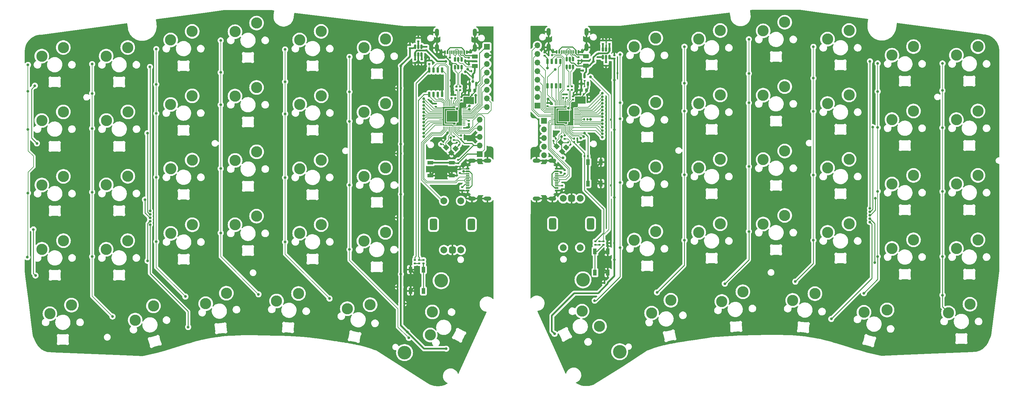
<source format=gbr>
%TF.GenerationSoftware,KiCad,Pcbnew,7.0.8*%
%TF.CreationDate,2024-10-02T10:44:01+02:00*%
%TF.ProjectId,chastity,63686173-7469-4747-992e-6b696361645f,rev?*%
%TF.SameCoordinates,Original*%
%TF.FileFunction,Copper,L1,Top*%
%TF.FilePolarity,Positive*%
%FSLAX46Y46*%
G04 Gerber Fmt 4.6, Leading zero omitted, Abs format (unit mm)*
G04 Created by KiCad (PCBNEW 7.0.8) date 2024-10-02 10:44:01*
%MOMM*%
%LPD*%
G01*
G04 APERTURE LIST*
G04 Aperture macros list*
%AMRoundRect*
0 Rectangle with rounded corners*
0 $1 Rounding radius*
0 $2 $3 $4 $5 $6 $7 $8 $9 X,Y pos of 4 corners*
0 Add a 4 corners polygon primitive as box body*
4,1,4,$2,$3,$4,$5,$6,$7,$8,$9,$2,$3,0*
0 Add four circle primitives for the rounded corners*
1,1,$1+$1,$2,$3*
1,1,$1+$1,$4,$5*
1,1,$1+$1,$6,$7*
1,1,$1+$1,$8,$9*
0 Add four rect primitives between the rounded corners*
20,1,$1+$1,$2,$3,$4,$5,0*
20,1,$1+$1,$4,$5,$6,$7,0*
20,1,$1+$1,$6,$7,$8,$9,0*
20,1,$1+$1,$8,$9,$2,$3,0*%
%AMRotRect*
0 Rectangle, with rotation*
0 The origin of the aperture is its center*
0 $1 length*
0 $2 width*
0 $3 Rotation angle, in degrees counterclockwise*
0 Add horizontal line*
21,1,$1,$2,0,0,$3*%
G04 Aperture macros list end*
%TA.AperFunction,SMDPad,CuDef*%
%ADD10RoundRect,0.250000X-0.625000X0.375000X-0.625000X-0.375000X0.625000X-0.375000X0.625000X0.375000X0*%
%TD*%
%TA.AperFunction,SMDPad,CuDef*%
%ADD11RoundRect,0.140000X-0.140000X-0.170000X0.140000X-0.170000X0.140000X0.170000X-0.140000X0.170000X0*%
%TD*%
%TA.AperFunction,SMDPad,CuDef*%
%ADD12RoundRect,0.135000X0.185000X-0.135000X0.185000X0.135000X-0.185000X0.135000X-0.185000X-0.135000X0*%
%TD*%
%TA.AperFunction,SMDPad,CuDef*%
%ADD13RoundRect,0.140000X0.140000X0.170000X-0.140000X0.170000X-0.140000X-0.170000X0.140000X-0.170000X0*%
%TD*%
%TA.AperFunction,SMDPad,CuDef*%
%ADD14RoundRect,0.140000X0.170000X-0.140000X0.170000X0.140000X-0.170000X0.140000X-0.170000X-0.140000X0*%
%TD*%
%TA.AperFunction,SMDPad,CuDef*%
%ADD15R,3.200000X3.200000*%
%TD*%
%TA.AperFunction,SMDPad,CuDef*%
%ADD16RoundRect,0.050000X-0.050000X-0.387500X0.050000X-0.387500X0.050000X0.387500X-0.050000X0.387500X0*%
%TD*%
%TA.AperFunction,SMDPad,CuDef*%
%ADD17RoundRect,0.050000X-0.387500X-0.050000X0.387500X-0.050000X0.387500X0.050000X-0.387500X0.050000X0*%
%TD*%
%TA.AperFunction,SMDPad,CuDef*%
%ADD18RoundRect,0.135000X-0.185000X0.135000X-0.185000X-0.135000X0.185000X-0.135000X0.185000X0.135000X0*%
%TD*%
%TA.AperFunction,SMDPad,CuDef*%
%ADD19R,1.100000X0.540000*%
%TD*%
%TA.AperFunction,SMDPad,CuDef*%
%ADD20R,1.100000X0.300000*%
%TD*%
%TA.AperFunction,ComponentPad*%
%ADD21O,2.250000X1.200000*%
%TD*%
%TA.AperFunction,ComponentPad*%
%ADD22O,1.200000X2.250000*%
%TD*%
%TA.AperFunction,SMDPad,CuDef*%
%ADD23R,0.540000X1.100000*%
%TD*%
%TA.AperFunction,SMDPad,CuDef*%
%ADD24R,0.300000X1.100000*%
%TD*%
%TA.AperFunction,SMDPad,CuDef*%
%ADD25RoundRect,0.150000X0.150000X-0.650000X0.150000X0.650000X-0.150000X0.650000X-0.150000X-0.650000X0*%
%TD*%
%TA.AperFunction,SMDPad,CuDef*%
%ADD26R,1.000000X1.700000*%
%TD*%
%TA.AperFunction,SMDPad,CuDef*%
%ADD27RoundRect,0.140000X-0.021213X0.219203X-0.219203X0.021213X0.021213X-0.219203X0.219203X-0.021213X0*%
%TD*%
%TA.AperFunction,SMDPad,CuDef*%
%ADD28RoundRect,0.135000X0.135000X0.185000X-0.135000X0.185000X-0.135000X-0.185000X0.135000X-0.185000X0*%
%TD*%
%TA.AperFunction,SMDPad,CuDef*%
%ADD29RoundRect,0.150000X-0.150000X0.512500X-0.150000X-0.512500X0.150000X-0.512500X0.150000X0.512500X0*%
%TD*%
%TA.AperFunction,SMDPad,CuDef*%
%ADD30RoundRect,0.140000X-0.170000X0.140000X-0.170000X-0.140000X0.170000X-0.140000X0.170000X0.140000X0*%
%TD*%
%TA.AperFunction,SMDPad,CuDef*%
%ADD31RoundRect,0.225000X0.225000X0.250000X-0.225000X0.250000X-0.225000X-0.250000X0.225000X-0.250000X0*%
%TD*%
%TA.AperFunction,ComponentPad*%
%ADD32C,2.000000*%
%TD*%
%TA.AperFunction,ComponentPad*%
%ADD33RoundRect,0.550000X0.550000X-1.150000X0.550000X1.150000X-0.550000X1.150000X-0.550000X-1.150000X0*%
%TD*%
%TA.AperFunction,ComponentPad*%
%ADD34RoundRect,0.500000X0.500000X-0.500000X0.500000X0.500000X-0.500000X0.500000X-0.500000X-0.500000X0*%
%TD*%
%TA.AperFunction,SMDPad,CuDef*%
%ADD35RoundRect,0.150000X0.150000X-0.512500X0.150000X0.512500X-0.150000X0.512500X-0.150000X-0.512500X0*%
%TD*%
%TA.AperFunction,ComponentPad*%
%ADD36RoundRect,0.500000X-0.500000X0.500000X-0.500000X-0.500000X0.500000X-0.500000X0.500000X0.500000X0*%
%TD*%
%TA.AperFunction,ComponentPad*%
%ADD37RoundRect,0.550000X-0.550000X1.150000X-0.550000X-1.150000X0.550000X-1.150000X0.550000X1.150000X0*%
%TD*%
%TA.AperFunction,SMDPad,CuDef*%
%ADD38R,1.700000X1.000000*%
%TD*%
%TA.AperFunction,SMDPad,CuDef*%
%ADD39RoundRect,0.140000X0.219203X0.021213X0.021213X0.219203X-0.219203X-0.021213X-0.021213X-0.219203X0*%
%TD*%
%TA.AperFunction,SMDPad,CuDef*%
%ADD40RotRect,1.400000X1.200000X135.000000*%
%TD*%
%TA.AperFunction,ComponentPad*%
%ADD41C,4.000000*%
%TD*%
%TA.AperFunction,ComponentPad*%
%ADD42C,3.300000*%
%TD*%
%TA.AperFunction,ComponentPad*%
%ADD43R,1.700000X1.700000*%
%TD*%
%TA.AperFunction,ComponentPad*%
%ADD44O,1.700000X1.700000*%
%TD*%
%TA.AperFunction,ViaPad*%
%ADD45C,0.800000*%
%TD*%
%TA.AperFunction,ViaPad*%
%ADD46C,0.500000*%
%TD*%
%TA.AperFunction,Conductor*%
%ADD47C,0.500000*%
%TD*%
%TA.AperFunction,Conductor*%
%ADD48C,0.250000*%
%TD*%
%TA.AperFunction,Conductor*%
%ADD49C,0.200000*%
%TD*%
%TA.AperFunction,Conductor*%
%ADD50C,0.300000*%
%TD*%
G04 APERTURE END LIST*
D10*
%TO.P,F1,2*%
%TO.N,Split_5v5_L*%
X92091764Y125945000D03*
%TO.P,F1,1*%
%TO.N,VBUS*%
X92091764Y128745000D03*
%TD*%
D11*
%TO.P,C45,2*%
%TO.N,LED_Pow_5V_L*%
X70271764Y100110302D03*
%TO.P,C45,1*%
%TO.N,GND*%
X69311764Y100110302D03*
%TD*%
D12*
%TO.P,R18,1*%
%TO.N,Net-(U10-USB_DP)*%
X119530067Y118972118D03*
%TO.P,R18,2*%
%TO.N,D+*%
X119530067Y119992118D03*
%TD*%
D13*
%TO.P,C32,1*%
%TO.N,Split_5v5_L*%
X124897560Y124575540D03*
%TO.P,C32,2*%
%TO.N,GND*%
X123937560Y124575540D03*
%TD*%
D14*
%TO.P,C31,1*%
%TO.N,+3V3*%
X112662918Y128999888D03*
%TO.P,C31,2*%
%TO.N,GND*%
X112662918Y129959888D03*
%TD*%
D11*
%TO.P,C18,2*%
%TO.N,GND*%
X88969775Y105452286D03*
%TO.P,C18,1*%
%TO.N,+1V1*%
X88009775Y105452286D03*
%TD*%
D10*
%TO.P,F2,1*%
%TO.N,VBUS*%
X124780764Y128882118D03*
%TO.P,F2,2*%
%TO.N,Split_5v5_L*%
X124780764Y126082118D03*
%TD*%
D12*
%TO.P,R10,2*%
%TO.N,+3V3*%
X87178681Y98255000D03*
%TO.P,R10,1*%
%TO.N,RESET_L*%
X87178681Y97235000D03*
%TD*%
D15*
%TO.P,U3,57,GND*%
%TO.N,GND*%
X85400099Y111116140D03*
D16*
%TO.P,U3,56,QSPI_SS*%
%TO.N,Q_SEL_L*%
X82800099Y114553640D03*
%TO.P,U3,55,QSPI_SD1*%
%TO.N,Q_IO1_L*%
X83200099Y114553640D03*
%TO.P,U3,54,QSPI_SD2*%
%TO.N,Q_IO2_L*%
X83600099Y114553640D03*
%TO.P,U3,53,QSPI_SD0*%
%TO.N,Q_IO0_L*%
X84000099Y114553640D03*
%TO.P,U3,52,QSPI_SCLK*%
%TO.N,Q_CLK_L*%
X84400099Y114553640D03*
%TO.P,U3,51,QSPI_SD3*%
%TO.N,Q_IO3_L*%
X84800099Y114553640D03*
%TO.P,U3,50,DVDD*%
%TO.N,+1V1*%
X85200099Y114553640D03*
%TO.P,U3,49,IOVDD*%
%TO.N,+3V3*%
X85600099Y114553640D03*
%TO.P,U3,48,USB_VDD*%
X86000099Y114553640D03*
%TO.P,U3,47,USB_DP*%
%TO.N,Net-(U3-USB_DP)*%
X86400099Y114553640D03*
%TO.P,U3,46,USB_DM*%
%TO.N,Net-(U3-USB_DM)*%
X86800099Y114553640D03*
%TO.P,U3,45,VREG_VOUT*%
%TO.N,+1V1*%
X87200099Y114553640D03*
%TO.P,U3,44,VREG_IN*%
%TO.N,+3V3*%
X87600099Y114553640D03*
%TO.P,U3,43,ADC_AVDD*%
X88000099Y114553640D03*
D17*
%TO.P,U3,42,IOVDD*%
X88837599Y113716140D03*
%TO.P,U3,41,GPIO29_ADC3*%
%TO.N,rot A_L*%
X88837599Y113316140D03*
%TO.P,U3,40,GPIO28_ADC2*%
%TO.N,rot B_L*%
X88837599Y112916140D03*
%TO.P,U3,39,GPIO27_ADC1*%
%TO.N,DIN_L*%
X88837599Y112516140D03*
%TO.P,U3,38,GPIO26_ADC0*%
%TO.N,clk_L*%
X88837599Y112116140D03*
%TO.P,U3,37,GPIO25*%
%TO.N,cs_L*%
X88837599Y111716140D03*
%TO.P,U3,36,GPIO24*%
%TO.N,dc_L*%
X88837599Y111316140D03*
%TO.P,U3,35,GPIO23*%
%TO.N,bl_L*%
X88837599Y110916140D03*
%TO.P,U3,34,GPIO22*%
%TO.N,rst_L*%
X88837599Y110516140D03*
%TO.P,U3,33,IOVDD*%
%TO.N,+3V3*%
X88837599Y110116140D03*
%TO.P,U3,32,GPIO21*%
%TO.N,unconnected-(U3-GPIO21-Pad32)*%
X88837599Y109716140D03*
%TO.P,U3,31,GPIO20*%
%TO.N,unconnected-(U3-GPIO20-Pad31)*%
X88837599Y109316140D03*
%TO.P,U3,30,GPIO19*%
%TO.N,unconnected-(U3-GPIO19-Pad30)*%
X88837599Y108916140D03*
%TO.P,U3,29,GPIO18*%
%TO.N,unconnected-(U3-GPIO18-Pad29)*%
X88837599Y108516140D03*
D16*
%TO.P,U3,28,GPIO17*%
%TO.N,unconnected-(U3-GPIO17-Pad28)*%
X88000099Y107678640D03*
%TO.P,U3,27,GPIO16*%
%TO.N,unconnected-(U3-GPIO16-Pad27)*%
X87600099Y107678640D03*
%TO.P,U3,26,RUN*%
%TO.N,RESET_L*%
X87200099Y107678640D03*
%TO.P,U3,25,SWD*%
%TO.N,SWD_L*%
X86800099Y107678640D03*
%TO.P,U3,24,SWCLK*%
%TO.N,SWC_L*%
X86400099Y107678640D03*
%TO.P,U3,23,DVDD*%
%TO.N,+1V1*%
X86000099Y107678640D03*
%TO.P,U3,22,IOVDD*%
%TO.N,+3V3*%
X85600099Y107678640D03*
%TO.P,U3,21,XOUT*%
%TO.N,XOUT_L*%
X85200099Y107678640D03*
%TO.P,U3,20,XIN*%
%TO.N,XIN_L*%
X84800099Y107678640D03*
%TO.P,U3,19,TESTEN*%
%TO.N,GND*%
X84400099Y107678640D03*
%TO.P,U3,18,GPIO15*%
%TO.N,unconnected-(U3-GPIO15-Pad18)*%
X84000099Y107678640D03*
%TO.P,U3,17,GPIO14*%
%TO.N,D_Split_L+*%
X83600099Y107678640D03*
%TO.P,U3,16,GPIO13*%
%TO.N,D_Split_L-*%
X83200099Y107678640D03*
%TO.P,U3,15,GPIO12*%
%TO.N,col 0_L*%
X82800099Y107678640D03*
D17*
%TO.P,U3,14,GPIO11*%
%TO.N,row 4_L*%
X81962599Y108516140D03*
%TO.P,U3,13,GPIO10*%
%TO.N,row 3_L*%
X81962599Y108916140D03*
%TO.P,U3,12,GPIO9*%
%TO.N,row 2_L*%
X81962599Y109316140D03*
%TO.P,U3,11,GPIO8*%
%TO.N,row 1_L*%
X81962599Y109716140D03*
%TO.P,U3,10,IOVDD*%
%TO.N,+3V3*%
X81962599Y110116140D03*
%TO.P,U3,9,GPIO7*%
%TO.N,row 0_L*%
X81962599Y110516140D03*
%TO.P,U3,8,GPIO6*%
%TO.N,col 1_L*%
X81962599Y110916140D03*
%TO.P,U3,7,GPIO5*%
%TO.N,col 2_L*%
X81962599Y111316140D03*
%TO.P,U3,6,GPIO4*%
%TO.N,col 3_L*%
X81962599Y111716140D03*
%TO.P,U3,5,GPIO3*%
%TO.N,col 4_L*%
X81962599Y112116140D03*
%TO.P,U3,4,GPIO2*%
%TO.N,col 5_L*%
X81962599Y112516140D03*
%TO.P,U3,3,GPIO1*%
%TO.N,col 6_L*%
X81962599Y112916140D03*
%TO.P,U3,2,GPIO0*%
%TO.N,LED_Data_3V3_L*%
X81962599Y113316140D03*
%TO.P,U3,1,IOVDD*%
%TO.N,+3V3*%
X81962599Y113716140D03*
%TD*%
D18*
%TO.P,R27,1*%
%TO.N,Q_SEL*%
X128780764Y74255000D03*
%TO.P,R27,2*%
%TO.N,Net-(R26-Pad1)*%
X128780764Y73235000D03*
%TD*%
D12*
%TO.P,R6,2*%
%TO.N,DL-*%
X87691764Y119855000D03*
%TO.P,R6,1*%
%TO.N,Net-(U3-USB_DM)*%
X87691764Y118835000D03*
%TD*%
D19*
%TO.P,SPLIT_R1,A1,GND*%
%TO.N,GND*%
X116171764Y95642805D03*
%TO.P,SPLIT_R1,A4,VBUS*%
%TO.N,Split_5v5_L*%
X116171764Y94892805D03*
D20*
%TO.P,SPLIT_R1,A5,CC1*%
%TO.N,Net-(SPLIT_R1-CC1)*%
X116171764Y93692805D03*
%TO.P,SPLIT_R1,A6,D+*%
%TO.N,D_Split_R+*%
X116171764Y92692805D03*
%TO.P,SPLIT_R1,A7,D-*%
%TO.N,D_Split_R-*%
X116171764Y92192805D03*
%TO.P,SPLIT_R1,A8,SBU1*%
%TO.N,unconnected-(SPLIT_R1-SBU1-PadA8)*%
X116171764Y91192805D03*
D19*
%TO.P,SPLIT_R1,A9,VBUS*%
%TO.N,Split_5v5_L*%
X116171764Y89992805D03*
%TO.P,SPLIT_R1,A12,GND*%
%TO.N,GND*%
X116171764Y89242805D03*
%TO.P,SPLIT_R1,B1,GND*%
X116171764Y89242805D03*
%TO.P,SPLIT_R1,B4,VBUS*%
%TO.N,Split_5v5_L*%
X116171764Y89992805D03*
D20*
%TO.P,SPLIT_R1,B5,CC2*%
%TO.N,Net-(SPLIT_R1-CC2)*%
X116171764Y90692805D03*
%TO.P,SPLIT_R1,B6,D+*%
%TO.N,D_Split_R+*%
X116171764Y91692805D03*
%TO.P,SPLIT_R1,B7,D-*%
%TO.N,D_Split_R-*%
X116171764Y93192805D03*
%TO.P,SPLIT_R1,B8,SBU2*%
%TO.N,unconnected-(SPLIT_R1-SBU2-PadB8)*%
X116171764Y94192805D03*
D19*
%TO.P,SPLIT_R1,B9,VBUS*%
%TO.N,Split_5v5_L*%
X116171764Y94892805D03*
%TO.P,SPLIT_R1,B12,GND*%
%TO.N,GND*%
X116171764Y95642805D03*
D21*
%TO.P,SPLIT_R1,S1,SHIELD*%
X110291764Y98037805D03*
X114891764Y98017805D03*
X110291764Y86887805D03*
X114891764Y86867805D03*
%TD*%
D11*
%TO.P,C41,2*%
%TO.N,LED_Pow_5V_L*%
X70247728Y81167508D03*
%TO.P,C41,1*%
%TO.N,GND*%
X69287728Y81167508D03*
%TD*%
D22*
%TO.P,J1,S1,SHIELD*%
%TO.N,GND*%
X80875621Y131307621D03*
X80895621Y135907621D03*
X92025621Y131307621D03*
X92045621Y135907621D03*
D23*
%TO.P,J1,B12,GND*%
X89650621Y130027621D03*
%TO.P,J1,B9,VBUS*%
%TO.N,VBUS*%
X88900621Y130027621D03*
D24*
%TO.P,J1,B8,SBU2*%
%TO.N,unconnected-(J1-SBU2-PadB8)*%
X88200621Y130027621D03*
%TO.P,J1,B7,D-*%
%TO.N,DL_USB-*%
X87200621Y130027621D03*
%TO.P,J1,B6,D+*%
%TO.N,DL_USB+*%
X85700621Y130027621D03*
%TO.P,J1,B5,CC2*%
%TO.N,Net-(J1-CC2)*%
X84700621Y130027621D03*
D23*
%TO.P,J1,B4,VBUS*%
%TO.N,VBUS*%
X84000621Y130027621D03*
%TO.P,J1,B1,GND*%
%TO.N,GND*%
X83250621Y130027621D03*
%TO.P,J1,A12,GND*%
X83250621Y130027621D03*
%TO.P,J1,A9,VBUS*%
%TO.N,VBUS*%
X84000621Y130027621D03*
D24*
%TO.P,J1,A8,SBU1*%
%TO.N,unconnected-(J1-SBU1-PadA8)*%
X85200621Y130027621D03*
%TO.P,J1,A7,D-*%
%TO.N,DL_USB-*%
X86200621Y130027621D03*
%TO.P,J1,A6,D+*%
%TO.N,DL_USB+*%
X86700621Y130027621D03*
%TO.P,J1,A5,CC1*%
%TO.N,Net-(J1-CC1)*%
X87700621Y130027621D03*
D23*
%TO.P,J1,A4,VBUS*%
%TO.N,VBUS*%
X88900621Y130027621D03*
%TO.P,J1,A1,GND*%
%TO.N,GND*%
X89650621Y130027621D03*
%TD*%
D25*
%TO.P,U1,8,VCC*%
%TO.N,+3V3*%
X78586764Y124745000D03*
%TO.P,U1,7,IO3*%
%TO.N,Q_IO3_L*%
X79856764Y124745000D03*
%TO.P,U1,6,CLK*%
%TO.N,Q_CLK_L*%
X81126764Y124745000D03*
%TO.P,U1,5,DI(IO0)*%
%TO.N,Q_IO0_L*%
X82396764Y124745000D03*
%TO.P,U1,4,GND*%
%TO.N,GND*%
X82396764Y117545000D03*
%TO.P,U1,3,IO2*%
%TO.N,Q_IO2_L*%
X81126764Y117545000D03*
%TO.P,U1,2,DO(IO1)*%
%TO.N,Q_IO1_L*%
X79856764Y117545000D03*
%TO.P,U1,1,~{CS}*%
%TO.N,Q_SEL_L*%
X78586764Y117545000D03*
%TD*%
D12*
%TO.P,R12,2*%
%TO.N,+3V3*%
X74391764Y68755000D03*
%TO.P,R12,1*%
%TO.N,Net-(R12-Pad1)*%
X74391764Y67735000D03*
%TD*%
D18*
%TO.P,R16,1*%
%TO.N,Net-(SPLIT_R1-CC2)*%
X117803279Y90692214D03*
%TO.P,R16,2*%
%TO.N,GND*%
X117803279Y89672214D03*
%TD*%
D14*
%TO.P,C17,2*%
%TO.N,GND*%
X85205628Y117425000D03*
%TO.P,C17,1*%
%TO.N,+1V1*%
X85205628Y116465000D03*
%TD*%
%TO.P,C10,2*%
%TO.N,GND*%
X89193640Y117396716D03*
%TO.P,C10,1*%
%TO.N,+3V3*%
X89193640Y116436716D03*
%TD*%
D26*
%TO.P,BOOT2,1,1*%
%TO.N,GND*%
X131280764Y71295000D03*
X131280764Y64995000D03*
%TO.P,BOOT2,2,2*%
%TO.N,Net-(BOOT2-Pad2)*%
X127480764Y71295000D03*
X127480764Y64995000D03*
%TD*%
D27*
%TO.P,C36,1*%
%TO.N,GND*%
X115956025Y104515440D03*
%TO.P,C36,2*%
%TO.N,XIN*%
X115277203Y103836618D03*
%TD*%
D28*
%TO.P,R23,1*%
%TO.N,RESET*%
X125404071Y99368926D03*
%TO.P,R23,2*%
%TO.N,+3V3*%
X124384071Y99368926D03*
%TD*%
D11*
%TO.P,C48,1*%
%TO.N,GND*%
X130300764Y61945000D03*
%TO.P,C48,2*%
%TO.N,LED_Pow_5V*%
X131260764Y61945000D03*
%TD*%
D18*
%TO.P,R9,2*%
%TO.N,GND*%
X76346638Y126864986D03*
%TO.P,R9,1*%
%TO.N,SK6803_EN_L*%
X76346638Y127884986D03*
%TD*%
%TO.P,R22,1*%
%TO.N,Net-(J4-CC1)*%
X122580764Y128554609D03*
%TO.P,R22,2*%
%TO.N,GND*%
X122580764Y127534609D03*
%TD*%
D12*
%TO.P,R26,1*%
%TO.N,Net-(R26-Pad1)*%
X127580764Y73235000D03*
%TO.P,R26,2*%
%TO.N,+3V3*%
X127580764Y74255000D03*
%TD*%
D29*
%TO.P,U7,1,IN*%
%TO.N,Split_5v5_L*%
X131730764Y130882500D03*
%TO.P,U7,2,GND*%
%TO.N,GND*%
X130780764Y130882500D03*
%TO.P,U7,3,EN*%
%TO.N,SK6803_EN*%
X129830764Y130882500D03*
%TO.P,U7,4,~{FAULT}*%
%TO.N,SK6803_NFAULT*%
X129830764Y128607500D03*
%TO.P,U7,5,ILIM*%
%TO.N,CURR_LIM*%
X130780764Y128607500D03*
%TO.P,U7,6,OUT*%
%TO.N,LED_Pow_5V*%
X131730764Y128607500D03*
%TD*%
D11*
%TO.P,C43,2*%
%TO.N,LED_Pow_5V_L*%
X70236956Y60738731D03*
%TO.P,C43,1*%
%TO.N,GND*%
X69276956Y60738731D03*
%TD*%
D27*
%TO.P,C5,2*%
%TO.N,XIN_L*%
X82052353Y102905589D03*
%TO.P,C5,1*%
%TO.N,GND*%
X82731175Y103584411D03*
%TD*%
D30*
%TO.P,C8,2*%
%TO.N,GND*%
X74412587Y126857504D03*
%TO.P,C8,1*%
%TO.N,Split_5v5_L*%
X74412587Y127817504D03*
%TD*%
D31*
%TO.P,C20,1*%
%TO.N,+3V3*%
X124992560Y118882118D03*
%TO.P,C20,2*%
%TO.N,GND*%
X123442560Y118882118D03*
%TD*%
D32*
%TO.P,SW1,S2,S2*%
%TO.N,col 0_L*%
X82941764Y86195000D03*
%TO.P,SW1,S1,S1*%
%TO.N,Net-(D61-A)*%
X87941764Y86195000D03*
D33*
%TO.P,SW1,MP*%
%TO.N,N/C*%
X91041764Y79195000D03*
X79841764Y79195000D03*
D34*
%TO.P,SW1,C,C*%
%TO.N,GND*%
X85441764Y71695000D03*
D32*
%TO.P,SW1,B,B*%
%TO.N,rot B_L*%
X87941764Y71695000D03*
%TO.P,SW1,A,A*%
%TO.N,rot A_L*%
X82941764Y71695000D03*
%TD*%
D35*
%TO.P,U4,3,VI*%
%TO.N,Split_5v5_L*%
X91491764Y122882500D03*
%TO.P,U4,2,VO*%
%TO.N,+3V3*%
X92441764Y120607500D03*
%TO.P,U4,1,GND*%
%TO.N,GND*%
X90541764Y120607500D03*
%TD*%
%TO.P,U9,1,GND*%
%TO.N,GND*%
X123467560Y120744618D03*
%TO.P,U9,2,VO*%
%TO.N,+3V3*%
X125367560Y120744618D03*
%TO.P,U9,3,VI*%
%TO.N,Split_5v5_L*%
X124417560Y123019618D03*
%TD*%
D11*
%TO.P,C46,1*%
%TO.N,GND*%
X132182234Y73750530D03*
%TO.P,C46,2*%
%TO.N,LED_Pow_5V*%
X133142234Y73750530D03*
%TD*%
%TO.P,C42,1*%
%TO.N,GND*%
X132220764Y110145000D03*
%TO.P,C42,2*%
%TO.N,LED_Pow_5V*%
X133180764Y110145000D03*
%TD*%
D30*
%TO.P,C4,2*%
%TO.N,LED_Pow_5V_L*%
X72891764Y131185642D03*
%TO.P,C4,1*%
%TO.N,GND*%
X72891764Y132145642D03*
%TD*%
D32*
%TO.P,SW2,A,A*%
%TO.N,rot A*%
X123101704Y86893835D03*
%TO.P,SW2,B,B*%
%TO.N,rot B*%
X118101704Y86893835D03*
D36*
%TO.P,SW2,C,C*%
%TO.N,GND*%
X120601704Y86893835D03*
D37*
%TO.P,SW2,MP*%
%TO.N,N/C*%
X126201704Y79393835D03*
X115001704Y79393835D03*
D32*
%TO.P,SW2,S1,S1*%
%TO.N,Net-(D62-A)*%
X118101704Y72393835D03*
%TO.P,SW2,S2,S2*%
%TO.N,col 0*%
X123101704Y72393835D03*
%TD*%
D11*
%TO.P,C24,1*%
%TO.N,+3V3*%
X124282009Y115382294D03*
%TO.P,C24,2*%
%TO.N,GND*%
X125242009Y115382294D03*
%TD*%
%TO.P,C25,1*%
%TO.N,+3V3*%
X121361054Y103493392D03*
%TO.P,C25,2*%
%TO.N,GND*%
X122321054Y103493392D03*
%TD*%
D21*
%TO.P,SPLIT_L1,S1,SHIELD*%
%TO.N,GND*%
X91191764Y98015000D03*
X95791764Y97995000D03*
X91191764Y86865000D03*
X95791764Y86845000D03*
D19*
%TO.P,SPLIT_L1,B12,GND*%
X89911764Y89240000D03*
%TO.P,SPLIT_L1,B9,VBUS*%
%TO.N,Split_5v5_L*%
X89911764Y89990000D03*
D20*
%TO.P,SPLIT_L1,B8,SBU2*%
%TO.N,unconnected-(SPLIT_L1-SBU2-PadB8)*%
X89911764Y90690000D03*
%TO.P,SPLIT_L1,B7,D-*%
%TO.N,D_Split_L-*%
X89911764Y91690000D03*
%TO.P,SPLIT_L1,B6,D+*%
%TO.N,D_Split_L+*%
X89911764Y93190000D03*
%TO.P,SPLIT_L1,B5,CC2*%
%TO.N,Net-(SPLIT_L1-CC2)*%
X89911764Y94190000D03*
D19*
%TO.P,SPLIT_L1,B4,VBUS*%
%TO.N,Split_5v5_L*%
X89911764Y94890000D03*
%TO.P,SPLIT_L1,B1,GND*%
%TO.N,GND*%
X89911764Y95640000D03*
%TO.P,SPLIT_L1,A12,GND*%
X89911764Y95640000D03*
%TO.P,SPLIT_L1,A9,VBUS*%
%TO.N,Split_5v5_L*%
X89911764Y94890000D03*
D20*
%TO.P,SPLIT_L1,A8,SBU1*%
%TO.N,unconnected-(SPLIT_L1-SBU1-PadA8)*%
X89911764Y93690000D03*
%TO.P,SPLIT_L1,A7,D-*%
%TO.N,D_Split_L-*%
X89911764Y92690000D03*
%TO.P,SPLIT_L1,A6,D+*%
%TO.N,D_Split_L+*%
X89911764Y92190000D03*
%TO.P,SPLIT_L1,A5,CC1*%
%TO.N,Net-(SPLIT_L1-CC1)*%
X89911764Y91190000D03*
D19*
%TO.P,SPLIT_L1,A4,VBUS*%
%TO.N,Split_5v5_L*%
X89911764Y89990000D03*
%TO.P,SPLIT_L1,A1,GND*%
%TO.N,GND*%
X89911764Y89240000D03*
%TD*%
D11*
%TO.P,C26,1*%
%TO.N,+3V3*%
X124300764Y110259545D03*
%TO.P,C26,2*%
%TO.N,GND*%
X125260764Y110259545D03*
%TD*%
%TO.P,C14,2*%
%TO.N,GND*%
X88971764Y104345000D03*
%TO.P,C14,1*%
%TO.N,+3V3*%
X88011764Y104345000D03*
%TD*%
D14*
%TO.P,C30,1*%
%TO.N,+1V1*%
X120981310Y116023597D03*
%TO.P,C30,2*%
%TO.N,GND*%
X120981310Y116983597D03*
%TD*%
D35*
%TO.P,U12,1,I/O1*%
%TO.N,D+*%
X119141152Y125744618D03*
%TO.P,U12,2,GND*%
%TO.N,GND*%
X120091152Y125744618D03*
%TO.P,U12,3,I/O2*%
%TO.N,D-*%
X121041152Y125744618D03*
%TO.P,U12,4,I/O2*%
%TO.N,D_USB-*%
X121041152Y128019618D03*
%TO.P,U12,5,VBUS*%
%TO.N,Split_5v5_L*%
X120091152Y128019618D03*
%TO.P,U12,6,I/O1*%
%TO.N,D_USB+*%
X119141152Y128019618D03*
%TD*%
D11*
%TO.P,C11,2*%
%TO.N,GND*%
X92300550Y116245558D03*
%TO.P,C11,1*%
%TO.N,+3V3*%
X91340550Y116245558D03*
%TD*%
D18*
%TO.P,R3,2*%
%TO.N,Split_5v5_L*%
X77777553Y130599625D03*
%TO.P,R3,1*%
%TO.N,SK6803_NFAULT_L*%
X77777553Y131619625D03*
%TD*%
D30*
%TO.P,C15,2*%
%TO.N,GND*%
X90291764Y108865000D03*
%TO.P,C15,1*%
%TO.N,+3V3*%
X90291764Y109825000D03*
%TD*%
D14*
%TO.P,C27,1*%
%TO.N,+3V3*%
X119183461Y116601816D03*
%TO.P,C27,2*%
%TO.N,GND*%
X119183461Y117561816D03*
%TD*%
D38*
%TO.P,RST1,2,2*%
%TO.N,GND*%
X85241764Y93645000D03*
X78941764Y93645000D03*
%TO.P,RST1,1,1*%
%TO.N,RESET_L*%
X85241764Y97445000D03*
X78941764Y97445000D03*
%TD*%
D13*
%TO.P,C1,2*%
%TO.N,GND*%
X91011764Y124438422D03*
%TO.P,C1,1*%
%TO.N,Split_5v5_L*%
X91971764Y124438422D03*
%TD*%
D12*
%TO.P,R8,2*%
%TO.N,GND*%
X75382478Y134250834D03*
%TO.P,R8,1*%
%TO.N,CURR_LIM_L*%
X75382478Y133230834D03*
%TD*%
%TO.P,R4,2*%
%TO.N,DL+*%
X86604271Y119855000D03*
%TO.P,R4,1*%
%TO.N,Net-(U3-USB_DP)*%
X86604271Y118835000D03*
%TD*%
D30*
%TO.P,R20,1*%
%TO.N,CURR_LIM*%
X130780764Y127027064D03*
%TO.P,R20,2*%
%TO.N,GND*%
X130780764Y126067064D03*
%TD*%
D23*
%TO.P,J4,A1,GND*%
%TO.N,GND*%
X122601032Y130156728D03*
%TO.P,J4,A4,VBUS*%
%TO.N,VBUS*%
X121851032Y130156728D03*
D24*
%TO.P,J4,A5,CC1*%
%TO.N,Net-(J4-CC1)*%
X120651032Y130156728D03*
%TO.P,J4,A6,D+*%
%TO.N,D_USB+*%
X119651032Y130156728D03*
%TO.P,J4,A7,D-*%
%TO.N,D_USB-*%
X119151032Y130156728D03*
%TO.P,J4,A8,SBU1*%
%TO.N,unconnected-(J4-SBU1-PadA8)*%
X118151032Y130156728D03*
D23*
%TO.P,J4,A9,VBUS*%
%TO.N,VBUS*%
X116951032Y130156728D03*
%TO.P,J4,A12,GND*%
%TO.N,GND*%
X116201032Y130156728D03*
%TO.P,J4,B1,GND*%
X116201032Y130156728D03*
%TO.P,J4,B4,VBUS*%
%TO.N,VBUS*%
X116951032Y130156728D03*
D24*
%TO.P,J4,B5,CC2*%
%TO.N,Net-(J4-CC2)*%
X117651032Y130156728D03*
%TO.P,J4,B6,D+*%
%TO.N,D_USB+*%
X118651032Y130156728D03*
%TO.P,J4,B7,D-*%
%TO.N,D_USB-*%
X120151032Y130156728D03*
%TO.P,J4,B8,SBU2*%
%TO.N,unconnected-(J4-SBU2-PadB8)*%
X121151032Y130156728D03*
D23*
%TO.P,J4,B9,VBUS*%
%TO.N,VBUS*%
X121851032Y130156728D03*
%TO.P,J4,B12,GND*%
%TO.N,GND*%
X122601032Y130156728D03*
D22*
%TO.P,J4,S1,SHIELD*%
X124996032Y136036728D03*
X124976032Y131436728D03*
X113846032Y136036728D03*
X113826032Y131436728D03*
%TD*%
D39*
%TO.P,C37,1*%
%TO.N,Net-(C37-Pad1)*%
X120272027Y102740590D03*
%TO.P,C37,2*%
%TO.N,GND*%
X119593205Y103419412D03*
%TD*%
D30*
%TO.P,C34,1*%
%TO.N,GND*%
X133191930Y129112784D03*
%TO.P,C34,2*%
%TO.N,LED_Pow_5V*%
X133191930Y128152784D03*
%TD*%
D13*
%TO.P,C33,1*%
%TO.N,+3V3*%
X124131661Y117560152D03*
%TO.P,C33,2*%
%TO.N,GND*%
X123171661Y117560152D03*
%TD*%
D14*
%TO.P,R21,1*%
%TO.N,SK6803_EN*%
X129815844Y132504589D03*
%TO.P,R21,2*%
%TO.N,GND*%
X129815844Y133464589D03*
%TD*%
D18*
%TO.P,R14,2*%
%TO.N,Net-(BOOT1-Pad2)*%
X76879228Y67746337D03*
%TO.P,R14,1*%
%TO.N,Q_SEL_L*%
X76879228Y68766337D03*
%TD*%
D12*
%TO.P,R15,1*%
%TO.N,Net-(SPLIT_R1-CC1)*%
X118580764Y94235000D03*
%TO.P,R15,2*%
%TO.N,GND*%
X118580764Y95255000D03*
%TD*%
D13*
%TO.P,C47,2*%
%TO.N,LED_Pow_5V_L*%
X70244471Y55875831D03*
%TO.P,C47,1*%
%TO.N,GND*%
X71204471Y55875831D03*
%TD*%
D11*
%TO.P,C29,1*%
%TO.N,+1V1*%
X121346585Y104585836D03*
%TO.P,C29,2*%
%TO.N,GND*%
X122306585Y104585836D03*
%TD*%
D14*
%TO.P,C21,1*%
%TO.N,+3V3*%
X122118607Y116573532D03*
%TO.P,C21,2*%
%TO.N,GND*%
X122118607Y117533532D03*
%TD*%
D18*
%TO.P,R25,1*%
%TO.N,XOUT*%
X118580764Y105455000D03*
%TO.P,R25,2*%
%TO.N,Net-(C37-Pad1)*%
X118580764Y104435000D03*
%TD*%
D12*
%TO.P,R2,2*%
%TO.N,GND*%
X87689743Y95447264D03*
%TO.P,R2,1*%
%TO.N,Net-(SPLIT_L1-CC2)*%
X87689743Y94427264D03*
%TD*%
D35*
%TO.P,U2,6,I/O1*%
%TO.N,DL_USB+*%
X86215356Y127882500D03*
%TO.P,U2,5,VBUS*%
%TO.N,Split_5v5_L*%
X87165356Y127882500D03*
%TO.P,U2,4,I/O2*%
%TO.N,DL_USB-*%
X88115356Y127882500D03*
%TO.P,U2,3,I/O2*%
%TO.N,DL-*%
X88115356Y125607500D03*
%TO.P,U2,2,GND*%
%TO.N,GND*%
X87165356Y125607500D03*
%TO.P,U2,1,I/O1*%
%TO.N,DL+*%
X86215356Y125607500D03*
%TD*%
%TO.P,U5,6,OUT*%
%TO.N,LED_Pow_5V_L*%
X74409989Y131662412D03*
%TO.P,U5,5,ILIM*%
%TO.N,CURR_LIM_L*%
X75359989Y131662412D03*
%TO.P,U5,4,~{FAULT}*%
%TO.N,SK6803_NFAULT_L*%
X76309989Y131662412D03*
%TO.P,U5,3,EN*%
%TO.N,SK6803_EN_L*%
X76309989Y129387412D03*
%TO.P,U5,2,GND*%
%TO.N,GND*%
X75359989Y129387412D03*
%TO.P,U5,1,IN*%
%TO.N,Split_5v5_L*%
X74409989Y129387412D03*
%TD*%
D30*
%TO.P,R17,1*%
%TO.N,Split_5v5_L*%
X128271012Y129558607D03*
%TO.P,R17,2*%
%TO.N,SK6803_NFAULT*%
X128271012Y128598607D03*
%TD*%
D31*
%TO.P,C9,2*%
%TO.N,GND*%
X90516764Y118745000D03*
%TO.P,C9,1*%
%TO.N,+3V3*%
X92066764Y118745000D03*
%TD*%
D13*
%TO.P,C2,2*%
%TO.N,GND*%
X90245865Y117423034D03*
%TO.P,C2,1*%
%TO.N,+3V3*%
X91205865Y117423034D03*
%TD*%
D17*
%TO.P,U10,1,IOVDD*%
%TO.N,+3V3*%
X114878129Y113858355D03*
%TO.P,U10,2,GPIO0*%
%TO.N,dc*%
X114878129Y113458355D03*
%TO.P,U10,3,GPIO1*%
%TO.N,cs*%
X114878129Y113058355D03*
%TO.P,U10,4,GPIO2*%
%TO.N,clk*%
X114878129Y112658355D03*
%TO.P,U10,5,GPIO3*%
%TO.N,DIN*%
X114878129Y112258355D03*
%TO.P,U10,6,GPIO4*%
%TO.N,unconnected-(U10-GPIO4-Pad6)*%
X114878129Y111858355D03*
%TO.P,U10,7,GPIO5*%
%TO.N,rst*%
X114878129Y111458355D03*
%TO.P,U10,8,GPIO6*%
%TO.N,bl*%
X114878129Y111058355D03*
%TO.P,U10,9,GPIO7*%
%TO.N,unconnected-(U10-GPIO7-Pad9)*%
X114878129Y110658355D03*
%TO.P,U10,10,IOVDD*%
%TO.N,+3V3*%
X114878129Y110258355D03*
%TO.P,U10,11,GPIO8*%
%TO.N,D_Split_R-*%
X114878129Y109858355D03*
%TO.P,U10,12,GPIO9*%
%TO.N,D_Split_R+*%
X114878129Y109458355D03*
%TO.P,U10,13,GPIO10*%
%TO.N,unconnected-(U10-GPIO10-Pad13)*%
X114878129Y109058355D03*
%TO.P,U10,14,GPIO11*%
%TO.N,col 0*%
X114878129Y108658355D03*
D16*
%TO.P,U10,15,GPIO12*%
%TO.N,unconnected-(U10-GPIO12-Pad15)*%
X115715629Y107820855D03*
%TO.P,U10,16,GPIO13*%
%TO.N,unconnected-(U10-GPIO13-Pad16)*%
X116115629Y107820855D03*
%TO.P,U10,17,GPIO14*%
%TO.N,unconnected-(U10-GPIO14-Pad17)*%
X116515629Y107820855D03*
%TO.P,U10,18,GPIO15*%
%TO.N,unconnected-(U10-GPIO15-Pad18)*%
X116915629Y107820855D03*
%TO.P,U10,19,TESTEN*%
%TO.N,GND*%
X117315629Y107820855D03*
%TO.P,U10,20,XIN*%
%TO.N,XIN*%
X117715629Y107820855D03*
%TO.P,U10,21,XOUT*%
%TO.N,XOUT*%
X118115629Y107820855D03*
%TO.P,U10,22,IOVDD*%
%TO.N,+3V3*%
X118515629Y107820855D03*
%TO.P,U10,23,DVDD*%
%TO.N,+1V1*%
X118915629Y107820855D03*
%TO.P,U10,24,SWCLK*%
%TO.N,SWC*%
X119315629Y107820855D03*
%TO.P,U10,25,SWD*%
%TO.N,SWD*%
X119715629Y107820855D03*
%TO.P,U10,26,RUN*%
%TO.N,RESET*%
X120115629Y107820855D03*
%TO.P,U10,27,GPIO16*%
%TO.N,row 4*%
X120515629Y107820855D03*
%TO.P,U10,28,GPIO17*%
%TO.N,row 3*%
X120915629Y107820855D03*
D17*
%TO.P,U10,29,GPIO18*%
%TO.N,row 2*%
X121753129Y108658355D03*
%TO.P,U10,30,GPIO19*%
%TO.N,row 1*%
X121753129Y109058355D03*
%TO.P,U10,31,GPIO20*%
%TO.N,row 0*%
X121753129Y109458355D03*
%TO.P,U10,32,GPIO21*%
%TO.N,col 1*%
X121753129Y109858355D03*
%TO.P,U10,33,IOVDD*%
%TO.N,+3V3*%
X121753129Y110258355D03*
%TO.P,U10,34,GPIO22*%
%TO.N,col 2*%
X121753129Y110658355D03*
%TO.P,U10,35,GPIO23*%
%TO.N,col 3*%
X121753129Y111058355D03*
%TO.P,U10,36,GPIO24*%
%TO.N,col 4*%
X121753129Y111458355D03*
%TO.P,U10,37,GPIO25*%
%TO.N,col 5*%
X121753129Y111858355D03*
%TO.P,U10,38,GPIO26_ADC0*%
%TO.N,col 6*%
X121753129Y112258355D03*
%TO.P,U10,39,GPIO27_ADC1*%
%TO.N,LED_Data_3V3*%
X121753129Y112658355D03*
%TO.P,U10,40,GPIO28_ADC2*%
%TO.N,rot A*%
X121753129Y113058355D03*
%TO.P,U10,41,GPIO29_ADC3*%
%TO.N,rot B*%
X121753129Y113458355D03*
%TO.P,U10,42,IOVDD*%
%TO.N,+3V3*%
X121753129Y113858355D03*
D16*
%TO.P,U10,43,ADC_AVDD*%
X120915629Y114695855D03*
%TO.P,U10,44,VREG_IN*%
X120515629Y114695855D03*
%TO.P,U10,45,VREG_VOUT*%
%TO.N,+1V1*%
X120115629Y114695855D03*
%TO.P,U10,46,USB_DM*%
%TO.N,Net-(U10-USB_DM)*%
X119715629Y114695855D03*
%TO.P,U10,47,USB_DP*%
%TO.N,Net-(U10-USB_DP)*%
X119315629Y114695855D03*
%TO.P,U10,48,USB_VDD*%
%TO.N,+3V3*%
X118915629Y114695855D03*
%TO.P,U10,49,IOVDD*%
X118515629Y114695855D03*
%TO.P,U10,50,DVDD*%
%TO.N,+1V1*%
X118115629Y114695855D03*
%TO.P,U10,51,QSPI_SD3*%
%TO.N,Q_IO3*%
X117715629Y114695855D03*
%TO.P,U10,52,QSPI_SCLK*%
%TO.N,Q_CLK*%
X117315629Y114695855D03*
%TO.P,U10,53,QSPI_SD0*%
%TO.N,Q_IO0*%
X116915629Y114695855D03*
%TO.P,U10,54,QSPI_SD2*%
%TO.N,Q_IO2*%
X116515629Y114695855D03*
%TO.P,U10,55,QSPI_SD1*%
%TO.N,Q_IO1*%
X116115629Y114695855D03*
%TO.P,U10,56,QSPI_SS*%
%TO.N,Q_SEL*%
X115715629Y114695855D03*
D15*
%TO.P,U10,57,GND*%
%TO.N,GND*%
X118315629Y111258355D03*
%TD*%
D40*
%TO.P,Y1,4,4*%
%TO.N,GND*%
X85134397Y100384072D03*
%TO.P,Y1,3,3*%
%TO.N,XIN_L*%
X83578762Y101939707D03*
%TO.P,Y1,2,2*%
%TO.N,GND*%
X84780843Y103141788D03*
%TO.P,Y1,1,1*%
%TO.N,Net-(C7-Pad1)*%
X86336478Y101586153D03*
%TD*%
D39*
%TO.P,C7,2*%
%TO.N,GND*%
X86735578Y103368584D03*
%TO.P,C7,1*%
%TO.N,Net-(C7-Pad1)*%
X87414400Y102689762D03*
%TD*%
D13*
%TO.P,C40,1*%
%TO.N,GND*%
X134156985Y123878281D03*
%TO.P,C40,2*%
%TO.N,LED_Pow_5V*%
X133196985Y123878281D03*
%TD*%
D18*
%TO.P,R1,2*%
%TO.N,GND*%
X88291764Y89235000D03*
%TO.P,R1,1*%
%TO.N,Net-(SPLIT_L1-CC1)*%
X88291764Y90255000D03*
%TD*%
D26*
%TO.P,BOOT1,2,2*%
%TO.N,Net-(BOOT1-Pad2)*%
X76891764Y65895000D03*
X76891764Y59595000D03*
%TO.P,BOOT1,1,1*%
%TO.N,GND*%
X73091764Y65895000D03*
X73091764Y59595000D03*
%TD*%
D18*
%TO.P,R28,1*%
%TO.N,Q_SEL*%
X129980764Y74255000D03*
%TO.P,R28,2*%
%TO.N,Net-(BOOT2-Pad2)*%
X129980764Y73235000D03*
%TD*%
D14*
%TO.P,C23,1*%
%TO.N,+3V3*%
X113476366Y114093807D03*
%TO.P,C23,2*%
%TO.N,GND*%
X113476366Y115053807D03*
%TD*%
%TO.P,C16,2*%
%TO.N,GND*%
X86258494Y117425000D03*
%TO.P,C16,1*%
%TO.N,+3V3*%
X86258494Y116465000D03*
%TD*%
%TO.P,C3,2*%
%TO.N,GND*%
X78595535Y127547637D03*
%TO.P,C3,1*%
%TO.N,+3V3*%
X78595535Y126587637D03*
%TD*%
D18*
%TO.P,R11,2*%
%TO.N,Net-(C7-Pad1)*%
X85894533Y104156806D03*
%TO.P,R11,1*%
%TO.N,XOUT_L*%
X85894533Y105176806D03*
%TD*%
%TO.P,R5,2*%
%TO.N,GND*%
X90293266Y127390546D03*
%TO.P,R5,1*%
%TO.N,Net-(J1-CC1)*%
X90293266Y128410546D03*
%TD*%
D11*
%TO.P,C39,2*%
%TO.N,LED_Pow_5V_L*%
X70271764Y119445000D03*
%TO.P,C39,1*%
%TO.N,GND*%
X69311764Y119445000D03*
%TD*%
D28*
%TO.P,R24,1*%
%TO.N,Net-(J4-CC2)*%
X114844091Y129218496D03*
%TO.P,R24,2*%
%TO.N,GND*%
X113824091Y129218496D03*
%TD*%
D14*
%TO.P,C19,2*%
%TO.N,GND*%
X88056343Y116846781D03*
%TO.P,C19,1*%
%TO.N,+1V1*%
X88056343Y115886781D03*
%TD*%
D41*
%TO.P,S31,*%
%TO.N,*%
X123960120Y62882475D03*
X134770769Y41665382D03*
%TD*%
D14*
%TO.P,C38,1*%
%TO.N,Split_5v5_L*%
X131727709Y132516448D03*
%TO.P,C38,2*%
%TO.N,GND*%
X131727709Y133476448D03*
%TD*%
D11*
%TO.P,C44,1*%
%TO.N,GND*%
X132220764Y90745000D03*
%TO.P,C44,2*%
%TO.N,LED_Pow_5V*%
X133180764Y90745000D03*
%TD*%
%TO.P,C22,1*%
%TO.N,+3V3*%
X124274338Y116487036D03*
%TO.P,C22,2*%
%TO.N,GND*%
X125234338Y116487036D03*
%TD*%
D25*
%TO.P,U8,1,~{CS}*%
%TO.N,Q_SEL*%
X113475764Y120145000D03*
%TO.P,U8,2,DO(IO1)*%
%TO.N,Q_IO1*%
X114745764Y120145000D03*
%TO.P,U8,3,IO2*%
%TO.N,Q_IO2*%
X116015764Y120145000D03*
%TO.P,U8,4,GND*%
%TO.N,GND*%
X117285764Y120145000D03*
%TO.P,U8,5,DI(IO0)*%
%TO.N,Q_IO0*%
X117285764Y127345000D03*
%TO.P,U8,6,CLK*%
%TO.N,Q_CLK*%
X116015764Y127345000D03*
%TO.P,U8,7,IO3*%
%TO.N,Q_IO3*%
X114745764Y127345000D03*
%TO.P,U8,8,VCC*%
%TO.N,+3V3*%
X113475764Y127345000D03*
%TD*%
D41*
%TO.P,S1,*%
%TO.N,*%
X82123408Y62624670D03*
X71312759Y41407577D03*
%TD*%
D26*
%TO.P,RST2,1,1*%
%TO.N,GND*%
X129206298Y97588826D03*
X129206298Y91288826D03*
%TO.P,RST2,2,2*%
%TO.N,RESET*%
X125406298Y97588826D03*
X125406298Y91288826D03*
%TD*%
D18*
%TO.P,R13,2*%
%TO.N,Net-(R12-Pad1)*%
X75651158Y67732538D03*
%TO.P,R13,1*%
%TO.N,Q_SEL_L*%
X75651158Y68752538D03*
%TD*%
D11*
%TO.P,C13,2*%
%TO.N,GND*%
X92316904Y115174382D03*
%TO.P,C13,1*%
%TO.N,+3V3*%
X91356904Y115174382D03*
%TD*%
D12*
%TO.P,R19,1*%
%TO.N,Net-(U10-USB_DM)*%
X120630067Y118962118D03*
%TO.P,R19,2*%
%TO.N,D-*%
X120630067Y119982118D03*
%TD*%
D40*
%TO.P,Y2,1,1*%
%TO.N,Net-(C37-Pad1)*%
X118959701Y101904798D03*
%TO.P,Y2,2,2*%
%TO.N,GND*%
X117404066Y103460433D03*
%TO.P,Y2,3,3*%
%TO.N,XIN*%
X116201985Y102258352D03*
%TO.P,Y2,4,4*%
%TO.N,GND*%
X117757620Y100702717D03*
%TD*%
D18*
%TO.P,R7,2*%
%TO.N,GND*%
X84691764Y127435000D03*
%TO.P,R7,1*%
%TO.N,Net-(J1-CC2)*%
X84691764Y128455000D03*
%TD*%
D14*
%TO.P,C12,2*%
%TO.N,GND*%
X80551399Y114916991D03*
%TO.P,C12,1*%
%TO.N,+3V3*%
X80551399Y113956991D03*
%TD*%
%TO.P,C28,1*%
%TO.N,+1V1*%
X118130595Y116601816D03*
%TO.P,C28,2*%
%TO.N,GND*%
X118130595Y117561816D03*
%TD*%
D42*
%TO.P,MX51,1,1*%
%TO.N,col 3*%
X177081764Y79342805D03*
%TO.P,MX51,2,2*%
%TO.N,Net-(D51-A)*%
X183431764Y81882805D03*
%TD*%
%TO.P,MX6,2,2*%
%TO.N,Net-(D6-A)*%
X65731764Y133925000D03*
%TO.P,MX6,1,1*%
%TO.N,col 1_L*%
X59381764Y131385000D03*
%TD*%
D43*
%TO.P,J5,1,Pin_1*%
%TO.N,RESET*%
X112480764Y109825000D03*
D44*
%TO.P,J5,2,Pin_2*%
%TO.N,+3V3*%
X112480764Y107285000D03*
%TO.P,J5,3,Pin_3*%
%TO.N,GND*%
X112480764Y104745000D03*
%TO.P,J5,4,Pin_4*%
%TO.N,SWC*%
X112480764Y102205000D03*
%TO.P,J5,5,Pin_5*%
%TO.N,SWD*%
X112480764Y99665000D03*
%TD*%
D43*
%TO.P,J6,1,Pin_1*%
%TO.N,+3V3*%
X110480764Y114245000D03*
D44*
%TO.P,J6,2,Pin_2*%
%TO.N,GND*%
X110480764Y116785000D03*
%TO.P,J6,3,Pin_3*%
%TO.N,DIN*%
X110480764Y119325000D03*
%TO.P,J6,4,Pin_4*%
%TO.N,clk*%
X110480764Y121865000D03*
%TO.P,J6,5,Pin_5*%
%TO.N,cs*%
X110480764Y124405000D03*
%TO.P,J6,6,Pin_6*%
%TO.N,dc*%
X110480764Y126945000D03*
%TO.P,J6,7,Pin_7*%
%TO.N,rst*%
X110480764Y129485000D03*
%TO.P,J6,8,Pin_8*%
%TO.N,bl*%
X110480764Y132025000D03*
%TD*%
D42*
%TO.P,MX22,2,2*%
%TO.N,Net-(D22-A)*%
X27681764Y81675000D03*
%TO.P,MX22,1,1*%
%TO.N,col 3_L*%
X21331764Y79135000D03*
%TD*%
%TO.P,MX37,1,1*%
%TO.N,col 1*%
X139081764Y112642805D03*
%TO.P,MX37,2,2*%
%TO.N,Net-(D37-A)*%
X145431764Y115182805D03*
%TD*%
%TO.P,MX38,1,1*%
%TO.N,col 2*%
X158081764Y114892805D03*
%TO.P,MX38,2,2*%
%TO.N,Net-(D38-A)*%
X164431764Y117432805D03*
%TD*%
%TO.P,MX58,1,1*%
%TO.N,col 4*%
X185817638Y56815203D03*
%TO.P,MX58,2,2*%
%TO.N,Net-(D58-A)*%
X192364850Y58792098D03*
%TD*%
%TO.P,MX54,1,1*%
%TO.N,col 6*%
X234081764Y72142805D03*
%TO.P,MX54,2,2*%
%TO.N,Net-(D54-A)*%
X240431764Y74682805D03*
%TD*%
%TO.P,MX42,1,1*%
%TO.N,col 6*%
X234081764Y110142805D03*
%TO.P,MX42,2,2*%
%TO.N,Net-(D42-A)*%
X240431764Y112682805D03*
%TD*%
%TO.P,MX8,2,2*%
%TO.N,Net-(D8-A)*%
X-10268236Y112425000D03*
%TO.P,MX8,1,1*%
%TO.N,col 5_L*%
X-16618236Y109885000D03*
%TD*%
%TO.P,MX48,1,1*%
%TO.N,col 6*%
X234081764Y91142805D03*
%TO.P,MX48,2,2*%
%TO.N,Net-(D48-A)*%
X240431764Y93682805D03*
%TD*%
%TO.P,MX55,1,1*%
%TO.N,col 1*%
X123675217Y53650676D03*
%TO.P,MX55,2,2*%
%TO.N,Net-(D55-A)*%
X128821213Y49145920D03*
%TD*%
%TO.P,MX24,2,2*%
%TO.N,Net-(D24-A)*%
X65681764Y76875000D03*
%TO.P,MX24,1,1*%
%TO.N,col 1_L*%
X59331764Y74335000D03*
%TD*%
%TO.P,MX33,1,1*%
%TO.N,col 3*%
X177081764Y136342805D03*
%TO.P,MX33,2,2*%
%TO.N,Net-(D33-A)*%
X183431764Y138882805D03*
%TD*%
%TO.P,MX19,2,2*%
%TO.N,Net-(D19-A)*%
X-29268236Y74425000D03*
%TO.P,MX19,1,1*%
%TO.N,col 6_L*%
X-35618236Y71885000D03*
%TD*%
%TO.P,MX29,2,2*%
%TO.N,Net-(D29-A)*%
X61182450Y55535894D03*
%TO.P,MX29,1,1*%
%TO.N,col 2_L*%
X54443117Y54371638D03*
%TD*%
%TO.P,MX40,1,1*%
%TO.N,col 4*%
X196081764Y114892805D03*
%TO.P,MX40,2,2*%
%TO.N,Net-(D40-A)*%
X202431764Y117432805D03*
%TD*%
%TO.P,MX2,2,2*%
%TO.N,Net-(D2-A)*%
X-10318236Y131425000D03*
%TO.P,MX2,1,1*%
%TO.N,col 5_L*%
X-16668236Y128885000D03*
%TD*%
%TO.P,MX50,1,1*%
%TO.N,col 2*%
X158081764Y76892805D03*
%TO.P,MX50,2,2*%
%TO.N,Net-(D50-A)*%
X164431764Y79432805D03*
%TD*%
%TO.P,MX52,1,1*%
%TO.N,col 4*%
X196081764Y76892805D03*
%TO.P,MX52,2,2*%
%TO.N,Net-(D52-A)*%
X202431764Y79432805D03*
%TD*%
%TO.P,MX14,2,2*%
%TO.N,Net-(D14-A)*%
X-10288236Y93435000D03*
%TO.P,MX14,1,1*%
%TO.N,col 5_L*%
X-16638236Y90895000D03*
%TD*%
%TO.P,MX13,2,2*%
%TO.N,Net-(D13-A)*%
X-29288236Y93405000D03*
%TO.P,MX13,1,1*%
%TO.N,col 6_L*%
X-35638236Y90865000D03*
%TD*%
%TO.P,MX20,2,2*%
%TO.N,Net-(D20-A)*%
X-10318236Y74425000D03*
%TO.P,MX20,1,1*%
%TO.N,col 5_L*%
X-16668236Y71885000D03*
%TD*%
%TO.P,MX32,1,1*%
%TO.N,col 2*%
X158081764Y133892805D03*
%TO.P,MX32,2,2*%
%TO.N,Net-(D32-A)*%
X164431764Y136432805D03*
%TD*%
%TO.P,MX16,2,2*%
%TO.N,Net-(D16-A)*%
X27711764Y100645000D03*
%TO.P,MX16,1,1*%
%TO.N,col 3_L*%
X21361764Y98105000D03*
%TD*%
%TO.P,MX43,1,1*%
%TO.N,col 1*%
X139081764Y93642805D03*
%TO.P,MX43,2,2*%
%TO.N,Net-(D43-A)*%
X145431764Y96182805D03*
%TD*%
%TO.P,MX59,1,1*%
%TO.N,col 5*%
X206829476Y53294588D03*
%TO.P,MX59,2,2*%
%TO.N,Net-(D59-A)*%
X213633606Y53985896D03*
%TD*%
%TO.P,MX35,1,1*%
%TO.N,col 5*%
X215081764Y129142805D03*
%TO.P,MX35,2,2*%
%TO.N,Net-(D35-A)*%
X221431764Y131682805D03*
%TD*%
%TO.P,MX31,1,1*%
%TO.N,col 1*%
X139081764Y131642805D03*
%TO.P,MX31,2,2*%
%TO.N,Net-(D31-A)*%
X145431764Y134182805D03*
%TD*%
%TO.P,MX5,2,2*%
%TO.N,Net-(D5-A)*%
X46731764Y136185000D03*
%TO.P,MX5,1,1*%
%TO.N,col 2_L*%
X40381764Y133645000D03*
%TD*%
%TO.P,MX28,2,2*%
%TO.N,Net-(D28-A)*%
X40044150Y58835105D03*
%TO.P,MX28,1,1*%
%TO.N,col 3_L*%
X33569919Y56630919D03*
%TD*%
%TO.P,MX17,2,2*%
%TO.N,Net-(D17-A)*%
X46711764Y98175000D03*
%TO.P,MX17,1,1*%
%TO.N,col 2_L*%
X40361764Y95635000D03*
%TD*%
%TO.P,MX47,1,1*%
%TO.N,col 5*%
X215081764Y91142805D03*
%TO.P,MX47,2,2*%
%TO.N,Net-(D47-A)*%
X221431764Y93682805D03*
%TD*%
%TO.P,MX1,2,2*%
%TO.N,Net-(D1-A)*%
X-29318236Y131425000D03*
%TO.P,MX1,1,1*%
%TO.N,col 6_L*%
X-35668236Y128885000D03*
%TD*%
%TO.P,MX44,1,1*%
%TO.N,col 2*%
X158081764Y95892805D03*
%TO.P,MX44,2,2*%
%TO.N,Net-(D44-A)*%
X164431764Y98432805D03*
%TD*%
D44*
%TO.P,J2,5,Pin_5*%
%TO.N,SWD_L*%
X93491764Y110105000D03*
%TO.P,J2,4,Pin_4*%
%TO.N,SWC_L*%
X93491764Y107565000D03*
%TO.P,J2,3,Pin_3*%
%TO.N,GND*%
X93491764Y105025000D03*
%TO.P,J2,2,Pin_2*%
%TO.N,+3V3*%
X93491764Y102485000D03*
D43*
%TO.P,J2,1,Pin_1*%
%TO.N,RESET_L*%
X93491764Y99945000D03*
%TD*%
D42*
%TO.P,MX57,1,1*%
%TO.N,col 3*%
X164904052Y56489924D03*
%TO.P,MX57,2,2*%
%TO.N,Net-(D57-A)*%
X171112416Y59358776D03*
%TD*%
D44*
%TO.P,J3,8,Pin_8*%
%TO.N,bl_L*%
X95591764Y113865000D03*
%TO.P,J3,7,Pin_7*%
%TO.N,rst_L*%
X95591764Y116405000D03*
%TO.P,J3,6,Pin_6*%
%TO.N,dc_L*%
X95591764Y118945000D03*
%TO.P,J3,5,Pin_5*%
%TO.N,cs_L*%
X95591764Y121485000D03*
%TO.P,J3,4,Pin_4*%
%TO.N,clk_L*%
X95591764Y124025000D03*
%TO.P,J3,3,Pin_3*%
%TO.N,DIN_L*%
X95591764Y126565000D03*
%TO.P,J3,2,Pin_2*%
%TO.N,GND*%
X95591764Y129105000D03*
D43*
%TO.P,J3,1,Pin_1*%
%TO.N,+3V3*%
X95591764Y131645000D03*
%TD*%
D42*
%TO.P,MX15,2,2*%
%TO.N,Net-(D15-A)*%
X8711764Y98215000D03*
%TO.P,MX15,1,1*%
%TO.N,col 4_L*%
X2361764Y95675000D03*
%TD*%
%TO.P,MX18,2,2*%
%TO.N,Net-(D18-A)*%
X65711764Y95905000D03*
%TO.P,MX18,1,1*%
%TO.N,col 1_L*%
X59361764Y93365000D03*
%TD*%
%TO.P,MX45,1,1*%
%TO.N,col 3*%
X177081764Y98342805D03*
%TO.P,MX45,2,2*%
%TO.N,Net-(D45-A)*%
X183431764Y100882805D03*
%TD*%
%TO.P,MX53,1,1*%
%TO.N,col 5*%
X215081764Y72142805D03*
%TO.P,MX53,2,2*%
%TO.N,Net-(D53-A)*%
X221431764Y74682805D03*
%TD*%
%TO.P,MX9,2,2*%
%TO.N,Net-(D9-A)*%
X8681764Y117155000D03*
%TO.P,MX9,1,1*%
%TO.N,col 4_L*%
X2331764Y114615000D03*
%TD*%
%TO.P,MX46,1,1*%
%TO.N,col 4*%
X196081764Y95892805D03*
%TO.P,MX46,2,2*%
%TO.N,Net-(D46-A)*%
X202431764Y98432805D03*
%TD*%
%TO.P,MX12,2,2*%
%TO.N,Net-(D12-A)*%
X65711764Y114875000D03*
%TO.P,MX12,1,1*%
%TO.N,col 1_L*%
X59361764Y112335000D03*
%TD*%
%TO.P,MX26,2,2*%
%TO.N,Net-(D26-A)*%
X-2716869Y55178328D03*
%TO.P,MX26,1,1*%
%TO.N,col 5_L*%
X-8120762Y50986426D03*
%TD*%
%TO.P,MX41,1,1*%
%TO.N,col 5*%
X215081764Y110142805D03*
%TO.P,MX41,2,2*%
%TO.N,Net-(D41-A)*%
X221431764Y112682805D03*
%TD*%
%TO.P,MX11,2,2*%
%TO.N,Net-(D11-A)*%
X46761764Y117195000D03*
%TO.P,MX11,1,1*%
%TO.N,col 2_L*%
X40411764Y114655000D03*
%TD*%
%TO.P,MX30,2,2*%
%TO.N,Net-(D30-A)*%
X79518587Y53414428D03*
%TO.P,MX30,1,1*%
%TO.N,col 1_L*%
X78898904Y46603401D03*
%TD*%
%TO.P,MX49,1,1*%
%TO.N,col 1*%
X139081764Y74592805D03*
%TO.P,MX49,2,2*%
%TO.N,Net-(D49-A)*%
X145431764Y77132805D03*
%TD*%
%TO.P,MX36,1,1*%
%TO.N,col 6*%
X234081764Y129142805D03*
%TO.P,MX36,2,2*%
%TO.N,Net-(D36-A)*%
X240431764Y131682805D03*
%TD*%
%TO.P,MX21,2,2*%
%TO.N,Net-(D21-A)*%
X8731764Y79125000D03*
%TO.P,MX21,1,1*%
%TO.N,col 4_L*%
X2381764Y76585000D03*
%TD*%
%TO.P,MX60,1,1*%
%TO.N,col 6*%
X231731764Y53142805D03*
%TO.P,MX60,2,2*%
%TO.N,Net-(D60-A)*%
X238081764Y55682805D03*
%TD*%
%TO.P,MX4,2,2*%
%TO.N,Net-(D4-A)*%
X27681764Y138625000D03*
%TO.P,MX4,1,1*%
%TO.N,col 3_L*%
X21331764Y136085000D03*
%TD*%
%TO.P,MX56,1,1*%
%TO.N,col 2*%
X144186926Y53045156D03*
%TO.P,MX56,2,2*%
%TO.N,Net-(D56-A)*%
X149870068Y56849891D03*
%TD*%
%TO.P,MX10,2,2*%
%TO.N,Net-(D10-A)*%
X27681764Y119625000D03*
%TO.P,MX10,1,1*%
%TO.N,col 3_L*%
X21331764Y117085000D03*
%TD*%
%TO.P,MX34,1,1*%
%TO.N,col 4*%
X196081764Y133892805D03*
%TO.P,MX34,2,2*%
%TO.N,Net-(D34-A)*%
X202431764Y136432805D03*
%TD*%
%TO.P,MX7,2,2*%
%TO.N,Net-(D7-A)*%
X-29318236Y112425000D03*
%TO.P,MX7,1,1*%
%TO.N,col 6_L*%
X-35668236Y109885000D03*
%TD*%
%TO.P,MX3,2,2*%
%TO.N,Net-(D3-A)*%
X8681764Y136175000D03*
%TO.P,MX3,1,1*%
%TO.N,col 4_L*%
X2331764Y133635000D03*
%TD*%
%TO.P,MX27,2,2*%
%TO.N,Net-(D27-A)*%
X18779347Y58927045D03*
%TO.P,MX27,1,1*%
%TO.N,col 4_L*%
X12674887Y55843271D03*
%TD*%
%TO.P,MX39,1,1*%
%TO.N,col 3*%
X177081764Y117342805D03*
%TO.P,MX39,2,2*%
%TO.N,Net-(D39-A)*%
X183431764Y119882805D03*
%TD*%
%TO.P,MX25,2,2*%
%TO.N,Net-(D25-A)*%
X-26918236Y55425000D03*
%TO.P,MX25,1,1*%
%TO.N,col 6_L*%
X-33268236Y52885000D03*
%TD*%
%TO.P,MX23,2,2*%
%TO.N,Net-(D23-A)*%
X46731764Y79175000D03*
%TO.P,MX23,1,1*%
%TO.N,col 2_L*%
X40381764Y76635000D03*
%TD*%
D45*
%TO.N,GND*%
X74641764Y64345000D03*
X127880764Y94345000D03*
X68391764Y85345000D03*
X179380764Y50745000D03*
X-4398236Y129035000D03*
X68591764Y122545000D03*
X54291764Y137345000D03*
X52491764Y61645000D03*
X90291764Y104945000D03*
X90303390Y107955920D03*
X44291764Y102445000D03*
X90791764Y130073764D03*
X5891764Y101845000D03*
X31891764Y63945000D03*
X115106032Y130156728D03*
X62991764Y99745000D03*
X94591764Y64345000D03*
X73491764Y124145000D03*
X82396764Y120802239D03*
X-31808236Y116645000D03*
X86400099Y110113140D03*
X-12108236Y79145000D03*
X85441764Y74495000D03*
X74641764Y62820000D03*
X117659380Y105099502D03*
D46*
X122780764Y124945000D03*
D45*
X80491764Y95145000D03*
X-20908236Y135385000D03*
X123684304Y130145000D03*
X31591764Y127445000D03*
X190980764Y139345000D03*
X84991264Y121751892D03*
X122580764Y126694500D03*
X-31608236Y78945000D03*
X89891764Y125045500D03*
X86400099Y112113140D03*
X82291764Y95145000D03*
X90291927Y126460730D03*
X115380764Y105345000D03*
X25291764Y122745000D03*
X92317298Y117358641D03*
X25091764Y104745000D03*
X84991264Y119945000D03*
X113651695Y116207566D03*
X-32008236Y97545000D03*
X127880764Y96195000D03*
X84400099Y112113140D03*
X6991764Y120445000D03*
X73491764Y73445000D03*
X129848959Y66320634D03*
X-12808236Y116345000D03*
X79070355Y115467283D03*
X72491764Y109545000D03*
X83991764Y106245000D03*
X-11108236Y58945000D03*
X-12408236Y97245000D03*
X43791764Y120245000D03*
X127880764Y92495000D03*
X14651764Y140465000D03*
X84400099Y110113140D03*
X129880764Y68345000D03*
X83691764Y95145000D03*
X126180764Y110259545D03*
X11791764Y62545000D03*
X74641764Y61145000D03*
X84957620Y104762930D03*
X66891764Y61645000D03*
X125256206Y117414273D03*
X85400099Y111113140D03*
X-29708236Y59345000D03*
X85491764Y118545000D03*
X82091764Y130145000D03*
X170580764Y132545000D03*
X129880764Y70254214D03*
%TO.N,+3V3*%
X113461477Y125360503D03*
X90091764Y115545000D03*
X123085000Y115751006D03*
%TO.N,LED_Pow_5V_L*%
X83591764Y42545000D03*
X70248014Y125988750D03*
X70248014Y64545000D03*
X72191764Y47445000D03*
X70248014Y88145000D03*
X70248014Y102945000D03*
%TO.N,LED_Pow_5V*%
X133191930Y121820500D03*
X115580764Y46945000D03*
X133191930Y68805214D03*
X133191930Y107145000D03*
X133216844Y87169914D03*
%TO.N,row 0_L*%
X76991264Y109345994D03*
X-3746668Y83167707D03*
X-3758236Y125695000D03*
%TO.N,Net-(LED1-DOUT)*%
X-37708236Y120145000D03*
X-37108236Y103145000D03*
%TO.N,Net-(LED13-DOUT)*%
X-37508236Y64145000D03*
X-38138236Y77745000D03*
%TO.N,col 6_L*%
X-39741678Y118545000D03*
X-39908236Y69545000D03*
X76991264Y115345000D03*
X-39741678Y126283076D03*
X-39741678Y88483076D03*
X-39741678Y107283076D03*
%TO.N,col 5_L*%
X-14808236Y52045000D03*
X76991264Y114345497D03*
X-20808236Y107545000D03*
X-20808236Y126545000D03*
X-20808236Y117870500D03*
X-20808236Y69745000D03*
X-20808236Y88745000D03*
%TO.N,col 4_L*%
X6691764Y57945000D03*
X76991264Y113345994D03*
X-1890937Y120537701D03*
X-1898236Y130955000D03*
X-1898236Y93155000D03*
X-1898236Y111955000D03*
X-1898236Y74155000D03*
%TO.N,col 3_L*%
X17101764Y133505000D03*
X17101764Y114505000D03*
X76991264Y112346491D03*
X17101764Y124070500D03*
X17101764Y76705000D03*
X17101764Y95705000D03*
X28244130Y58597366D03*
%TO.N,col 2_L*%
X36101764Y130855000D03*
X49191764Y57345000D03*
X36101764Y74055000D03*
X76991264Y111345000D03*
X36101764Y93055000D03*
X36101764Y121345000D03*
X36101764Y111855000D03*
%TO.N,col 1_L*%
X55091764Y71845000D03*
X55091764Y118345000D03*
X55091764Y109645000D03*
X55091764Y128645000D03*
X55091764Y90845000D03*
X72591764Y45745000D03*
X76991264Y110345497D03*
%TO.N,col 1*%
X134923632Y115136968D03*
X127380764Y56745000D03*
X134895418Y110359606D03*
X129681264Y109945497D03*
X134895418Y91559606D03*
X134895418Y129359606D03*
X134895418Y72345000D03*
%TO.N,col 2*%
X153863963Y131661615D03*
X153863963Y93861615D03*
X153863963Y112661615D03*
X153876589Y120907039D03*
X145780764Y59145000D03*
X153863963Y74545000D03*
X129681264Y110945000D03*
%TO.N,col 3*%
X172879556Y123746402D03*
X172865432Y77145000D03*
X172865432Y96297725D03*
X172865432Y133860332D03*
X165780764Y61745000D03*
X129681264Y111944503D03*
X172865432Y115097725D03*
%TO.N,col 4*%
X191909333Y93812617D03*
X186580764Y62345000D03*
X191909333Y122370500D03*
X191909333Y131612617D03*
X191909333Y112612617D03*
X191909333Y74545000D03*
X129681264Y112944006D03*
%TO.N,col 5*%
X210859097Y69745000D03*
X210853016Y118448150D03*
X210859097Y126745000D03*
X129681264Y113943509D03*
X210859097Y89005601D03*
X210859097Y107805601D03*
X206780764Y58945000D03*
%TO.N,col 6*%
X229980764Y88945000D03*
X229980764Y126745000D03*
X229955463Y118745500D03*
X229980764Y69745000D03*
X129681264Y114943012D03*
X229980764Y58345000D03*
X229955463Y107745000D03*
%TO.N,row 4_L*%
X-3746988Y79145000D03*
X7491764Y48945000D03*
X76991264Y105145000D03*
%TO.N,row 4*%
X208554713Y79918949D03*
X197180764Y51345000D03*
X129681264Y104947982D03*
%TO.N,row 3_L*%
X-4471988Y68481247D03*
X76991264Y106145000D03*
X-3746433Y80144502D03*
%TO.N,row 3*%
X209980764Y67945000D03*
X208551337Y80946925D03*
X129681264Y105947485D03*
%TO.N,row 2_L*%
X-5232736Y86545000D03*
X76991264Y107345000D03*
X-3746508Y81144004D03*
%TO.N,row 2*%
X208580764Y81945994D03*
X129681264Y106946988D03*
X210159597Y86945000D03*
%TO.N,row 1_L*%
X-3746110Y82168205D03*
X76991264Y108345000D03*
X-4508236Y106123611D03*
%TO.N,row 1*%
X208580764Y82945497D03*
X209380764Y107945000D03*
X129681264Y107946491D03*
%TO.N,row 0*%
X208593665Y83957194D03*
X208580764Y127345000D03*
X129681264Y108945994D03*
%TO.N,rot B_L*%
X90407034Y113217164D03*
%TO.N,rot B*%
X129681264Y117945000D03*
%TO.N,rot A_L*%
X90403239Y114222900D03*
%TO.N,rot A*%
X129681264Y116945000D03*
%TO.N,col 0*%
X118080420Y98846032D03*
%TO.N,Split_5v5_L*%
X117487392Y94545000D03*
X88738875Y94914500D03*
X89241564Y124286392D03*
X127019000Y127306764D03*
X91491764Y121435858D03*
X83491764Y127345000D03*
%TO.N,SWD*%
X124180764Y105145000D03*
%TO.N,SWC*%
X123264748Y104745099D03*
%TO.N,RESET*%
X124380764Y106145000D03*
%TO.N,Q_SEL*%
X126180764Y122745000D03*
X115780764Y124945000D03*
%TO.N,LED_Data_3V3_L*%
X76991264Y116344503D03*
%TO.N,LED_Data_3V3*%
X129681264Y115942515D03*
%TO.N,+1V1*%
X119642075Y113521722D03*
X86797143Y113370547D03*
%TD*%
D47*
%TO.N,GND*%
X120981310Y116983597D02*
X121531245Y117533532D01*
X74541764Y62720000D02*
X73141764Y62720000D01*
X76376624Y126835000D02*
X76346638Y126864986D01*
X123171661Y117560152D02*
X122145227Y117560152D01*
D48*
X117580764Y100879573D02*
X117757620Y100702717D01*
D47*
X92025621Y131307621D02*
X90791764Y130073764D01*
X117373870Y89242805D02*
X117803279Y89672214D01*
D48*
X84691764Y127435000D02*
X85381764Y126745000D01*
D49*
X90291764Y107967546D02*
X90303390Y107955920D01*
D47*
X129880764Y68345000D02*
X129880764Y66352439D01*
X73141764Y62545000D02*
X73141764Y59595000D01*
X92045621Y131327621D02*
X92025621Y131307621D01*
D48*
X89911264Y95639500D02*
X89911764Y95640000D01*
D47*
X123171661Y117560152D02*
X123171661Y118611219D01*
X78941764Y93645000D02*
X82291764Y93645000D01*
X131280764Y64995000D02*
X131280764Y71295000D01*
D48*
X117603987Y103321777D02*
X117580764Y103298554D01*
D50*
X92025621Y131307621D02*
X92025621Y135887621D01*
D47*
X125234338Y116487036D02*
X125234338Y117392405D01*
D48*
X85957620Y103162930D02*
X86529924Y103162930D01*
D47*
X93411764Y104945000D02*
X93491764Y105025000D01*
X127880764Y96195000D02*
X129180764Y97494999D01*
D48*
X84957620Y102965011D02*
X84957620Y100560849D01*
D49*
X83991764Y106245000D02*
X84400099Y106653335D01*
D47*
X90245865Y117423034D02*
X89219958Y117423034D01*
X82291764Y93645000D02*
X85241764Y93645000D01*
X125234338Y117392405D02*
X125256206Y117414273D01*
X123684304Y130145000D02*
X124976032Y131436728D01*
D48*
X88296764Y89240000D02*
X88291764Y89235000D01*
X84957620Y100560849D02*
X85134397Y100384072D01*
D47*
X123696032Y130156728D02*
X122601032Y130156728D01*
X113826032Y131436728D02*
X113826032Y136016728D01*
X123442560Y118882118D02*
X123442560Y120719618D01*
D50*
X82291764Y129945000D02*
X82091764Y130145000D01*
D47*
X89477061Y104945000D02*
X88969775Y105452286D01*
X129880764Y70254214D02*
X130921550Y71295000D01*
X83741764Y95145000D02*
X85241764Y93645000D01*
X75341766Y127494997D02*
X74704273Y126857504D01*
X82291764Y95145000D02*
X83691764Y95145000D01*
X80875621Y131307621D02*
X80875621Y135887621D01*
X116171764Y96737805D02*
X116171764Y95642805D01*
X123684304Y130145000D02*
X123696032Y130156728D01*
D48*
X87881979Y95639500D02*
X89911264Y95639500D01*
X84780843Y103141788D02*
X84957620Y102965011D01*
X117492019Y103342919D02*
X119516712Y103342919D01*
D47*
X89477061Y104945000D02*
X90291764Y104945000D01*
X90516764Y118745000D02*
X90245865Y118474101D01*
X73141764Y65895000D02*
X73141764Y62545000D01*
D48*
X84801985Y103162930D02*
X84957620Y103318565D01*
D50*
X90791764Y130073764D02*
X90745621Y130027621D01*
D47*
X90791764Y130073764D02*
X89696764Y130073764D01*
X114891764Y98017805D02*
X116171764Y96737805D01*
X89911764Y95725000D02*
X89911764Y95640000D01*
X89219958Y117423034D02*
X89193640Y117396716D01*
X121531245Y117533532D02*
X122118607Y117533532D01*
X131174593Y64995000D02*
X131280764Y64995000D01*
X90291764Y104945000D02*
X93411764Y104945000D01*
D49*
X83250621Y130027621D02*
X83133242Y130145000D01*
D47*
X129180764Y91195001D02*
X129180764Y97494999D01*
D48*
X89911764Y89240000D02*
X88296764Y89240000D01*
D49*
X84691764Y127435000D02*
X83250621Y128876143D01*
D47*
X76001764Y126835000D02*
X75341766Y127494997D01*
D49*
X84400099Y106653335D02*
X84400099Y107678640D01*
D47*
X89911764Y96735000D02*
X89911764Y95640000D01*
D50*
X112924287Y129959888D02*
X112662918Y129959888D01*
D47*
X90541764Y118770000D02*
X90541764Y120607500D01*
X80491764Y95145000D02*
X80441764Y95145000D01*
X80875621Y135887621D02*
X80895621Y135907621D01*
X89193640Y117396716D02*
X88606278Y117396716D01*
D50*
X122580764Y126694500D02*
X122580764Y127534609D01*
D47*
X125242009Y115382294D02*
X125242009Y116479365D01*
D50*
X123150224Y124575540D02*
X122780764Y124945000D01*
X89891764Y125045500D02*
X90498842Y124438422D01*
D47*
X92317298Y115174776D02*
X92316904Y115174382D01*
D50*
X90498842Y124438422D02*
X91011764Y124438422D01*
D47*
X74641764Y61095000D02*
X73141764Y59595000D01*
X88606278Y117396716D02*
X88056343Y116846781D01*
X116171764Y88147805D02*
X114891764Y86867805D01*
X123442560Y120719618D02*
X123467560Y120744618D01*
X118192959Y95642805D02*
X116171764Y95642805D01*
X127880764Y92495000D02*
X129180764Y91195001D01*
X127880764Y94345000D02*
X127880764Y96195000D01*
D50*
X83301764Y128825000D02*
X84691764Y127435000D01*
D47*
X92045621Y135907621D02*
X92045621Y131327621D01*
X130921550Y71295000D02*
X131280764Y71295000D01*
D50*
X92025621Y135887621D02*
X92045621Y135907621D01*
D47*
X82209143Y130027621D02*
X82091764Y130145000D01*
X118580764Y95255000D02*
X118192959Y95642805D01*
X75341766Y127494997D02*
X75359989Y127513220D01*
D50*
X113824091Y129218496D02*
X113665679Y129218496D01*
D47*
X79620647Y114916991D02*
X80551399Y114916991D01*
D48*
X87689743Y95447264D02*
X87881979Y95639500D01*
D47*
X91191764Y86865000D02*
X89911764Y88145000D01*
X92317298Y117358641D02*
X92317298Y115174776D01*
X110311764Y86867805D02*
X110291764Y86887805D01*
D49*
X90291764Y108865000D02*
X90291764Y107967546D01*
D47*
X114871764Y98037805D02*
X114891764Y98017805D01*
X116171764Y89242805D02*
X117373870Y89242805D01*
X127880764Y94345000D02*
X127880764Y92495000D01*
D48*
X117492019Y104932141D02*
X117492019Y103342919D01*
X115956025Y104515440D02*
X115956025Y104769739D01*
D47*
X85205628Y117425000D02*
X85691764Y117425000D01*
D48*
X113476366Y116032237D02*
X113476366Y115053807D01*
D47*
X113826032Y136016728D02*
X113846032Y136036728D01*
D48*
X86412108Y126745000D02*
X87165356Y125991752D01*
D47*
X91191764Y84645000D02*
X85441764Y78895000D01*
X89696764Y130073764D02*
X89650621Y130027621D01*
X78595535Y127547637D02*
X77894401Y127547637D01*
X91191764Y98015000D02*
X89911764Y96735000D01*
X82038242Y130145000D02*
X80875621Y131307621D01*
D48*
X87165356Y125991752D02*
X87165356Y125607500D01*
D47*
X129880764Y68345000D02*
X129880764Y70254214D01*
X88971764Y104345000D02*
X89477061Y104850297D01*
D50*
X90745621Y130027621D02*
X89650621Y130027621D01*
D47*
X85691764Y117425000D02*
X86258494Y117425000D01*
X82291764Y95145000D02*
X80491764Y95145000D01*
D50*
X123937560Y124575540D02*
X123150224Y124575540D01*
D48*
X85381764Y126745000D02*
X86412108Y126745000D01*
D47*
X91211764Y86845000D02*
X91191764Y86865000D01*
X125242009Y116479365D02*
X125234338Y116487036D01*
X115106032Y130156728D02*
X116201032Y130156728D01*
X129848959Y66320634D02*
X131174593Y64995000D01*
X129880764Y66352439D02*
X129848959Y66320634D01*
X85691764Y117425000D02*
X85691764Y118345000D01*
X77894401Y127547637D02*
X77211750Y126864986D01*
D48*
X119516712Y103342919D02*
X119593205Y103419412D01*
X86529924Y103162930D02*
X86735578Y103368584D01*
D47*
X114891764Y86867805D02*
X110311764Y86867805D01*
X122145227Y117560152D02*
X122118607Y117533532D01*
X91191764Y86865000D02*
X91191764Y84645000D01*
X74641764Y62820000D02*
X74641764Y64345000D01*
X85691764Y118345000D02*
X85491764Y118545000D01*
X123171661Y118611219D02*
X123442560Y118882118D01*
X83691764Y95145000D02*
X83741764Y95145000D01*
X74641764Y62820000D02*
X74641764Y61145000D01*
D48*
X84801985Y103162930D02*
X85957620Y103162930D01*
D47*
X75359989Y127513220D02*
X75359989Y129387412D01*
X82396764Y120802239D02*
X82396764Y117545000D01*
X79070355Y115467283D02*
X79620647Y114916991D01*
D50*
X90291764Y126460893D02*
X90291764Y127397491D01*
D47*
X74641764Y62820000D02*
X74541764Y62720000D01*
X83250621Y130027621D02*
X82209143Y130027621D01*
X116171764Y89242805D02*
X116171764Y88147805D01*
D48*
X115956025Y104769739D02*
X115380764Y105345000D01*
D47*
X112662918Y129959888D02*
X113826032Y131123002D01*
D48*
X113651695Y116207566D02*
X113476366Y116032237D01*
D49*
X83250621Y128876143D02*
X83250621Y130027621D01*
D47*
X77211750Y126864986D02*
X76346638Y126864986D01*
X82291764Y95145000D02*
X82291764Y93645000D01*
X74704273Y126857504D02*
X74412587Y126857504D01*
D50*
X90291927Y126460730D02*
X90291764Y126460893D01*
D47*
X82091764Y130145000D02*
X82038242Y130145000D01*
X113826032Y131123002D02*
X113826032Y131436728D01*
D48*
X117580764Y103298554D02*
X117580764Y100879573D01*
D50*
X113665679Y129218496D02*
X112924287Y129959888D01*
D47*
X80441764Y95145000D02*
X78941764Y93645000D01*
X89477061Y104850297D02*
X89477061Y104945000D01*
X89911764Y88145000D02*
X89911764Y89240000D01*
X95791764Y86845000D02*
X91211764Y86845000D01*
X90245865Y118474101D02*
X90245865Y117423034D01*
D48*
X117659380Y105099502D02*
X117492019Y104932141D01*
D47*
X91191764Y98015000D02*
X95771764Y98015000D01*
X115106032Y130156728D02*
X113826032Y131436728D01*
X74641764Y64395000D02*
X73141764Y65895000D01*
X85441764Y78895000D02*
X85441764Y74495000D01*
D49*
X83133242Y130145000D02*
X82091764Y130145000D01*
X126180764Y110259545D02*
X125260764Y110259545D01*
D47*
X110291764Y98037805D02*
X114871764Y98037805D01*
D48*
X84957620Y103318565D02*
X84957620Y104762930D01*
D49*
X90541764Y118770000D02*
X90516764Y118745000D01*
%TO.N,+3V3*%
X90291764Y109825000D02*
X90011764Y109825000D01*
X120495452Y104480130D02*
X118515629Y106459954D01*
X121753129Y110258355D02*
X120638556Y110258355D01*
D48*
X121728154Y102910000D02*
X121361054Y103277100D01*
D50*
X89040879Y103145000D02*
X88074802Y104111077D01*
X92066764Y118283933D02*
X92066764Y118745000D01*
X90091764Y116265967D02*
X91205865Y117380068D01*
X91631764Y102485000D02*
X91831764Y102485000D01*
D49*
X87800099Y110113140D02*
X88000099Y110113140D01*
D48*
X113475764Y127345000D02*
X113475764Y128187042D01*
D49*
X81962599Y113716140D02*
X80792250Y113716140D01*
X88003099Y113716140D02*
X88000099Y113713140D01*
X85600099Y108236665D02*
X85291764Y108545000D01*
X87600099Y113713140D02*
X87800099Y113513140D01*
X85800099Y115113140D02*
X86000099Y114913140D01*
D50*
X125367560Y120744618D02*
X125367560Y119257118D01*
D49*
X118515629Y114695855D02*
X118515629Y115421283D01*
X118515629Y108416547D02*
X118239707Y108692469D01*
X87691764Y104345000D02*
X85600099Y106436665D01*
D50*
X88074802Y104281962D02*
X88011764Y104345000D01*
D49*
X118515629Y106459954D02*
X118515629Y107820855D01*
X118915629Y115410135D02*
X118710055Y115615709D01*
X88837599Y110116140D02*
X87803099Y110116140D01*
D50*
X125367560Y119257118D02*
X124992560Y118882118D01*
D49*
X85800099Y115653335D02*
X86258494Y116111730D01*
X86000099Y114113140D02*
X85600099Y113713140D01*
X120915629Y113949702D02*
X120721419Y113755492D01*
X118515629Y113679865D02*
X118515629Y114695855D01*
D48*
X130030490Y76795246D02*
X127580764Y74345520D01*
X113475764Y128187042D02*
X112662918Y128999888D01*
D49*
X89720624Y110116140D02*
X88837599Y110116140D01*
D50*
X92391764Y119070000D02*
X92391764Y120557500D01*
D49*
X115546444Y113858355D02*
X115730469Y113674330D01*
X120721419Y113755492D02*
X120515629Y113961282D01*
D50*
X91171764Y103145000D02*
X89040879Y103145000D01*
D48*
X124380764Y99365619D02*
X124380764Y89345000D01*
D49*
X85600099Y106436665D02*
X85600099Y107678640D01*
X85600099Y114913140D02*
X85800099Y115113140D01*
D48*
X124992560Y118882118D02*
X124992560Y118421051D01*
D50*
X90091764Y115545000D02*
X90091764Y116265967D01*
D49*
X123820789Y110259545D02*
X123819599Y110258355D01*
D48*
X130030490Y83695274D02*
X130030490Y76795246D01*
D49*
X85600099Y114553640D02*
X85600099Y114913140D01*
X78586764Y124745000D02*
X78595535Y124753771D01*
X118915629Y114079865D02*
X118515629Y113679865D01*
D48*
X74691764Y69845000D02*
X74691764Y120850000D01*
D49*
X85600099Y107678640D02*
X85600099Y108236665D01*
X120495452Y104030312D02*
X120495452Y104480130D01*
D50*
X88074802Y104111077D02*
X88074802Y104281962D01*
D49*
X115762641Y110258355D02*
X115765608Y110261322D01*
D48*
X124384071Y100261693D02*
X121735764Y102910000D01*
X74691764Y120850000D02*
X78586764Y124745000D01*
D49*
X118710055Y115615709D02*
X118710055Y116128410D01*
D50*
X91831764Y102485000D02*
X93491764Y102485000D01*
D49*
X118710055Y116128410D02*
X119183461Y116601816D01*
D48*
X93427854Y121593590D02*
X92441764Y120607500D01*
D50*
X87401764Y98255000D02*
X91631764Y102485000D01*
D48*
X121735764Y102910000D02*
X121728154Y102910000D01*
D49*
X118515629Y107820855D02*
X118515629Y108416547D01*
X114878129Y110258355D02*
X115762641Y110258355D01*
D50*
X91205865Y117423034D02*
X92066764Y118283933D01*
D49*
X120515629Y113961282D02*
X120515629Y114695855D01*
D50*
X91205865Y117380068D02*
X91205865Y117423034D01*
D49*
X114878129Y113858355D02*
X115546444Y113858355D01*
D50*
X92066764Y118745000D02*
X92391764Y119070000D01*
D49*
X120824282Y113858355D02*
X120721419Y113755492D01*
D50*
X91831764Y102485000D02*
X91171764Y103145000D01*
D48*
X123085000Y115751006D02*
X123085000Y116505881D01*
X94891764Y131245000D02*
X93427854Y129781090D01*
D49*
X90011764Y109825000D02*
X89720624Y110116140D01*
X118915629Y114695855D02*
X118915629Y114079865D01*
X124300764Y110259545D02*
X123820789Y110259545D01*
D48*
X123085000Y116505881D02*
X124131661Y117552542D01*
D49*
X81962599Y113716140D02*
X82597099Y113716140D01*
X85600099Y113713140D02*
X85600099Y114553640D01*
D48*
X74391764Y69545000D02*
X74691764Y69845000D01*
D49*
X118515629Y115421283D02*
X118710055Y115615709D01*
X86258494Y116111730D02*
X86258494Y116465000D01*
D48*
X124131661Y117552542D02*
X124131661Y117560152D01*
D49*
X81962599Y110116140D02*
X82797099Y110116140D01*
X123819599Y110258355D02*
X121753129Y110258355D01*
D50*
X92391764Y120557500D02*
X92441764Y120607500D01*
D49*
X85800099Y115113140D02*
X85800099Y115653335D01*
X118915629Y114695855D02*
X118915629Y115410135D01*
D48*
X121361054Y103277100D02*
X121361054Y103493392D01*
D49*
X121032372Y103493392D02*
X120495452Y104030312D01*
X114878129Y113858355D02*
X113711818Y113858355D01*
D48*
X124380764Y89345000D02*
X130030490Y83695274D01*
X93427854Y129781090D02*
X93427854Y121593590D01*
D49*
X86000099Y114553640D02*
X86000099Y114113140D01*
X87803099Y110116140D02*
X87800099Y110113140D01*
D50*
X87178681Y98255000D02*
X87401764Y98255000D01*
D48*
X124384071Y99368926D02*
X124380764Y99365619D01*
X124992560Y118421051D02*
X124131661Y117560152D01*
D49*
X120915629Y114695855D02*
X120915629Y113949702D01*
X78595535Y124753771D02*
X78595535Y126587637D01*
D48*
X124384071Y99368926D02*
X124384071Y100261693D01*
D49*
X121361054Y103493392D02*
X121032372Y103493392D01*
D48*
X113475764Y125374790D02*
X113475764Y127345000D01*
D49*
X87800099Y113513140D02*
X88000099Y113713140D01*
X88000099Y113713140D02*
X88000099Y114553640D01*
X80792250Y113716140D02*
X80551399Y113956991D01*
X88837599Y113716140D02*
X88003099Y113716140D01*
X86000099Y114913140D02*
X86000099Y114553640D01*
D48*
X113461477Y125360503D02*
X113475764Y125374790D01*
D49*
X88011764Y104345000D02*
X87691764Y104345000D01*
X113711818Y113858355D02*
X113476366Y114093807D01*
X87600099Y114553640D02*
X87600099Y113713140D01*
D48*
X127580764Y74345520D02*
X127580764Y74255000D01*
X74391764Y68755000D02*
X74391764Y69545000D01*
D49*
X82597099Y113716140D02*
X82800099Y113513140D01*
X121753129Y113858355D02*
X120824282Y113858355D01*
X120638556Y110258355D02*
X120638468Y110258443D01*
D47*
%TO.N,LED_Pow_5V_L*%
X72191764Y47445000D02*
X77091764Y42545000D01*
X72891764Y131185642D02*
X72891764Y128745000D01*
X77091764Y42545000D02*
X83591764Y42545000D01*
X72891764Y128745000D02*
X70248014Y126101250D01*
X72191764Y47445000D02*
X70248014Y49388750D01*
X70248014Y88145000D02*
X70248014Y64545000D01*
X73933219Y131185642D02*
X72891764Y131185642D01*
X74409989Y131662412D02*
X73933219Y131185642D01*
X70248014Y125988750D02*
X70248014Y88145000D01*
X70248014Y126101250D02*
X70248014Y125988750D01*
X70248014Y49388750D02*
X70248014Y64545000D01*
%TO.N,LED_Pow_5V*%
X131260764Y61760612D02*
X131260764Y61945000D01*
X131260764Y62025000D02*
X131260764Y61945000D01*
X131730764Y128607500D02*
X132185480Y128152784D01*
X133191930Y128152784D02*
X133191930Y107145000D01*
X133191930Y63956166D02*
X131260764Y62025000D01*
X114780764Y47745000D02*
X114780764Y52345000D01*
X115580764Y46945000D02*
X114780764Y47745000D01*
X128445152Y58945000D02*
X131260764Y61760612D01*
X121380764Y58945000D02*
X128445152Y58945000D01*
X114780764Y52345000D02*
X121380764Y58945000D01*
X132185480Y128152784D02*
X133191930Y128152784D01*
X133191930Y107145000D02*
X133191930Y63956166D01*
D49*
%TO.N,row 0_L*%
X78161410Y110516140D02*
X76991264Y109345994D01*
X81962599Y110516140D02*
X78161410Y110516140D01*
D48*
X-3758236Y125695000D02*
X-3746668Y125683432D01*
X-3746668Y125683432D02*
X-3746668Y83167707D01*
D49*
%TO.N,DIN_L*%
X95591764Y126565000D02*
X93852854Y124826090D01*
X90695253Y112516140D02*
X88837599Y112516140D01*
X93091764Y114910779D02*
X91580165Y113399180D01*
X91578293Y113399180D02*
X90695253Y112516140D01*
X93091764Y120227842D02*
X93091764Y114910779D01*
X91580165Y113399180D02*
X91578293Y113399180D01*
X93852854Y120988933D02*
X93091764Y120227842D01*
X93852854Y124826090D02*
X93852854Y120988933D01*
%TO.N,clk_L*%
X90862904Y112116140D02*
X88837599Y112116140D01*
X94252854Y122686090D02*
X94252854Y120823247D01*
X94252854Y120823247D02*
X93491764Y120062157D01*
X93491764Y120062157D02*
X93491764Y114745000D01*
X93491764Y114745000D02*
X90862904Y112116140D01*
X95591764Y124025000D02*
X94252854Y122686090D01*
%TO.N,cs_L*%
X91028590Y111716140D02*
X88837599Y111716140D01*
X95591764Y121485000D02*
X95591764Y121245000D01*
X95591764Y121245000D02*
X93891764Y119545000D01*
X93891764Y114579314D02*
X91028590Y111716140D01*
X93891764Y119545000D02*
X93891764Y114579314D01*
%TO.N,dc_L*%
X91194275Y111316140D02*
X88837599Y111316140D01*
X94291764Y114413628D02*
X91194275Y111316140D01*
X95591764Y118945000D02*
X95091764Y118945000D01*
X95091764Y118945000D02*
X94291764Y118145000D01*
X94291764Y118145000D02*
X94291764Y114413628D01*
%TO.N,rst_L*%
X95891764Y111945000D02*
X92954505Y111945000D01*
X91525645Y110516140D02*
X88837599Y110516140D01*
X96891764Y112945000D02*
X95891764Y111945000D01*
X95591764Y116405000D02*
X96891764Y115105000D01*
X96891764Y115105000D02*
X96891764Y112945000D01*
X92954505Y111945000D02*
X91525645Y110516140D01*
%TO.N,bl_L*%
X95591764Y113865000D02*
X94308820Y113865000D01*
X94308820Y113865000D02*
X91359960Y110916140D01*
X91359960Y110916140D02*
X88837599Y110916140D01*
D48*
%TO.N,Net-(LED1-DOUT)*%
X-37708236Y120145000D02*
X-38708236Y119145000D01*
X-38708236Y119145000D02*
X-38708236Y104745000D01*
X-38708236Y104745000D02*
X-37108236Y103145000D01*
%TO.N,Net-(LED13-DOUT)*%
X-37508236Y64145000D02*
X-38138236Y64775000D01*
X-38138236Y64775000D02*
X-38138236Y77745000D01*
D49*
%TO.N,col 6_L*%
X-39708236Y107249634D02*
X-39708236Y100945000D01*
X-39708236Y100945000D02*
X-38108236Y99345000D01*
X-39741678Y126283076D02*
X-39741678Y118545000D01*
X77091764Y115345000D02*
X79520624Y112916140D01*
X-39741678Y118545000D02*
X-39741678Y107283076D01*
X-39741678Y107283076D02*
X-39708236Y107249634D01*
X76991264Y115345000D02*
X77091764Y115345000D01*
X-39708236Y94645000D02*
X-39708236Y88516518D01*
X-39741678Y88483076D02*
X-39741678Y69711558D01*
X-38108236Y99345000D02*
X-38108236Y96245000D01*
X-39741678Y69711558D02*
X-39908236Y69545000D01*
X79520624Y112916140D02*
X81962599Y112916140D01*
X-38108236Y96245000D02*
X-39708236Y94645000D01*
X-39708236Y88516518D02*
X-39741678Y88483076D01*
%TO.N,col 5_L*%
X76991264Y114345497D02*
X77091267Y114345497D01*
X-20808236Y107545000D02*
X-20808236Y88745000D01*
X-20808236Y58045000D02*
X-20808236Y69745000D01*
X-14808236Y52045000D02*
X-20808236Y58045000D01*
X-20808236Y88745000D02*
X-20808236Y69745000D01*
X-20808236Y126545000D02*
X-20808236Y117145000D01*
X78920624Y112516140D02*
X81962599Y112516140D01*
X77091267Y114345497D02*
X78920624Y112516140D01*
X-20808236Y117145000D02*
X-20808236Y107545000D01*
%TO.N,col 4_L*%
X78320624Y112116140D02*
X77090770Y113345994D01*
X-1898236Y66535000D02*
X6691764Y57945000D01*
X-1908236Y74165000D02*
X-1898236Y74155000D01*
X81962599Y112116140D02*
X78320624Y112116140D01*
X-1898236Y120345000D02*
X-1898236Y111955000D01*
X-1898236Y130955000D02*
X-1898236Y120345000D01*
X77090770Y113345994D02*
X76991264Y113345994D01*
X-1898236Y74155000D02*
X-1898236Y66535000D01*
X-1898236Y93155000D02*
X-1908236Y93145000D01*
X-1908236Y93145000D02*
X-1908236Y74165000D01*
X-1898236Y111955000D02*
X-1898236Y93155000D01*
%TO.N,col 3_L*%
X17101764Y69735000D02*
X17101764Y76705000D01*
X17101764Y95705000D02*
X17101764Y76705000D01*
X17101764Y114505000D02*
X17101764Y95705000D01*
X28244130Y58597366D02*
X28239398Y58597366D01*
X77621615Y111716140D02*
X76991264Y112346491D01*
X28239398Y58597366D02*
X17101764Y69735000D01*
X17101764Y133505000D02*
X17101764Y114505000D01*
X81962599Y111716140D02*
X77621615Y111716140D01*
%TO.N,col 2_L*%
X36101764Y130855000D02*
X36101764Y111855000D01*
X36101764Y111855000D02*
X36101764Y93055000D01*
X81962599Y111316140D02*
X77020124Y111316140D01*
X36101764Y93055000D02*
X36101764Y74055000D01*
X77020124Y111316140D02*
X76991264Y111345000D01*
X36101764Y70435000D02*
X49191764Y57345000D01*
X36101764Y74055000D02*
X36101764Y70435000D01*
%TO.N,col 1_L*%
X69391764Y48945000D02*
X69391764Y54345000D01*
X81962599Y110916140D02*
X77561907Y110916140D01*
X77561907Y110916140D02*
X76991264Y110345497D01*
X55091764Y90845000D02*
X55001764Y90755000D01*
X55091764Y90845000D02*
X55091764Y71845000D01*
X55001764Y109555000D02*
X55091764Y109465000D01*
X55091764Y68645000D02*
X55091764Y71845000D01*
X72591764Y45745000D02*
X69391764Y48945000D01*
X55181764Y109555000D02*
X55181764Y90935000D01*
X69391764Y54345000D02*
X55091764Y68645000D01*
X55091764Y128645000D02*
X55091764Y109645000D01*
D48*
%TO.N,col 1*%
X134895418Y63859654D02*
X134895418Y72345000D01*
D49*
X134895418Y115108754D02*
X134895418Y110359606D01*
X134895418Y91559606D02*
X134895418Y72345000D01*
D48*
X127780764Y56745000D02*
X134895418Y63859654D01*
D49*
X134895418Y110359606D02*
X134895418Y91559606D01*
X134895418Y115165182D02*
X134895418Y129359606D01*
X123467409Y109858355D02*
X121753129Y109858355D01*
X126472578Y109561409D02*
X126470714Y109559545D01*
X123766219Y109559545D02*
X123467409Y109858355D01*
X129297176Y109561409D02*
X126472578Y109561409D01*
X134923632Y115136968D02*
X134895418Y115165182D01*
X134923632Y115136968D02*
X134895418Y115108754D01*
X129681264Y109945497D02*
X129297176Y109561409D01*
D48*
X127380764Y56745000D02*
X127780764Y56745000D01*
D49*
X126470714Y109559545D02*
X123766219Y109559545D01*
%TO.N,col 2*%
X123508416Y110658355D02*
X121753129Y110658355D01*
X129681264Y110945000D02*
X129666719Y110959545D01*
X153876589Y120907039D02*
X153863963Y120894413D01*
D48*
X153863963Y67228199D02*
X153863963Y74545000D01*
D49*
X129666719Y110959545D02*
X123809606Y110959545D01*
X153863963Y112661615D02*
X153863963Y93861615D01*
X123809606Y110959545D02*
X123508416Y110658355D01*
X153863963Y120919665D02*
X153863963Y131661615D01*
X153876589Y120907039D02*
X153863963Y120919665D01*
D48*
X145780764Y59145000D02*
X153863963Y67228199D01*
D49*
X153863963Y93861615D02*
X153863963Y74545000D01*
X153863963Y120894413D02*
X153863963Y112661615D01*
D48*
%TO.N,col 3*%
X172865432Y68829668D02*
X165780764Y61745000D01*
D49*
X123342731Y111058355D02*
X121753129Y111058355D01*
X123643920Y111359545D02*
X123342731Y111058355D01*
X172865432Y123760526D02*
X172865432Y133860332D01*
X129096306Y111359545D02*
X123643920Y111359545D01*
X172865432Y123732278D02*
X172865432Y115097725D01*
D48*
X172865432Y77145000D02*
X172865432Y68829668D01*
D49*
X172865432Y96297725D02*
X172865432Y77145000D01*
X172879556Y123746402D02*
X172865432Y123760526D01*
X129681264Y111944503D02*
X129096306Y111359545D01*
X172879556Y123746402D02*
X172865432Y123732278D01*
X172865432Y115097725D02*
X172865432Y96297725D01*
%TO.N,col 4*%
X191909333Y93812617D02*
X191909333Y74545000D01*
X123177046Y111458355D02*
X121753129Y111458355D01*
D48*
X191909333Y67673569D02*
X191909333Y74545000D01*
D49*
X129681264Y112944006D02*
X128496803Y111759545D01*
X123478235Y111759545D02*
X123177046Y111458355D01*
X191909333Y122370500D02*
X191909333Y112612617D01*
D48*
X186580764Y62345000D02*
X191909333Y67673569D01*
D49*
X128496803Y111759545D02*
X123478235Y111759545D01*
X191909333Y112612617D02*
X191909333Y93812617D01*
X191909333Y122370500D02*
X191909333Y131612617D01*
%TO.N,col 5*%
X210853016Y118448150D02*
X210859097Y118442069D01*
D48*
X210859097Y63023333D02*
X210859097Y69745000D01*
D49*
X210859097Y118454231D02*
X210859097Y126745000D01*
X123011361Y111858355D02*
X121753129Y111858355D01*
X210859097Y118442069D02*
X210859097Y107805601D01*
D48*
X206780764Y58945000D02*
X210859097Y63023333D01*
D49*
X210859097Y89005601D02*
X210859097Y69745000D01*
X127897299Y112159544D02*
X123312549Y112159544D01*
X123312549Y112159544D02*
X123011361Y111858355D01*
X210853016Y118448150D02*
X210859097Y118454231D01*
X129681264Y113943509D02*
X127897299Y112159544D01*
X210859097Y107805601D02*
X210859097Y89005601D01*
%TO.N,col 6*%
X229980764Y88945000D02*
X229955463Y88919699D01*
X127297795Y112559543D02*
X123146863Y112559543D01*
X229955463Y88970301D02*
X229980764Y88945000D01*
X229955463Y88919699D02*
X229955463Y69770301D01*
D48*
X229980764Y54893805D02*
X231731764Y53142805D01*
X229980764Y58345000D02*
X229980764Y54893805D01*
D49*
X229955463Y69770301D02*
X229980764Y69745000D01*
X229955463Y126719699D02*
X229980764Y126745000D01*
X129681264Y114943012D02*
X127297795Y112559543D01*
X123146863Y112559543D02*
X122845676Y112258355D01*
X229955463Y118745500D02*
X229955463Y126719699D01*
X229955463Y118745500D02*
X229955463Y107745000D01*
X122845676Y112258355D02*
X121753129Y112258355D01*
D48*
X229980764Y69745000D02*
X229980764Y58345000D01*
D49*
X229955463Y107745000D02*
X229955463Y88970301D01*
D47*
%TO.N,SK6803_NFAULT_L*%
X76352776Y131619625D02*
X76309989Y131662412D01*
X77777553Y131619625D02*
X76352776Y131619625D01*
D49*
%TO.N,rst*%
X109330764Y113180685D02*
X109330764Y128335000D01*
X114878129Y111458355D02*
X111053094Y111458355D01*
X111053094Y111458355D02*
X109330764Y113180685D01*
X109330764Y128335000D02*
X110480764Y129485000D01*
D48*
%TO.N,row 4_L*%
X7491764Y53545000D02*
X7491764Y48945000D01*
D49*
X81962599Y108516140D02*
X80362404Y108516140D01*
X80362404Y108516140D02*
X76991264Y105145000D01*
D48*
X-3746988Y79145000D02*
X-3746988Y64783752D01*
X-3746988Y64783752D02*
X7491764Y53545000D01*
D49*
%TO.N,row 4*%
X127684246Y106945000D02*
X120859010Y106945000D01*
D48*
X209180764Y63345000D02*
X197180764Y51345000D01*
D49*
X120859010Y106945000D02*
X120515629Y107288381D01*
X120515629Y107288381D02*
X120515629Y107820855D01*
D48*
X209180764Y79292898D02*
X209180764Y63345000D01*
D49*
X129681264Y104947982D02*
X127684246Y106945000D01*
D48*
X208554713Y79918949D02*
X209180764Y79292898D01*
%TO.N,row 3_L*%
X-3746433Y80144502D02*
X-3772791Y80144502D01*
D49*
X81962599Y108916140D02*
X79762404Y108916140D01*
X79762404Y108916140D02*
X76991264Y106145000D01*
D48*
X-3772791Y80144502D02*
X-4471988Y79445305D01*
X-4471988Y79445305D02*
X-4471988Y68481247D01*
D49*
%TO.N,row 3*%
X129681264Y105947485D02*
X127807894Y107820855D01*
D48*
X209980764Y79517498D02*
X209980764Y67945000D01*
X208551337Y80946925D02*
X209980764Y79517498D01*
D49*
X127807894Y107820855D02*
X120915629Y107820855D01*
%TO.N,row 2_L*%
X78962404Y109316140D02*
X76991264Y107345000D01*
D48*
X-5232736Y86545000D02*
X-5232736Y82630232D01*
X-5232736Y82630232D02*
X-3746508Y81144004D01*
D49*
X81962599Y109316140D02*
X78962404Y109316140D01*
%TO.N,row 2*%
X128281653Y108346599D02*
X123282107Y108346599D01*
D48*
X208580764Y81945994D02*
X208694411Y81945994D01*
D49*
X122970351Y108658355D02*
X121753129Y108658355D01*
D48*
X210180764Y83432347D02*
X210180764Y86923833D01*
D49*
X123282107Y108346599D02*
X122970351Y108658355D01*
X129681264Y106946988D02*
X128281653Y108346599D01*
D48*
X208694411Y81945994D02*
X210180764Y83432347D01*
X210180764Y86923833D02*
X210159597Y86945000D01*
D49*
%TO.N,row 1_L*%
X78362404Y109716140D02*
X76991264Y108345000D01*
D48*
X-3772471Y82168205D02*
X-3746110Y82168205D01*
X-4508236Y82903970D02*
X-3772471Y82168205D01*
D49*
X81962599Y109716140D02*
X78362404Y109716140D01*
D48*
X-4508236Y106123611D02*
X-4508236Y82903970D01*
D49*
%TO.N,row 1*%
X128881156Y108746599D02*
X123447793Y108746599D01*
D48*
X208881069Y83220000D02*
X209380764Y83719695D01*
D49*
X129681264Y107946491D02*
X128881156Y108746599D01*
X123447793Y108746599D02*
X123136037Y109058355D01*
X123136037Y109058355D02*
X121753129Y109058355D01*
D48*
X208580764Y82945497D02*
X208855267Y83220000D01*
X208855267Y83220000D02*
X208881069Y83220000D01*
X209380764Y83719695D02*
X209380764Y107945000D01*
%TO.N,row 0*%
X208593665Y83957194D02*
X208580764Y83970095D01*
D49*
X129681264Y108945994D02*
X129464355Y109162903D01*
X129464355Y109162903D02*
X129460997Y109159545D01*
X123301723Y109458355D02*
X121753129Y109458355D01*
D48*
X208580764Y83970095D02*
X208580764Y127345000D01*
D49*
X129460997Y109159545D02*
X123600534Y109159545D01*
X123600534Y109159545D02*
X123301723Y109458355D01*
%TO.N,rot B_L*%
X90407034Y113217164D02*
X90407034Y113210838D01*
X90112336Y112916140D02*
X88837599Y112916140D01*
X90407034Y113210838D02*
X90112336Y112916140D01*
%TO.N,rot B*%
X125495804Y113759540D02*
X122649805Y113759540D01*
X122649805Y113759540D02*
X122348621Y113458355D01*
X122348621Y113458355D02*
X121753129Y113458355D01*
X129681264Y117945000D02*
X125495804Y113759540D01*
%TO.N,rot A_L*%
X90403239Y114222900D02*
X90276834Y114222900D01*
X90276834Y114222900D02*
X89370074Y113316140D01*
X89370074Y113316140D02*
X88837599Y113316140D01*
%TO.N,rot A*%
X122815491Y113359541D02*
X122514306Y113058355D01*
X122514306Y113058355D02*
X121753129Y113058355D01*
X126104913Y113359541D02*
X122815491Y113359541D01*
X129681264Y116945000D02*
X129681264Y116935892D01*
X129681264Y116935892D02*
X126104913Y113359541D01*
%TO.N,dc*%
X113179561Y113458355D02*
X112850631Y113787286D01*
X112850631Y124575133D02*
X110480764Y126945000D01*
X112850631Y113787286D02*
X112850631Y124575133D01*
X114878129Y113458355D02*
X113179561Y113458355D01*
%TO.N,cs*%
X112450631Y113621601D02*
X112450631Y122435133D01*
X113013876Y113058355D02*
X112450631Y113621601D01*
X114878129Y113058355D02*
X113013876Y113058355D01*
X112450631Y122435133D02*
X110480764Y124405000D01*
%TO.N,col 0_L*%
X82800099Y107253335D02*
X81891764Y106345000D01*
X76291764Y92345000D02*
X82441764Y86195000D01*
X82441764Y86195000D02*
X82941764Y86195000D01*
X79291764Y106345000D02*
X76291764Y103344998D01*
X81891764Y106345000D02*
X79291764Y106345000D01*
X76291764Y103344998D02*
X76291764Y92345000D01*
X82800099Y107678640D02*
X82800099Y107253335D01*
%TO.N,col 0*%
X114494119Y101763017D02*
X114494119Y108658355D01*
X118080420Y98846032D02*
X117411104Y98846032D01*
X117411104Y98846032D02*
X114494119Y101763017D01*
X114494119Y108658355D02*
X114878129Y108658355D01*
%TO.N,clk*%
X112050631Y120295133D02*
X110480764Y121865000D01*
X112050631Y113455916D02*
X112050631Y120295133D01*
X112848190Y112658356D02*
X112050631Y113455916D01*
X114878129Y112658355D02*
X112848190Y112658356D01*
%TO.N,bl*%
X110867409Y111058355D02*
X114878129Y111058355D01*
X108930764Y130475000D02*
X108930764Y112995000D01*
X110480764Y132025000D02*
X108930764Y130475000D01*
X108930764Y112995000D02*
X110867409Y111058355D01*
%TO.N,XOUT_L*%
X85200099Y105653953D02*
X85200099Y107678640D01*
X85677246Y105176806D02*
X85200099Y105653953D01*
X85894533Y105176806D02*
X85677246Y105176806D01*
%TO.N,XOUT*%
X118580764Y105829133D02*
X118115629Y106294268D01*
X118580764Y105455000D02*
X118580764Y105829133D01*
X118115629Y106294268D02*
X118115629Y107820855D01*
D48*
%TO.N,XIN_L*%
X82612880Y102905589D02*
X82052353Y102905589D01*
D49*
X84800099Y105653335D02*
X84800099Y107678640D01*
X83578762Y101939707D02*
X83491764Y102026705D01*
D48*
X83578762Y101939707D02*
X82612880Y102905589D01*
D49*
X84257620Y105110856D02*
X84800099Y105653335D01*
X83491764Y102026705D02*
X83491764Y103345000D01*
X84257620Y104110856D02*
X84257620Y105110856D01*
D48*
X83578762Y101939707D02*
X83536604Y101981865D01*
D49*
X83491764Y103345000D02*
X84257620Y104110856D01*
D48*
%TO.N,XIN*%
X115277203Y103183134D02*
X115277203Y103836618D01*
D49*
X117715629Y106279865D02*
X117715629Y107820855D01*
D48*
X116201985Y102258352D02*
X115277203Y103183134D01*
D49*
X116314908Y102206694D02*
X116180764Y102340838D01*
X116870795Y104540338D02*
X116870795Y105435031D01*
X116180764Y103850307D02*
X116870795Y104540338D01*
X116180764Y102340838D02*
X116180764Y103850307D01*
X116870795Y105435031D02*
X117715629Y106279865D01*
D47*
%TO.N,Split_5v5_L*%
X127019000Y127306764D02*
X125794354Y126082118D01*
X124897560Y124575540D02*
X124897560Y124261796D01*
X91491764Y123545000D02*
X91491764Y122882500D01*
X74409989Y127820102D02*
X74412587Y127817504D01*
X74409989Y129948440D02*
X74981549Y130520000D01*
X131730764Y130882500D02*
X131730764Y132513393D01*
D50*
X89550372Y124286392D02*
X90954264Y122882500D01*
X116171764Y94892805D02*
X115621764Y94892805D01*
D48*
X91211764Y90740000D02*
X91211764Y94140000D01*
D50*
X115621764Y94892805D02*
X114866983Y94138024D01*
D47*
X131730764Y130321472D02*
X131730764Y130882500D01*
D49*
X89491764Y125745000D02*
X88491764Y126745000D01*
D50*
X120091152Y127357118D02*
X120593422Y126854848D01*
D48*
X89911764Y89990000D02*
X90461764Y89990000D01*
D47*
X74981549Y130520000D02*
X77697928Y130520000D01*
D48*
X117139587Y94892805D02*
X116171764Y94892805D01*
D47*
X77697928Y130520000D02*
X77777553Y130599625D01*
X124780764Y126082118D02*
X124897560Y125965322D01*
D50*
X124643646Y125945000D02*
X124780764Y126082118D01*
D48*
X91491764Y121435858D02*
X91491764Y122882500D01*
D47*
X91971764Y124025000D02*
X91491764Y123545000D01*
X127019000Y127306764D02*
X127019000Y128490983D01*
D50*
X120091152Y128019618D02*
X120091152Y127357118D01*
X115676788Y89992805D02*
X116171764Y89992805D01*
X120593422Y126854848D02*
X121300530Y126854848D01*
D47*
X74409989Y129387412D02*
X74409989Y127820102D01*
D49*
X91891764Y125745000D02*
X89491764Y125745000D01*
D47*
X125794354Y126082118D02*
X124780764Y126082118D01*
X92091764Y124558422D02*
X91971764Y124438422D01*
X124417560Y123781796D02*
X124417560Y123019618D01*
X124897560Y125965322D02*
X124897560Y124575540D01*
X91971764Y124438422D02*
X91971764Y124025000D01*
D50*
X122210378Y125945000D02*
X124643646Y125945000D01*
D49*
X87165356Y127271408D02*
X87165356Y127882500D01*
X92091764Y125945000D02*
X91891764Y125745000D01*
X88491764Y126745000D02*
X87691764Y126745000D01*
D47*
X131730764Y132513393D02*
X131727709Y132516448D01*
X128432405Y129720000D02*
X131129292Y129720000D01*
X74409989Y129387412D02*
X74409989Y129948440D01*
D50*
X114866983Y94138024D02*
X114866983Y90802610D01*
D47*
X92091764Y125945000D02*
X92091764Y124558422D01*
D49*
X87691764Y126745000D02*
X87165356Y127271408D01*
D50*
X121300530Y126854848D02*
X122210378Y125945000D01*
D47*
X81032178Y127345000D02*
X77777553Y130599625D01*
D50*
X90954264Y122882500D02*
X91491764Y122882500D01*
D47*
X131129292Y129720000D02*
X131730764Y130321472D01*
D48*
X88763375Y94890000D02*
X89911764Y94890000D01*
D47*
X128086624Y129558607D02*
X128271012Y129558607D01*
D48*
X117487392Y94545000D02*
X117139587Y94892805D01*
D47*
X127019000Y128490983D02*
X128086624Y129558607D01*
X83491764Y127345000D02*
X81032178Y127345000D01*
D48*
X88738875Y94914500D02*
X88763375Y94890000D01*
X90461764Y89990000D02*
X91211764Y90740000D01*
D50*
X89241564Y124286392D02*
X89550372Y124286392D01*
D47*
X128271012Y129558607D02*
X128432405Y129720000D01*
D48*
X90461764Y94890000D02*
X89911764Y94890000D01*
X91211764Y94140000D02*
X90461764Y94890000D01*
D47*
X124897560Y124261796D02*
X124417560Y123781796D01*
D50*
X114866983Y90802610D02*
X115676788Y89992805D01*
D49*
%TO.N,SWD_L*%
X90447399Y106545000D02*
X88364620Y106545000D01*
X86800099Y106980481D02*
X86800099Y107678640D01*
X87239440Y106541140D02*
X86800099Y106980481D01*
X93491764Y109589365D02*
X90447399Y106545000D01*
X93491764Y110105000D02*
X93491764Y109589365D01*
X88360760Y106541140D02*
X87239440Y106541140D01*
X88364620Y106545000D02*
X88360760Y106541140D01*
%TO.N,SWD*%
X123643977Y105681787D02*
X120990851Y105681787D01*
X120990851Y105681787D02*
X119715629Y106957009D01*
X124180764Y105145000D02*
X123643977Y105681787D01*
X119715629Y106957009D02*
X119715629Y107820855D01*
%TO.N,SWC_L*%
X93491764Y107565000D02*
X92033084Y107565000D01*
X87073755Y106141140D02*
X86400099Y106814796D01*
X90613084Y106145000D02*
X88530306Y106145000D01*
X88526445Y106141140D02*
X87073755Y106141140D01*
X86400099Y106814796D02*
X86400099Y107678640D01*
X92033084Y107565000D02*
X90613084Y106145000D01*
X88530306Y106145000D02*
X88526445Y106141140D01*
%TO.N,SWC*%
X120825165Y105281787D02*
X119315629Y106791324D01*
X119315629Y106791324D02*
X119315629Y107820855D01*
X122728060Y105281787D02*
X120825165Y105281787D01*
X123264748Y104745099D02*
X122728060Y105281787D01*
D47*
%TO.N,SK6803_NFAULT*%
X128279905Y128607500D02*
X128271012Y128598607D01*
X129830764Y128607500D02*
X128279905Y128607500D01*
%TO.N,SK6803_EN_L*%
X76346638Y129350763D02*
X76309989Y129387412D01*
X76346638Y127884986D02*
X76346638Y129350763D01*
%TO.N,SK6803_EN*%
X129815844Y132504589D02*
X129815844Y130897420D01*
X129815844Y130897420D02*
X129830764Y130882500D01*
D50*
%TO.N,RESET_L*%
X86401764Y97235000D02*
X87178681Y97235000D01*
D49*
X94891764Y110745000D02*
X94891764Y101345000D01*
X94091764Y111545000D02*
X94891764Y110745000D01*
X88195074Y106941140D02*
X88198935Y106945000D01*
D50*
X87178681Y97235000D02*
X89888681Y99945000D01*
D49*
X87405125Y106941140D02*
X88195074Y106941140D01*
D47*
X78941764Y97445000D02*
X85241764Y97445000D01*
D49*
X91662904Y110116140D02*
X91691331Y110116140D01*
D50*
X85241764Y97445000D02*
X86191764Y97445000D01*
D49*
X90281714Y106945000D02*
X91491764Y108155050D01*
X87200099Y107678640D02*
X87200099Y107146166D01*
X87200099Y107146166D02*
X87405125Y106941140D01*
D50*
X89888681Y99945000D02*
X93491764Y99945000D01*
D49*
X93120191Y111545000D02*
X94091764Y111545000D01*
X91491764Y108155050D02*
X91491764Y109945000D01*
X91491764Y109945000D02*
X91662904Y110116140D01*
X91691331Y110116140D02*
X93120191Y111545000D01*
X94891764Y101345000D02*
X93491764Y99945000D01*
X88198935Y106945000D02*
X90281714Y106945000D01*
D50*
X86191764Y97445000D02*
X86401764Y97235000D01*
D49*
%TO.N,RESET*%
X121093324Y106145000D02*
X120115629Y107122695D01*
D48*
X125380764Y105145000D02*
X125380764Y99392233D01*
D49*
X124380764Y106145000D02*
X121093324Y106145000D01*
D48*
X125406298Y98719466D02*
X125406298Y97588826D01*
X125380764Y99392233D02*
X125404071Y99368926D01*
D49*
X120115629Y107122695D02*
X120115629Y107820855D01*
D48*
X125404071Y98721693D02*
X125406298Y98719466D01*
X125404071Y99368926D02*
X125404071Y98721693D01*
D47*
X125406298Y91288826D02*
X125406298Y97588826D01*
D48*
X124380764Y106145000D02*
X125380764Y105145000D01*
%TO.N,Q_SEL_L*%
X76879228Y68766337D02*
X76865429Y68752538D01*
X77091764Y117545000D02*
X78586764Y117545000D01*
D49*
X82175527Y115545000D02*
X80091764Y115545000D01*
X78586764Y117050000D02*
X78586764Y117545000D01*
D48*
X76865429Y68752538D02*
X75651158Y68752538D01*
X75391764Y69795000D02*
X75391764Y115845000D01*
D49*
X80091764Y115545000D02*
X78586764Y117050000D01*
X82800099Y114920428D02*
X82175527Y115545000D01*
X82800099Y114553640D02*
X82800099Y114920428D01*
D48*
X75651158Y68752538D02*
X75651158Y69535606D01*
X75391764Y115845000D02*
X77091764Y117545000D01*
X75651158Y69535606D02*
X75391764Y69795000D01*
D49*
%TO.N,Q_SEL*%
X113475764Y120145000D02*
X113475764Y122640000D01*
X131580764Y77744480D02*
X129980764Y76144480D01*
D48*
X128780764Y74255000D02*
X129980764Y74255000D01*
D49*
X129980764Y76144480D02*
X129980764Y74255000D01*
X126180764Y122745000D02*
X131580764Y117345000D01*
X113475764Y122640000D02*
X115780764Y124945000D01*
X113475764Y117495962D02*
X113475764Y120145000D01*
X115715629Y115256097D02*
X113475764Y117495962D01*
X115715629Y114695855D02*
X115715629Y115256097D01*
X131580764Y117345000D02*
X131580764Y77744480D01*
%TO.N,Q_IO3_L*%
X84800099Y115748854D02*
X84291764Y116257190D01*
X84291764Y116257190D02*
X84291764Y125745000D01*
X84291764Y125745000D02*
X83391764Y126645000D01*
X79856764Y125710000D02*
X79856764Y124745000D01*
X83391764Y126645000D02*
X80791764Y126645000D01*
X84800099Y114553640D02*
X84800099Y115748854D01*
X80791764Y126645000D02*
X79856764Y125710000D01*
%TO.N,Q_IO3*%
X117715629Y116084526D02*
X117715629Y114695855D01*
X114745764Y127910000D02*
X115742492Y128906728D01*
X118380764Y128344999D02*
X118380764Y118962157D01*
X117819035Y128906728D02*
X118380764Y128344999D01*
X115742492Y128906728D02*
X117819035Y128906728D01*
X117520595Y118101988D02*
X117520595Y116279560D01*
X118380764Y118962157D02*
X117520595Y118101988D01*
X117520595Y116279560D02*
X117715629Y116084526D01*
X114745764Y127345000D02*
X114745764Y127910000D01*
%TO.N,Q_IO2_L*%
X82506899Y116345000D02*
X83600099Y115251800D01*
X83600099Y115251800D02*
X83600099Y114553640D01*
X81491764Y116345000D02*
X82506899Y116345000D01*
X81126764Y116710000D02*
X81491764Y116345000D01*
X81126764Y117545000D02*
X81126764Y116710000D01*
%TO.N,Q_IO2*%
X116015764Y120145000D02*
X116015764Y116087334D01*
X116515629Y115587469D02*
X116515629Y114695855D01*
X116015764Y116087334D02*
X116515629Y115587469D01*
%TO.N,Q_IO1_L*%
X79856764Y116780000D02*
X80691764Y115945000D01*
X82341213Y115945000D02*
X83200099Y115086114D01*
X79856764Y117545000D02*
X79856764Y116780000D01*
X83200099Y115086114D02*
X83200099Y114553640D01*
X80691764Y115945000D02*
X82341213Y115945000D01*
%TO.N,Q_IO1*%
X116115629Y114695855D02*
X116115629Y115421783D01*
X116115629Y115421783D02*
X114740518Y116796894D01*
X114740518Y116796894D02*
X114740518Y120139754D01*
X114740518Y120139754D02*
X114745764Y120145000D01*
%TO.N,Q_IO0_L*%
X84000099Y115417484D02*
X84000099Y114553640D01*
X82396764Y124745000D02*
X83491764Y123650000D01*
X83491764Y123650000D02*
X83491764Y115925820D01*
X83491764Y115925820D02*
X84000099Y115417484D01*
%TO.N,Q_IO0*%
X116915629Y114695855D02*
X116915629Y115753156D01*
X116685764Y125550000D02*
X117285764Y126150000D01*
X116915629Y115753156D02*
X116685764Y115983021D01*
X117285764Y126150000D02*
X117285764Y127345000D01*
X116685764Y115983021D02*
X116685764Y125550000D01*
%TO.N,Q_CLK_L*%
X83891764Y116091505D02*
X84400099Y115583169D01*
X81791764Y126245000D02*
X83226078Y126245000D01*
X81126764Y124745000D02*
X81126764Y125580000D01*
X83891764Y125579314D02*
X83891764Y116091505D01*
X83226078Y126245000D02*
X83891764Y125579314D01*
X84400099Y115583169D02*
X84400099Y114553640D01*
X81126764Y125580000D02*
X81791764Y126245000D01*
%TO.N,Q_CLK*%
X117980764Y119127843D02*
X117120595Y118267674D01*
X117120595Y118267674D02*
X117120595Y116113876D01*
X117120595Y116113876D02*
X117315629Y115918841D01*
X116015764Y127345000D02*
X116015764Y128180000D01*
X117653350Y128506728D02*
X117980764Y128179314D01*
X116342492Y128506728D02*
X117653350Y128506728D01*
X116015764Y128180000D02*
X116342492Y128506728D01*
X117315629Y115918841D02*
X117315629Y114695855D01*
X117980764Y128179314D02*
X117980764Y119127843D01*
%TO.N,Net-(U3-USB_DP)*%
X86400099Y115417486D02*
X86400099Y114553640D01*
X86604271Y118835000D02*
X86959186Y118480085D01*
X86959186Y118480085D02*
X86959186Y115976573D01*
X86959186Y115976573D02*
X86400099Y115417486D01*
%TO.N,Net-(U3-USB_DM)*%
X86800099Y115251800D02*
X87359186Y115810887D01*
X86800099Y114553640D02*
X86800099Y115251800D01*
X87359186Y115810887D02*
X87359186Y118502422D01*
X87359186Y118502422D02*
X87691764Y118835000D01*
%TO.N,Net-(U10-USB_DP)*%
X119530067Y118972118D02*
X119880911Y118621274D01*
X119880911Y116245147D02*
X119315629Y115679865D01*
X119315629Y115679865D02*
X119315629Y114695855D01*
X119880911Y118621274D02*
X119880911Y116245147D01*
%TO.N,Net-(U10-USB_DM)*%
X119715629Y114695855D02*
X119715629Y115514179D01*
X119715629Y115514179D02*
X120280911Y116079461D01*
X120280911Y116079461D02*
X120280911Y118612962D01*
X120280911Y118612962D02*
X120630067Y118962118D01*
D48*
%TO.N,Net-(SPLIT_R1-CC2)*%
X116172355Y90692214D02*
X116171764Y90692805D01*
X117803279Y90692214D02*
X116172355Y90692214D01*
%TO.N,Net-(SPLIT_R1-CC1)*%
X118038569Y93692805D02*
X116171764Y93692805D01*
X118580764Y94235000D02*
X118038569Y93692805D01*
%TO.N,Net-(SPLIT_L1-CC2)*%
X87927007Y94190000D02*
X87689743Y94427264D01*
X89911764Y94190000D02*
X87927007Y94190000D01*
%TO.N,Net-(SPLIT_L1-CC1)*%
X89226764Y91190000D02*
X88291764Y90255000D01*
X89911764Y91190000D02*
X89226764Y91190000D01*
%TO.N,Net-(R26-Pad1)*%
X128780764Y73235000D02*
X127580764Y73235000D01*
%TO.N,Net-(R12-Pad1)*%
X75651158Y67732538D02*
X74394226Y67732538D01*
X74394226Y67732538D02*
X74391764Y67735000D01*
D49*
%TO.N,Net-(J4-CC2)*%
X117521032Y129485268D02*
X117651032Y129615268D01*
X117345296Y129306728D02*
X117521032Y129482464D01*
X114932323Y129306728D02*
X117345296Y129306728D01*
X117521032Y129482464D02*
X117521032Y129485268D01*
X114844091Y129218496D02*
X114932323Y129306728D01*
X117651032Y129615268D02*
X117651032Y130156728D01*
D48*
%TO.N,Net-(J4-CC1)*%
X120866412Y129281728D02*
X121444036Y129281728D01*
X121444036Y129281728D02*
X122171155Y128554609D01*
X122171155Y128554609D02*
X122580764Y128554609D01*
X120651032Y129497108D02*
X120866412Y129281728D01*
X120651032Y130156728D02*
X120651032Y129497108D01*
%TO.N,Net-(J1-CC2)*%
X84691764Y128455000D02*
X84691764Y129439144D01*
X84700621Y129448001D02*
X84700621Y130027621D01*
X84691764Y129439144D02*
X84700621Y129448001D01*
%TO.N,Net-(J1-CC1)*%
X90164255Y128545000D02*
X90291764Y128417491D01*
X87700621Y129368001D02*
X87916001Y129152621D01*
X89146514Y128545000D02*
X90164255Y128545000D01*
X87700621Y130027621D02*
X87700621Y129368001D01*
X88538893Y129152621D02*
X89146514Y128545000D01*
X87916001Y129152621D02*
X88538893Y129152621D01*
%TO.N,Net-(C7-Pad1)*%
X87633603Y102908965D02*
X87633603Y103486947D01*
X87414400Y102689762D02*
X87633603Y102908965D01*
X87633603Y103486947D02*
X86963744Y104156806D01*
X87414400Y102689762D02*
X87414400Y102664075D01*
X87414400Y102664075D02*
X86336478Y101586153D01*
X86963744Y104156806D02*
X85894533Y104156806D01*
D49*
%TO.N,Net-(C37-Pad1)*%
X118959701Y101904798D02*
X119436235Y101904798D01*
X118580764Y104435000D02*
X119440405Y104435000D01*
X120272027Y103603378D02*
X120272027Y102740590D01*
X119436235Y101904798D02*
X120272027Y102740590D01*
X119440405Y104435000D02*
X120272027Y103603378D01*
D48*
%TO.N,Net-(BOOT2-Pad2)*%
X127480764Y71295000D02*
X127472638Y71303126D01*
X127480764Y71295000D02*
X127480764Y64995000D01*
X129980764Y73235000D02*
X128040764Y71295000D01*
X128040764Y71295000D02*
X127480764Y71295000D01*
%TO.N,Net-(BOOT1-Pad2)*%
X76891764Y59595000D02*
X76891764Y65895000D01*
D50*
X76891764Y65895000D02*
X76891764Y67733801D01*
X76891764Y67733801D02*
X76879228Y67746337D01*
D49*
%TO.N,LED_Data_3V3_L*%
X80019627Y113316140D02*
X81962599Y113316140D01*
X76991264Y116344503D02*
X80019627Y113316140D01*
%TO.N,LED_Data_3V3*%
X122981177Y112959542D02*
X122679991Y112658355D01*
X129681264Y115942515D02*
X126698291Y112959542D01*
X122679991Y112658355D02*
X121753129Y112658355D01*
X126698291Y112959542D02*
X122981177Y112959542D01*
%TO.N,D_USB-*%
X121041152Y128505948D02*
X121041152Y128019618D01*
X120151032Y129396068D02*
X121041152Y128505948D01*
X120151032Y130780992D02*
X120151032Y130156728D01*
X119465040Y131095000D02*
X119837024Y131095000D01*
X119837024Y131095000D02*
X120151032Y130780992D01*
X120151032Y130156728D02*
X120151032Y129396068D01*
X119151032Y130780992D02*
X119465040Y131095000D01*
X119151032Y130156728D02*
X119151032Y130780992D01*
%TO.N,D_USB+*%
X119651032Y129532464D02*
X119651032Y130156728D01*
X118651032Y129532464D02*
X118876768Y129306728D01*
X119425296Y129306728D02*
X119651032Y129532464D01*
X119139069Y128021701D02*
X119141152Y128019618D01*
X118876768Y129306728D02*
X119425296Y129306728D01*
X118651032Y130156728D02*
X118651032Y129532464D01*
X119139069Y129306728D02*
X119139069Y128021701D01*
%TO.N,D_Split_R-*%
X119580764Y95545000D02*
X119580764Y93945000D01*
X115547500Y92192805D02*
X116171764Y92192805D01*
X113694119Y109372504D02*
X113694119Y101431645D01*
X115547500Y93192805D02*
X115321764Y92967069D01*
X115321764Y92418541D02*
X115547500Y92192805D01*
X115321764Y92967069D02*
X115321764Y92418541D01*
X114179969Y109858355D02*
X113694119Y109372504D01*
X119580764Y93945000D02*
X118828569Y93192805D01*
X114878129Y109858355D02*
X114179969Y109858355D01*
X116171764Y93192805D02*
X115547500Y93192805D01*
X113694119Y101431645D02*
X119580764Y95545000D01*
X118828569Y93192805D02*
X116171764Y93192805D01*
%TO.N,D_Split_R+*%
X117021764Y92467069D02*
X116796028Y92692805D01*
X119980764Y95710685D02*
X119980764Y93545000D01*
X117021764Y92345000D02*
X117021764Y92467069D01*
X116796028Y92692805D02*
X116171764Y92692805D01*
X119980764Y93545000D02*
X118902833Y92467069D01*
X117021764Y91918541D02*
X117021764Y92345000D01*
X116796028Y91692805D02*
X117021764Y91918541D01*
X114094119Y101597331D02*
X119980764Y95710685D01*
X114345655Y109458355D02*
X114094119Y109206819D01*
X116171764Y91692805D02*
X116796028Y91692805D01*
X117021765Y92467069D02*
X116862299Y92626535D01*
X114878129Y109458355D02*
X114345655Y109458355D01*
X118902833Y92467069D02*
X117021765Y92467069D01*
X114094119Y109206819D02*
X114094119Y101597331D01*
%TO.N,D_Split_L-*%
X89287500Y91690000D02*
X89911764Y91690000D01*
X89911764Y92690000D02*
X89287500Y92690000D01*
X89061764Y92464264D02*
X89061764Y92145000D01*
X76691764Y92579314D02*
X77726079Y91545000D01*
X76691764Y103179313D02*
X76691764Y92579314D01*
X83200099Y107678640D02*
X83200099Y107087649D01*
X86457449Y91545000D02*
X87057450Y92145000D01*
X89061764Y92145000D02*
X89061764Y91915736D01*
X87057450Y92145000D02*
X89061764Y92145000D01*
X89287500Y92690000D02*
X89061764Y92464264D01*
X77726079Y91545000D02*
X86457449Y91545000D01*
X82057449Y105945000D02*
X79457450Y105945000D01*
X79457450Y105945000D02*
X76691764Y103179313D01*
X89061764Y91915736D02*
X89287500Y91690000D01*
X83200099Y107087649D02*
X82057449Y105945000D01*
%TO.N,D_Split_L+*%
X77091764Y103013628D02*
X77091764Y92745000D01*
X86291764Y91945000D02*
X87536764Y93190000D01*
X90761764Y92415736D02*
X90761764Y92964264D01*
X90536028Y93190000D02*
X89911764Y93190000D01*
X83600099Y107678640D02*
X83600099Y106921963D01*
X90761764Y92964264D02*
X90536028Y93190000D01*
X90536028Y92190000D02*
X90761764Y92415736D01*
X89911764Y92190000D02*
X90536028Y92190000D01*
X82223134Y105545000D02*
X79623136Y105545000D01*
X83600099Y106921963D02*
X82223134Y105545000D01*
X77891764Y91945000D02*
X86291764Y91945000D01*
X79623136Y105545000D02*
X77091764Y103013628D01*
X87536764Y93190000D02*
X89911764Y93190000D01*
X77091764Y92745000D02*
X77891764Y91945000D01*
%TO.N,DL_USB-*%
X86200621Y130651885D02*
X86426357Y130877621D01*
X86200621Y130027621D02*
X86200621Y130651885D01*
X87200621Y129236143D02*
X88115356Y128321408D01*
X87200621Y130027621D02*
X87200621Y129236143D01*
X88115356Y128321408D02*
X88115356Y127882500D01*
X87200621Y130651885D02*
X87200621Y130027621D01*
X86426357Y130877621D02*
X86974885Y130877621D01*
X86974885Y130877621D02*
X87200621Y130651885D01*
%TO.N,DL_USB+*%
X85926357Y129177621D02*
X85700621Y129403357D01*
X86700621Y130027621D02*
X86700621Y129403357D01*
X86291764Y129177621D02*
X86291764Y127958908D01*
X86291764Y127958908D02*
X86215356Y127882500D01*
X86091764Y129177621D02*
X85926357Y129177621D01*
X86700621Y129403357D02*
X86474885Y129177621D01*
X85700621Y129403357D02*
X85700621Y130027621D01*
X86474885Y129177621D02*
X86091764Y129177621D01*
%TO.N,DL-*%
X88115356Y124613749D02*
X87340356Y123838749D01*
X87340356Y120500212D02*
X87691764Y120148804D01*
X87691764Y120148804D02*
X87691764Y119855000D01*
X88115356Y125607500D02*
X88115356Y124613749D01*
X87340356Y123838749D02*
X87340356Y120500212D01*
%TO.N,DL+*%
X86215356Y125607500D02*
X86215356Y124613749D01*
X86215356Y124613749D02*
X86940356Y123888749D01*
X86940356Y120474027D02*
X86604271Y120137942D01*
X86940356Y123888749D02*
X86940356Y120474027D01*
X86604271Y120137942D02*
X86604271Y119855000D01*
%TO.N,DIN*%
X110480764Y119325000D02*
X111650631Y118155133D01*
X111650631Y113290230D02*
X112682504Y112258356D01*
X112682504Y112258356D02*
X114878129Y112258355D01*
X111650631Y118155133D02*
X111650631Y113290230D01*
%TO.N,D-*%
X121041152Y125005388D02*
X120300068Y124264304D01*
X120300068Y120312117D02*
X120630067Y119982118D01*
X121041152Y125744618D02*
X121041152Y125005388D01*
X120300068Y124264304D02*
X120300068Y120312117D01*
%TO.N,D+*%
X119850066Y120312117D02*
X119530067Y119992118D01*
X119141152Y124984612D02*
X119850066Y124275698D01*
X119141152Y125744618D02*
X119141152Y124984612D01*
X119850066Y124275698D02*
X119850066Y120312117D01*
D47*
%TO.N,CURR_LIM_L*%
X75359989Y133208345D02*
X75382478Y133230834D01*
X75359989Y131662412D02*
X75359989Y133208345D01*
%TO.N,CURR_LIM*%
X130780764Y128607500D02*
X130780764Y127027064D01*
D50*
%TO.N,VBUS*%
X117789304Y131545000D02*
X116951032Y130706728D01*
X88900621Y130577621D02*
X88900621Y130027621D01*
X88133242Y131345000D02*
X88900621Y130577621D01*
X116951032Y130706728D02*
X116951032Y130156728D01*
X84000621Y130577621D02*
X84768000Y131345000D01*
X89325775Y129037491D02*
X88900621Y129462645D01*
X92091764Y128745000D02*
X91799273Y129037491D01*
X124406154Y129256728D02*
X124780764Y128882118D01*
X121851032Y129591752D02*
X122186056Y129256728D01*
X122186056Y129256728D02*
X124406154Y129256728D01*
X84768000Y131345000D02*
X88133242Y131345000D01*
X120957736Y131545000D02*
X121851032Y130651704D01*
X121851032Y130651704D02*
X121851032Y130156728D01*
X121851032Y130156728D02*
X121851032Y129591752D01*
X117789304Y131545000D02*
X120957736Y131545000D01*
X91799273Y129037491D02*
X89325775Y129037491D01*
X88900621Y129462645D02*
X88900621Y130027621D01*
X84000621Y130027621D02*
X84000621Y130577621D01*
D49*
%TO.N,+1V1*%
X87196924Y105452286D02*
X86000099Y106649111D01*
X120955432Y104585836D02*
X118915629Y106625639D01*
X85205628Y115920070D02*
X85200099Y115914541D01*
X86797143Y113370547D02*
X87200099Y113773503D01*
X118915629Y106625639D02*
X118915629Y107820855D01*
X88000766Y115886781D02*
X87200099Y115086114D01*
X120115629Y114695855D02*
X120115629Y113995276D01*
X87200099Y113773503D02*
X87200099Y114553640D01*
X118115629Y116586850D02*
X118115629Y114695855D01*
X121346585Y104585836D02*
X120955432Y104585836D01*
X88056343Y115886781D02*
X88000766Y115886781D01*
X87200099Y115086114D02*
X87200099Y114553640D01*
X120910897Y116023597D02*
X120115629Y115228329D01*
X85205628Y116465000D02*
X85205628Y115920070D01*
X118130595Y116601816D02*
X118115629Y116586850D01*
X120981310Y116023597D02*
X120910897Y116023597D01*
X86000099Y106649111D02*
X86000099Y107678640D01*
X120115629Y113995276D02*
X119642075Y113521722D01*
X87200099Y113913140D02*
X87200099Y114553640D01*
X85200099Y115914541D02*
X85200099Y114553640D01*
X120115629Y115228329D02*
X120115629Y114695855D01*
X88009775Y105452286D02*
X87196924Y105452286D01*
%TD*%
%TA.AperFunction,NonConductor*%
G36*
X120310603Y113276453D02*
G01*
X120325895Y113231404D01*
X120325895Y113124258D01*
X120308582Y113076692D01*
X120264745Y113051382D01*
X120251895Y113050258D01*
X120187279Y113050258D01*
X120139713Y113067571D01*
X120114403Y113111408D01*
X120123193Y113161258D01*
X120128571Y113169306D01*
X120135168Y113177903D01*
X120166611Y113218881D01*
X120183528Y113259722D01*
X120217725Y113297043D01*
X120267911Y113303650D01*
X120310603Y113276453D01*
G37*
%TD.AperFunction*%
%TA.AperFunction,NonConductor*%
G36*
X119027301Y113440794D02*
G01*
X119052729Y113397025D01*
X119053255Y113393638D01*
X119057030Y113364961D01*
X119117539Y113218881D01*
X119148982Y113177903D01*
X119164204Y113129627D01*
X119144832Y113082861D01*
X119099933Y113059488D01*
X119090274Y113058855D01*
X116695881Y113058855D01*
X116666639Y113053039D01*
X116637396Y113047222D01*
X116571078Y113002908D01*
X116571076Y113002906D01*
X116526762Y112936588D01*
X116515129Y112878102D01*
X116515129Y109638609D01*
X116526762Y109580123D01*
X116556237Y109536012D01*
X116571077Y109513803D01*
X116615189Y109484328D01*
X116637396Y109469489D01*
X116637397Y109469489D01*
X116637398Y109469488D01*
X116695881Y109457855D01*
X116695883Y109457855D01*
X119251895Y109457855D01*
X119299461Y109440542D01*
X119324771Y109396705D01*
X119325895Y109383855D01*
X119325895Y108924258D01*
X119308582Y108876692D01*
X119264745Y108851382D01*
X119251895Y108850258D01*
X118599895Y108850258D01*
X118552329Y108867571D01*
X118527019Y108911408D01*
X118525895Y108924258D01*
X118525895Y109050258D01*
X116199895Y109050258D01*
X116152329Y109067571D01*
X116127019Y109111408D01*
X116125895Y109124258D01*
X116125895Y113376458D01*
X116143208Y113424024D01*
X116187045Y113449334D01*
X116199690Y113450458D01*
X118287796Y113456105D01*
X118335267Y113439038D01*
X118366871Y113412794D01*
X118366872Y113412794D01*
X118366873Y113412793D01*
X118372864Y113409456D01*
X118372555Y113408902D01*
X118372942Y113408698D01*
X118373226Y113409266D01*
X118379361Y113406212D01*
X118379365Y113406209D01*
X118425926Y113392962D01*
X118427496Y113392476D01*
X118473394Y113377092D01*
X118473398Y113377093D01*
X118480189Y113376145D01*
X118480100Y113375514D01*
X118480533Y113375463D01*
X118480592Y113376097D01*
X118487421Y113375464D01*
X118487421Y113375465D01*
X118487422Y113375464D01*
X118535607Y113379930D01*
X118537262Y113380045D01*
X118585621Y113382280D01*
X118585629Y113382284D01*
X118592297Y113383851D01*
X118592443Y113383229D01*
X118592864Y113383338D01*
X118592690Y113383952D01*
X118599284Y113385830D01*
X118599289Y113385830D01*
X118642617Y113407406D01*
X118644110Y113408107D01*
X118688394Y113427659D01*
X118688398Y113427664D01*
X118694049Y113431534D01*
X118694409Y113431008D01*
X118694770Y113431267D01*
X118694386Y113431776D01*
X118705335Y113440043D01*
X118706784Y113438123D01*
X118742208Y113456699D01*
X118751859Y113457361D01*
X118979693Y113457977D01*
X119027301Y113440794D01*
G37*
%TD.AperFunction*%
%TA.AperFunction,Conductor*%
%TO.N,+3V3*%
G36*
X91760498Y116863844D02*
G01*
X91807997Y116846354D01*
X91833142Y116802422D01*
X91834217Y116789279D01*
X91832258Y116533070D01*
X91827223Y116510755D01*
X91828162Y116510481D01*
X91826578Y116505048D01*
X91820050Y116455458D01*
X91820050Y116035659D01*
X91827317Y115980458D01*
X91826740Y115980383D01*
X91827952Y115970219D01*
X91819001Y114799716D01*
X91801325Y114752284D01*
X91757295Y114727310D01*
X91744021Y114726289D01*
X90738456Y114739632D01*
X90711195Y114747116D01*
X90710560Y114745580D01*
X90706080Y114747436D01*
X90640469Y114774613D01*
X90560000Y114807945D01*
X90403239Y114828582D01*
X90246477Y114807945D01*
X90116012Y114753905D01*
X90086712Y114748279D01*
X89498463Y114756084D01*
X89494765Y113896138D01*
X89477248Y113848646D01*
X89473092Y113844130D01*
X89267277Y113638314D01*
X89221401Y113616922D01*
X89214951Y113616640D01*
X88425425Y113616640D01*
X88376714Y113606951D01*
X88352358Y113602106D01*
X88269496Y113546741D01*
X88264347Y113541590D01*
X88262213Y113543724D01*
X88231703Y113521368D01*
X88210864Y113518419D01*
X88178031Y113518489D01*
X88200429Y109402683D01*
X88199643Y109394461D01*
X88199955Y109394430D01*
X88199599Y109390814D01*
X88199599Y109241465D01*
X88199973Y109239583D01*
X88201393Y109225555D01*
X88202548Y109013337D01*
X88201128Y108998502D01*
X88199599Y108990813D01*
X88199599Y108841465D01*
X88202210Y108828336D01*
X88203631Y108814303D01*
X88204666Y108623990D01*
X88203246Y108609155D01*
X88199599Y108590816D01*
X88199599Y108441463D01*
X88204447Y108417088D01*
X88205868Y108403076D01*
X88205876Y108401680D01*
X88188836Y108354015D01*
X88145144Y108328455D01*
X88131877Y108327256D01*
X82680282Y108327256D01*
X82632716Y108344569D01*
X82607406Y108388406D01*
X82606282Y108401256D01*
X82606282Y113849171D01*
X82623595Y113896737D01*
X82667432Y113922047D01*
X82694713Y113921750D01*
X82725425Y113915640D01*
X82725428Y113915640D01*
X82874771Y113915640D01*
X82874773Y113915640D01*
X82926021Y113925835D01*
X82940457Y113927256D01*
X83059741Y113927256D01*
X83074176Y113925835D01*
X83125425Y113915640D01*
X83125427Y113915640D01*
X83274771Y113915640D01*
X83274773Y113915640D01*
X83326021Y113925835D01*
X83340457Y113927256D01*
X83459741Y113927256D01*
X83474176Y113925835D01*
X83525425Y113915640D01*
X83525427Y113915640D01*
X83674771Y113915640D01*
X83674773Y113915640D01*
X83726021Y113925835D01*
X83740457Y113927256D01*
X83859741Y113927256D01*
X83874176Y113925835D01*
X83925425Y113915640D01*
X83925427Y113915640D01*
X84074771Y113915640D01*
X84074773Y113915640D01*
X84126021Y113925835D01*
X84140457Y113927256D01*
X84259741Y113927256D01*
X84274176Y113925835D01*
X84325425Y113915640D01*
X84325427Y113915640D01*
X84474771Y113915640D01*
X84474773Y113915640D01*
X84526021Y113925835D01*
X84540457Y113927256D01*
X84659741Y113927256D01*
X84674176Y113925835D01*
X84725425Y113915640D01*
X84725427Y113915640D01*
X84874771Y113915640D01*
X84874773Y113915640D01*
X84926021Y113925835D01*
X84940457Y113927256D01*
X85059741Y113927256D01*
X85074176Y113925835D01*
X85125425Y113915640D01*
X85125427Y113915640D01*
X85274771Y113915640D01*
X85274773Y113915640D01*
X85326021Y113925835D01*
X85340457Y113927256D01*
X85406281Y113927256D01*
X85419537Y113927068D01*
X86308573Y113914441D01*
X86355887Y113896454D01*
X86380571Y113852262D01*
X86371074Y113802542D01*
X86366229Y113795400D01*
X86309515Y113721488D01*
X86272607Y113673388D01*
X86272606Y113673387D01*
X86272606Y113673386D01*
X86229129Y113568424D01*
X86194931Y113531104D01*
X86148112Y113523832D01*
X86132328Y113526571D01*
X86132324Y113526571D01*
X83268922Y113518827D01*
X83260097Y113518424D01*
X83243054Y113516909D01*
X83158500Y113490185D01*
X83158492Y113490181D01*
X83114662Y113464875D01*
X83114657Y113464872D01*
X83073927Y113434021D01*
X83073926Y113434019D01*
X83024304Y113357190D01*
X83024304Y113357189D01*
X83006992Y113309627D01*
X82994599Y113239344D01*
X82994599Y108982658D01*
X82994990Y108973699D01*
X82996504Y108956387D01*
X82996505Y108956383D01*
X83023256Y108871538D01*
X83048199Y108828336D01*
X83048568Y108827698D01*
X83079418Y108786969D01*
X83079419Y108786969D01*
X83079421Y108786966D01*
X83156246Y108737347D01*
X83203812Y108720034D01*
X83274099Y108707640D01*
X85359688Y108707640D01*
X85407254Y108690327D01*
X85423773Y108670642D01*
X85448568Y108627698D01*
X85479418Y108586969D01*
X85479419Y108586969D01*
X85479421Y108586966D01*
X85556246Y108537347D01*
X85603812Y108520034D01*
X85674099Y108507640D01*
X85674102Y108507640D01*
X86330581Y108507640D01*
X86330582Y108507640D01*
X86339540Y108508031D01*
X86356856Y108509546D01*
X86441701Y108536297D01*
X86485538Y108561607D01*
X86526273Y108592462D01*
X86575892Y108669287D01*
X86593205Y108716853D01*
X86605599Y108787140D01*
X86605599Y109241640D01*
X86622912Y109289206D01*
X86666749Y109314516D01*
X86679599Y109315640D01*
X87019845Y109315640D01*
X87019847Y109315640D01*
X87078330Y109327273D01*
X87144651Y109371588D01*
X87188966Y109437909D01*
X87200599Y109496392D01*
X87200599Y112735888D01*
X87188966Y112794371D01*
X87174502Y112816017D01*
X87162471Y112865183D01*
X87184858Y112910583D01*
X87190984Y112915838D01*
X87225421Y112942262D01*
X87225420Y112942262D01*
X87225425Y112942265D01*
X87321679Y113067706D01*
X87382187Y113213785D01*
X87402825Y113370547D01*
X87386688Y113493117D01*
X87397644Y113542534D01*
X87405363Y113552622D01*
X87416937Y113565318D01*
X87418094Y113566528D01*
X87419990Y113568424D01*
X87432273Y113580706D01*
X87434772Y113584356D01*
X87437947Y113588365D01*
X87460015Y113612570D01*
X87464612Y113624439D01*
X87472567Y113639529D01*
X87479756Y113650022D01*
X87485251Y113673386D01*
X87487253Y113681896D01*
X87488770Y113686798D01*
X87500599Y113717330D01*
X87500599Y113730057D01*
X87502565Y113747000D01*
X87505478Y113759384D01*
X87500953Y113791820D01*
X87500599Y113796930D01*
X87500599Y114930992D01*
X87517912Y114978558D01*
X87522262Y114983307D01*
X87745760Y115206806D01*
X87791636Y115228197D01*
X87798086Y115228479D01*
X88692767Y115228479D01*
X88695010Y116801152D01*
X88712390Y116848689D01*
X88756263Y116873936D01*
X88769278Y116875041D01*
X91760498Y116863844D01*
G37*
%TD.AperFunction*%
%TD*%
%TA.AperFunction,Conductor*%
%TO.N,+3V3*%
G36*
X124685465Y117000660D02*
G01*
X124732964Y116983170D01*
X124758109Y116939238D01*
X124759184Y116926095D01*
X124757669Y116728204D01*
X124757354Y116723656D01*
X124754726Y116703684D01*
X124753838Y116696937D01*
X124753838Y116696936D01*
X124753838Y116696933D01*
X124753838Y116277133D01*
X124753868Y116276674D01*
X124753921Y116276235D01*
X124754178Y116271588D01*
X124743968Y114936532D01*
X124726292Y114889100D01*
X124682262Y114864126D01*
X124668988Y114863105D01*
X122423430Y114892900D01*
X122419524Y113984567D01*
X122402007Y113937075D01*
X122397851Y113932559D01*
X122245823Y113780529D01*
X122199947Y113759137D01*
X122193497Y113758855D01*
X122165303Y113758855D01*
X121340955Y113758855D01*
X121303070Y113751319D01*
X121267888Y113744321D01*
X121185028Y113688957D01*
X121185025Y113688954D01*
X121184486Y113688146D01*
X121183481Y113687410D01*
X121179875Y113683803D01*
X121179319Y113684359D01*
X121143663Y113658217D01*
X121122804Y113655262D01*
X121103209Y113655304D01*
X121102999Y113655304D01*
X121102998Y113655304D01*
X121115129Y111426291D01*
X121115129Y111383671D01*
X121115206Y111382886D01*
X121115383Y111379472D01*
X121116641Y111148329D01*
X121115222Y111133497D01*
X121115129Y111133030D01*
X121115129Y110983682D01*
X121116223Y110978179D01*
X121117643Y110964151D01*
X121118760Y110758980D01*
X121117340Y110744147D01*
X121115129Y110733029D01*
X121115129Y110583681D01*
X121118291Y110567784D01*
X121118461Y110566930D01*
X121119881Y110552899D01*
X121122997Y109980283D01*
X121121576Y109965445D01*
X121115129Y109933029D01*
X121115129Y109933024D01*
X121115129Y109783682D01*
X121122936Y109744430D01*
X121124357Y109730397D01*
X121125116Y109590935D01*
X121123695Y109576096D01*
X121115129Y109533029D01*
X121115129Y109383682D01*
X121125174Y109333179D01*
X121126595Y109319146D01*
X121127235Y109201588D01*
X121125814Y109186749D01*
X121115129Y109133029D01*
X121115129Y108983682D01*
X121127412Y108921928D01*
X121128833Y108907895D01*
X121129354Y108812241D01*
X121127933Y108797402D01*
X121115129Y108733029D01*
X121115129Y108583683D01*
X121121330Y108552509D01*
X121113630Y108502479D01*
X121075573Y108469104D01*
X121048752Y108464072D01*
X115605249Y108464072D01*
X115557683Y108481385D01*
X115532373Y108525222D01*
X115531249Y108538072D01*
X115531249Y113989508D01*
X115548562Y114037074D01*
X115592399Y114062384D01*
X115619684Y114062087D01*
X115640955Y114057855D01*
X115640957Y114057855D01*
X115790302Y114057855D01*
X115790303Y114057855D01*
X115811573Y114062086D01*
X115814409Y114062650D01*
X115828845Y114064072D01*
X116002413Y114064072D01*
X116016849Y114062650D01*
X116019685Y114062086D01*
X116040955Y114057855D01*
X116040956Y114057855D01*
X116190302Y114057855D01*
X116190303Y114057855D01*
X116211573Y114062086D01*
X116214409Y114062650D01*
X116228845Y114064072D01*
X116402413Y114064072D01*
X116416849Y114062650D01*
X116419685Y114062086D01*
X116440955Y114057855D01*
X116440956Y114057855D01*
X116590302Y114057855D01*
X116590303Y114057855D01*
X116611573Y114062086D01*
X116614409Y114062650D01*
X116628845Y114064072D01*
X116802413Y114064072D01*
X116816849Y114062650D01*
X116819685Y114062086D01*
X116840955Y114057855D01*
X116840956Y114057855D01*
X116990302Y114057855D01*
X116990303Y114057855D01*
X117011573Y114062086D01*
X117014409Y114062650D01*
X117028845Y114064072D01*
X117202413Y114064072D01*
X117216849Y114062650D01*
X117219685Y114062086D01*
X117240955Y114057855D01*
X117240956Y114057855D01*
X117390302Y114057855D01*
X117390303Y114057855D01*
X117411573Y114062086D01*
X117414409Y114062650D01*
X117428845Y114064072D01*
X117602413Y114064072D01*
X117616849Y114062650D01*
X117619685Y114062086D01*
X117640955Y114057855D01*
X117640956Y114057855D01*
X117790302Y114057855D01*
X117790303Y114057855D01*
X117811573Y114062086D01*
X117814409Y114062650D01*
X117828845Y114064072D01*
X118002413Y114064072D01*
X118016849Y114062650D01*
X118019685Y114062086D01*
X118040955Y114057855D01*
X118040956Y114057855D01*
X118190302Y114057855D01*
X118190303Y114057855D01*
X118211573Y114062086D01*
X118214409Y114062650D01*
X118228845Y114064072D01*
X118331249Y114064072D01*
X119143468Y114052536D01*
X119190783Y114034549D01*
X119215467Y113990357D01*
X119205970Y113940637D01*
X119201124Y113933495D01*
X119117539Y113824564D01*
X119068672Y113706590D01*
X119034474Y113669270D01*
X118987653Y113661999D01*
X118979142Y113663476D01*
X118979137Y113663476D01*
X118813984Y113663030D01*
X118747921Y113662851D01*
X118741165Y113662611D01*
X118728149Y113661719D01*
X118646770Y113638694D01*
X118590280Y113609071D01*
X118588041Y113607991D01*
X118558926Y113595136D01*
X118552466Y113592103D01*
X118526147Y113585269D01*
X118518281Y113584723D01*
X118491284Y113587852D01*
X118484438Y113589970D01*
X118484440Y113589970D01*
X118484435Y113589971D01*
X118482430Y113590542D01*
X118465984Y113597460D01*
X118434143Y113615651D01*
X118404792Y113632420D01*
X118404790Y113632421D01*
X118404788Y113632422D01*
X118357324Y113649487D01*
X118357317Y113649489D01*
X118287243Y113661604D01*
X118287240Y113661604D01*
X116194718Y113655945D01*
X116185893Y113655542D01*
X116168850Y113654027D01*
X116084296Y113627303D01*
X116084288Y113627299D01*
X116040458Y113601993D01*
X116040453Y113601990D01*
X115999723Y113571139D01*
X115999721Y113571137D01*
X115999721Y113571136D01*
X115975109Y113533029D01*
X115950100Y113494308D01*
X115950100Y113494307D01*
X115932788Y113446745D01*
X115920395Y113376462D01*
X115920395Y109119776D01*
X115920786Y109110817D01*
X115922300Y109093505D01*
X115922302Y109093497D01*
X115949052Y109008656D01*
X115949053Y109008654D01*
X115974364Y108964816D01*
X116005214Y108924087D01*
X116005215Y108924087D01*
X116005217Y108924084D01*
X116082042Y108874465D01*
X116129608Y108857152D01*
X116199895Y108844758D01*
X118285484Y108844758D01*
X118333050Y108827445D01*
X118349569Y108807760D01*
X118374364Y108764816D01*
X118405214Y108724087D01*
X118405215Y108724087D01*
X118405217Y108724084D01*
X118482042Y108674465D01*
X118529608Y108657152D01*
X118599895Y108644758D01*
X118599898Y108644758D01*
X119256377Y108644758D01*
X119256378Y108644758D01*
X119265336Y108645149D01*
X119282652Y108646664D01*
X119367497Y108673415D01*
X119411334Y108698725D01*
X119452069Y108729580D01*
X119501688Y108806405D01*
X119519001Y108853971D01*
X119531395Y108924258D01*
X119531395Y109383855D01*
X119548708Y109431421D01*
X119592545Y109456731D01*
X119605395Y109457855D01*
X119935375Y109457855D01*
X119935377Y109457855D01*
X119993860Y109469488D01*
X120060181Y109513803D01*
X120104496Y109580124D01*
X120116129Y109638607D01*
X120116129Y112770758D01*
X120133442Y112818324D01*
X120177279Y112843634D01*
X120190129Y112844758D01*
X120256377Y112844758D01*
X120256378Y112844758D01*
X120265336Y112845149D01*
X120282652Y112846664D01*
X120367497Y112873415D01*
X120411334Y112898725D01*
X120452069Y112929580D01*
X120501688Y113006405D01*
X120519001Y113053971D01*
X120531395Y113124258D01*
X120531395Y113231404D01*
X120520489Y113297460D01*
X120505197Y113342509D01*
X120485281Y113384701D01*
X120485280Y113384702D01*
X120485280Y113384703D01*
X120421018Y113449769D01*
X120421010Y113449776D01*
X120378337Y113476961D01*
X120378320Y113476970D01*
X120341735Y113494308D01*
X120332145Y113498853D01*
X120332146Y113498853D01*
X120317932Y113500186D01*
X120308502Y113501071D01*
X120262762Y113522750D01*
X120242048Y113565086D01*
X120231496Y113645233D01*
X120242452Y113694649D01*
X120252532Y113707210D01*
X120284917Y113739595D01*
X120294765Y113746677D01*
X120294382Y113747184D01*
X120299850Y113751315D01*
X120299857Y113751318D01*
X120332466Y113787090D01*
X120333624Y113788301D01*
X120347803Y113802479D01*
X120350302Y113806129D01*
X120353477Y113810138D01*
X120375545Y113834343D01*
X120380144Y113846218D01*
X120388097Y113861303D01*
X120395285Y113871795D01*
X120402781Y113903667D01*
X120404296Y113908563D01*
X120416129Y113939103D01*
X120416129Y113951830D01*
X120418095Y113968774D01*
X120421008Y113981157D01*
X120416483Y114013592D01*
X120416129Y114018702D01*
X120416129Y115073207D01*
X120433442Y115120773D01*
X120437792Y115125522D01*
X120655891Y115343622D01*
X120701767Y115365013D01*
X120708217Y115365295D01*
X121617734Y115365295D01*
X121619977Y116937968D01*
X121637357Y116985505D01*
X121681230Y117010752D01*
X121694245Y117011857D01*
X124685465Y117000660D01*
G37*
%TD.AperFunction*%
%TD*%
%TA.AperFunction,NonConductor*%
G36*
X86180490Y113303889D02*
G01*
X86205918Y113260120D01*
X86206444Y113256733D01*
X86212098Y113213786D01*
X86272607Y113067706D01*
X86297175Y113035688D01*
X86312397Y112987412D01*
X86293026Y112940646D01*
X86248126Y112917273D01*
X86238467Y112916640D01*
X83780351Y112916640D01*
X83751109Y112910824D01*
X83721866Y112905007D01*
X83655548Y112860693D01*
X83655546Y112860691D01*
X83611232Y112794373D01*
X83599599Y112735887D01*
X83599599Y109496394D01*
X83611232Y109437908D01*
X83640707Y109393797D01*
X83655547Y109371588D01*
X83699659Y109342113D01*
X83721866Y109327274D01*
X83721867Y109327274D01*
X83721868Y109327273D01*
X83780351Y109315640D01*
X83780353Y109315640D01*
X86326099Y109315640D01*
X86373665Y109298327D01*
X86398975Y109254490D01*
X86400099Y109241640D01*
X86400099Y108787140D01*
X86382786Y108739574D01*
X86338949Y108714264D01*
X86326099Y108713140D01*
X85674099Y108713140D01*
X85626533Y108730453D01*
X85601223Y108774290D01*
X85600099Y108787140D01*
X85600099Y108913140D01*
X83274099Y108913140D01*
X83226533Y108930453D01*
X83201223Y108974290D01*
X83200099Y108987140D01*
X83200099Y113239340D01*
X83217412Y113286906D01*
X83261249Y113312216D01*
X83273894Y113313340D01*
X86132880Y113321072D01*
X86180490Y113303889D01*
G37*
%TD.AperFunction*%
%TA.AperFunction,Conductor*%
%TO.N,GND*%
G36*
X187883974Y142547712D02*
G01*
X193917026Y141738728D01*
X207966069Y139854863D01*
X208029896Y139826444D01*
X208068227Y139768028D01*
X208072437Y139715117D01*
X207905949Y138501036D01*
X207904662Y138480308D01*
X207873211Y138311538D01*
X207873208Y138311515D01*
X207837263Y137916451D01*
X207838252Y137519735D01*
X207876165Y137124872D01*
X207950675Y136735229D01*
X208061133Y136354222D01*
X208085164Y136293244D01*
X208199448Y136003245D01*
X208206578Y135985154D01*
X208206586Y135985137D01*
X208385743Y135631237D01*
X208385747Y135631231D01*
X208385752Y135631222D01*
X208472476Y135493463D01*
X208597087Y135295519D01*
X208597091Y135295513D01*
X208597094Y135295509D01*
X208628142Y135255095D01*
X208837578Y134982479D01*
X208838771Y134980927D01*
X209028851Y134776196D01*
X209107456Y134691531D01*
X209108683Y134690210D01*
X209404486Y134425882D01*
X209723611Y134190239D01*
X209723619Y134190234D01*
X209723622Y134190232D01*
X209856167Y134110273D01*
X210039007Y133999973D01*
X210063289Y133985325D01*
X210063294Y133985322D01*
X210164550Y133936462D01*
X210420564Y133812924D01*
X210792338Y133674531D01*
X211088021Y133594880D01*
X211174508Y133571582D01*
X211175381Y133571347D01*
X211566366Y133504270D01*
X211961898Y133473881D01*
X211961902Y133473882D01*
X211961904Y133473881D01*
X212094112Y133476069D01*
X212358541Y133480445D01*
X212752851Y133523904D01*
X213141403Y133603882D01*
X213520822Y133719683D01*
X213887814Y133870302D01*
X214239190Y134054430D01*
X214571900Y134270470D01*
X214883054Y134516543D01*
X215120564Y134743354D01*
X215169944Y134790509D01*
X215169944Y134790510D01*
X215169949Y134790514D01*
X215430094Y135090003D01*
X215661230Y135412408D01*
X215861348Y135754930D01*
X216028712Y136114594D01*
X216161867Y136488277D01*
X216259658Y136872732D01*
X216288571Y137057084D01*
X216289247Y137059739D01*
X216290380Y137068598D01*
X216290381Y137068599D01*
X216290392Y137068685D01*
X216290469Y137069179D01*
X216290468Y137069180D01*
X216296498Y137107867D01*
X216296917Y137117624D01*
X216316039Y137261036D01*
X216493931Y138595227D01*
X216522303Y138659076D01*
X216580691Y138697451D01*
X216633293Y138701742D01*
X241796983Y135333357D01*
X241809526Y135327776D01*
X241830359Y135327731D01*
X241835011Y135327391D01*
X241835552Y135327430D01*
X241843015Y135327531D01*
X241893477Y135325180D01*
X242036265Y135318526D01*
X242266932Y135307188D01*
X242272057Y135306721D01*
X242484212Y135278391D01*
X242699433Y135247984D01*
X242704206Y135247116D01*
X242915926Y135200011D01*
X243124962Y135150715D01*
X243129316Y135149518D01*
X243337496Y135083955D01*
X243428404Y135053541D01*
X243540155Y135016155D01*
X243544122Y135014675D01*
X243746580Y134931151D01*
X243941805Y134845350D01*
X243945263Y134843698D01*
X244140314Y134742783D01*
X244326710Y134639659D01*
X244329771Y134637846D01*
X244495313Y134533220D01*
X244515686Y134520344D01*
X244691828Y134400721D01*
X244694505Y134398797D01*
X244863377Y134270471D01*
X244869838Y134265562D01*
X244982976Y134172597D01*
X245034378Y134130361D01*
X245036639Y134128410D01*
X245200004Y133980441D01*
X245352582Y133829782D01*
X245502599Y133668309D01*
X245504578Y133666073D01*
X245563094Y133596668D01*
X245641866Y133503237D01*
X245703883Y133423734D01*
X245777288Y133329631D01*
X245779247Y133326976D01*
X245901101Y133152346D01*
X245930764Y133106702D01*
X246020680Y132968341D01*
X246020933Y132967953D01*
X246022813Y132964866D01*
X246128271Y132779817D01*
X246231616Y132586115D01*
X246233355Y132582592D01*
X246321610Y132388488D01*
X246407677Y132187129D01*
X246409210Y132183173D01*
X246464362Y132025001D01*
X246470071Y132008627D01*
X246479571Y131981383D01*
X246481238Y131976316D01*
X246547759Y131774055D01*
X246549023Y131769677D01*
X246600941Y131561360D01*
X246650731Y131350213D01*
X246651662Y131345430D01*
X246684797Y131130555D01*
X246715794Y130918871D01*
X246716331Y130913713D01*
X246730640Y130682308D01*
X246742152Y130488142D01*
X246742261Y130484486D01*
X246749367Y99155365D01*
X246729698Y99088321D01*
X246676904Y99042554D01*
X246630823Y99031457D01*
X246475961Y99024638D01*
X246475956Y99024638D01*
X246475956Y99024637D01*
X246460600Y99020971D01*
X246297513Y98982032D01*
X246130360Y98906435D01*
X246130355Y98906432D01*
X245980527Y98800572D01*
X245853435Y98668277D01*
X245853433Y98668274D01*
X245753667Y98514315D01*
X245684835Y98344257D01*
X245649425Y98164253D01*
X245648712Y97980798D01*
X245682727Y97800523D01*
X245682728Y97800521D01*
X245750241Y97629933D01*
X245806849Y97541075D01*
X245848808Y97475211D01*
X245974873Y97341929D01*
X246123879Y97234909D01*
X246290444Y97158017D01*
X246468550Y97114030D01*
X246624489Y97105952D01*
X246690417Y97082827D01*
X246733379Y97027727D01*
X246742071Y96982148D01*
X246749398Y65492676D01*
X246748916Y65484947D01*
X246052606Y59929152D01*
X244381036Y46591857D01*
X244375117Y46566540D01*
X244140483Y45891971D01*
X244138074Y45886048D01*
X243532701Y44592938D01*
X243531312Y44590155D01*
X243488335Y44509193D01*
X243313337Y44183766D01*
X243311141Y44180005D01*
X243208972Y44018349D01*
X243057539Y43787132D01*
X243055431Y43784112D01*
X242931187Y43616975D01*
X242769957Y43411896D01*
X242768038Y43409574D01*
X242627925Y43248155D01*
X242450999Y43059251D01*
X242299069Y42908860D01*
X242296877Y42906793D01*
X242102815Y42732526D01*
X241944133Y42597591D01*
X241941258Y42595290D01*
X241720546Y42429139D01*
X241565794Y42316524D01*
X241562186Y42314087D01*
X241250816Y42119366D01*
X241177977Y42074360D01*
X241160490Y42065386D01*
X240692608Y41870435D01*
X240686739Y41868329D01*
X240362783Y41770162D01*
X240356704Y41768650D01*
X239902131Y41679711D01*
X239897469Y41678982D01*
X239392257Y41619546D01*
X239387425Y41619168D01*
X238638031Y41589971D01*
X238622647Y41589371D01*
X238622390Y41589361D01*
X238622352Y41589371D01*
X238622262Y41589357D01*
X238620015Y41589269D01*
X238619834Y41589262D01*
X227649977Y41109267D01*
X217602623Y40679381D01*
X217602345Y40679450D01*
X217601624Y40679338D01*
X217599977Y40679268D01*
X217599975Y40679267D01*
X212075030Y40429948D01*
X212045122Y40432230D01*
X211159996Y40609254D01*
X209340005Y41019252D01*
X207810047Y41409242D01*
X205570030Y42029246D01*
X204230006Y42419253D01*
X201579950Y43229270D01*
X198554628Y44154781D01*
X198554386Y44154888D01*
X198539995Y44159257D01*
X198538937Y44159572D01*
X198339980Y44218835D01*
X198299617Y44230858D01*
X206327132Y44230858D01*
X206331822Y44102729D01*
X206368661Y43979916D01*
X206435265Y43870363D01*
X206435266Y43870362D01*
X206435268Y43870359D01*
X206527342Y43781128D01*
X206533546Y43777618D01*
X206638932Y43717991D01*
X206638934Y43717991D01*
X206638935Y43717990D01*
X206762841Y43685021D01*
X206891056Y43684350D01*
X206910397Y43689245D01*
X206910556Y43689239D01*
X206950576Y43699409D01*
X206955885Y43700514D01*
X206964345Y43701891D01*
X207061525Y43713348D01*
X207069691Y43713767D01*
X207098251Y43713343D01*
X207106361Y43712685D01*
X207203076Y43698360D01*
X207211644Y43696703D01*
X207216944Y43695432D01*
X208738949Y43259004D01*
X208744123Y43257271D01*
X208752116Y43254196D01*
X208791100Y43237185D01*
X208841888Y43215023D01*
X208849161Y43211259D01*
X208854440Y43208069D01*
X208873439Y43196586D01*
X208880161Y43191890D01*
X208909003Y43168764D01*
X208956801Y43130437D01*
X208962257Y43125653D01*
X208962747Y43125223D01*
X208966613Y43121525D01*
X209009402Y43076911D01*
X209055747Y43048292D01*
X209118487Y43009549D01*
X209118489Y43009548D01*
X209165652Y42995043D01*
X209241028Y42971860D01*
X209326418Y42968138D01*
X209369112Y42966276D01*
X209369112Y42966277D01*
X209369113Y42966276D01*
X209494470Y42993159D01*
X209609002Y43050773D01*
X209705314Y43135396D01*
X209777185Y43241563D01*
X209819973Y43362419D01*
X209830916Y43490158D01*
X209829902Y43496151D01*
X209829929Y43496388D01*
X209820609Y43551086D01*
X209820006Y43555638D01*
X209818960Y43566688D01*
X209814504Y43644478D01*
X209814497Y43651410D01*
X209815988Y43678484D01*
X209816751Y43685328D01*
X209829617Y43761624D01*
X209832039Y43773305D01*
X209833143Y43777776D01*
X209838391Y43796076D01*
X210017209Y44419689D01*
X233739389Y44419689D01*
X233747203Y44291721D01*
X233747203Y44291719D01*
X233747204Y44291717D01*
X233774983Y44206701D01*
X233787027Y44169840D01*
X233806906Y44138872D01*
X233856286Y44061945D01*
X233950508Y43974990D01*
X233950510Y43974989D01*
X233950512Y43974987D01*
X234063605Y43914597D01*
X234063607Y43914597D01*
X234063608Y43914596D01*
X234188279Y43884664D01*
X234316470Y43887126D01*
X234316474Y43887127D01*
X234316475Y43887127D01*
X234381228Y43905331D01*
X234439900Y43921825D01*
X234448533Y43926851D01*
X234448898Y43926941D01*
X234492934Y43952689D01*
X234497788Y43955245D01*
X234501745Y43957111D01*
X234505516Y43958888D01*
X234543027Y43974598D01*
X234595719Y43996666D01*
X234603455Y43999320D01*
X234631132Y44006811D01*
X234639140Y44008421D01*
X234735568Y44021244D01*
X234744878Y44022066D01*
X234750323Y44022305D01*
X236284354Y44022305D01*
X236284357Y44022304D01*
X236333482Y44022304D01*
X236338936Y44022064D01*
X236347397Y44021317D01*
X236369717Y44018349D01*
X236444569Y44008395D01*
X236452583Y44006786D01*
X236471905Y44001556D01*
X236479887Y43999395D01*
X236487636Y43996737D01*
X236537373Y43975907D01*
X236578526Y43958671D01*
X236585482Y43955392D01*
X236590372Y43952814D01*
X236633338Y43927660D01*
X236634589Y43927126D01*
X236643636Y43921860D01*
X236643642Y43921857D01*
X236767063Y43887161D01*
X236885929Y43884878D01*
X236895241Y43884699D01*
X236895241Y43884700D01*
X236895245Y43884699D01*
X237019908Y43914629D01*
X237133000Y43975019D01*
X237227216Y44061967D01*
X237296470Y44169859D01*
X237336290Y44291723D01*
X237342851Y44399186D01*
X237344103Y44419686D01*
X237344103Y44419692D01*
X237324922Y44517393D01*
X237319405Y44545495D01*
X237303913Y44577815D01*
X237292687Y44601238D01*
X237290879Y44605393D01*
X237289169Y44609752D01*
X237286824Y44615729D01*
X237261049Y44689420D01*
X237259128Y44696090D01*
X237258568Y44698544D01*
X237253166Y44722216D01*
X237252004Y44729053D01*
X237243232Y44806914D01*
X237242437Y44817502D01*
X237242263Y44822146D01*
X237242263Y46223323D01*
X237242436Y46227954D01*
X237242465Y46228342D01*
X237243257Y46238918D01*
X237252019Y46316637D01*
X237253179Y46323467D01*
X237259103Y46349436D01*
X237261011Y46356061D01*
X237286924Y46430162D01*
X237290599Y46439533D01*
X237292389Y46443647D01*
X237319446Y46500099D01*
X237344144Y46625912D01*
X237344023Y46627887D01*
X237336330Y46753877D01*
X237336329Y46753889D01*
X237296506Y46875762D01*
X237296505Y46875764D01*
X237296504Y46875767D01*
X237235902Y46970176D01*
X237227246Y46983661D01*
X237133022Y47070616D01*
X237019922Y47131009D01*
X236973299Y47142203D01*
X236895247Y47160943D01*
X236767057Y47158480D01*
X236643625Y47123782D01*
X236631082Y47116481D01*
X236630744Y47116398D01*
X236590605Y47092928D01*
X236585762Y47090376D01*
X236578063Y47086744D01*
X236487661Y47048883D01*
X236479911Y47046224D01*
X236452625Y47038833D01*
X236444581Y47037216D01*
X236346869Y47024221D01*
X236339239Y47023546D01*
X236333768Y47023304D01*
X234750049Y47023304D01*
X234744594Y47023544D01*
X234736133Y47024291D01*
X234638969Y47037213D01*
X234630936Y47038827D01*
X234603635Y47046216D01*
X234595874Y47048879D01*
X234505011Y47086933D01*
X234497994Y47090243D01*
X234493147Y47092797D01*
X234452184Y47116748D01*
X234450897Y47117331D01*
X234439883Y47123742D01*
X234316462Y47158437D01*
X234188284Y47160899D01*
X234063620Y47130969D01*
X233950531Y47070581D01*
X233950527Y47070578D01*
X233856320Y46983637D01*
X233856316Y46983632D01*
X233787062Y46875745D01*
X233787061Y46875742D01*
X233747242Y46753883D01*
X233747241Y46753877D01*
X233739427Y46625920D01*
X233739428Y46625915D01*
X233739428Y46625914D01*
X233742893Y46608263D01*
X233764124Y46500110D01*
X233785627Y46455246D01*
X233785713Y46455000D01*
X233790811Y46444421D01*
X233792673Y46440156D01*
X233796678Y46429951D01*
X233822516Y46356083D01*
X233824439Y46349406D01*
X233830345Y46323536D01*
X233831511Y46316671D01*
X233840322Y46238451D01*
X233841091Y46228215D01*
X233841265Y46223569D01*
X233841265Y44822284D01*
X233841091Y44817642D01*
X233840268Y44806680D01*
X233831530Y44729099D01*
X233830364Y44722234D01*
X233824389Y44696060D01*
X233822465Y44689383D01*
X233796817Y44616058D01*
X233792735Y44605655D01*
X233790929Y44601504D01*
X233764090Y44545507D01*
X233764088Y44545501D01*
X233739389Y44419692D01*
X233739389Y44419689D01*
X210017209Y44419689D01*
X210069267Y44601238D01*
X210219243Y45124265D01*
X210220683Y45128660D01*
X210224500Y45138983D01*
X210254323Y45211220D01*
X210257307Y45217435D01*
X210270246Y45240918D01*
X210273907Y45246761D01*
X210318896Y45310366D01*
X210325629Y45319166D01*
X210328468Y45322610D01*
X210369705Y45369047D01*
X210428119Y45483176D01*
X210455877Y45608344D01*
X210451187Y45736467D01*
X210414351Y45859271D01*
X210347750Y45968824D01*
X210255683Y46058050D01*
X210255680Y46058052D01*
X210144096Y46121189D01*
X210144098Y46121189D01*
X210020199Y46154159D01*
X209891997Y46154834D01*
X209891991Y46154833D01*
X209889062Y46154092D01*
X209888933Y46154097D01*
X209832463Y46139776D01*
X209827191Y46138680D01*
X209818749Y46137305D01*
X209721472Y46125836D01*
X209713285Y46125416D01*
X209684909Y46125836D01*
X209676735Y46126499D01*
X209579694Y46140872D01*
X209571558Y46142446D01*
X209566240Y46143720D01*
X208044085Y46580192D01*
X208038912Y46581925D01*
X208032521Y46584383D01*
X208030920Y46584999D01*
X208001988Y46597624D01*
X207941271Y46624119D01*
X207933991Y46627887D01*
X207909493Y46642696D01*
X207902775Y46647390D01*
X207826779Y46708329D01*
X207819946Y46714322D01*
X207815943Y46718162D01*
X207786660Y46748887D01*
X207785175Y46750219D01*
X207781667Y46753877D01*
X207773631Y46762257D01*
X207664550Y46829623D01*
X207664551Y46829623D01*
X207570980Y46858405D01*
X207542011Y46867316D01*
X207537069Y46867532D01*
X207413929Y46872904D01*
X207288572Y46846022D01*
X207288571Y46846022D01*
X207174037Y46788409D01*
X207174035Y46788408D01*
X207077735Y46703795D01*
X207077726Y46703785D01*
X207005861Y46597624D01*
X206963074Y46476767D01*
X206960161Y46442758D01*
X206952167Y46349406D01*
X206952134Y46349026D01*
X206957729Y46315968D01*
X206957716Y46315779D01*
X206962440Y46288117D01*
X206963046Y46283542D01*
X206964088Y46272573D01*
X206968558Y46194541D01*
X206968566Y46187591D01*
X206967104Y46160962D01*
X206966333Y46154046D01*
X206953313Y46076843D01*
X206951113Y46066241D01*
X206950004Y46061744D01*
X206563812Y44714935D01*
X206562370Y44710533D01*
X206561551Y44708315D01*
X206558552Y44700204D01*
X206550435Y44680536D01*
X206528761Y44628022D01*
X206525748Y44621747D01*
X206512804Y44598258D01*
X206509115Y44592370D01*
X206464260Y44528970D01*
X206457742Y44520452D01*
X206454865Y44516965D01*
X206413314Y44470174D01*
X206413307Y44470164D01*
X206354894Y44356040D01*
X206354893Y44356036D01*
X206327132Y44230859D01*
X206327132Y44230858D01*
X198299617Y44230858D01*
X198070109Y44299222D01*
X197444354Y44487942D01*
X197443693Y44488193D01*
X197440044Y44489242D01*
X197436680Y44490244D01*
X197435991Y44490391D01*
X196840132Y44659217D01*
X196220514Y44836251D01*
X196218787Y44836911D01*
X196210124Y44839221D01*
X196210004Y44839253D01*
X196209941Y44839271D01*
X196209940Y44839271D01*
X196207121Y44840077D01*
X196206270Y44840249D01*
X195455568Y45040437D01*
X195455506Y45040449D01*
X195074423Y45141801D01*
X194523945Y45288206D01*
X194522375Y45288732D01*
X194520103Y45289230D01*
X194520030Y45289246D01*
X194519932Y45289272D01*
X194519931Y45289272D01*
X194517849Y45289825D01*
X194516227Y45290077D01*
X194246920Y45348835D01*
X193970110Y45409230D01*
X193970078Y45409237D01*
X193970058Y45409242D01*
X193970046Y45409244D01*
X193969909Y45409273D01*
X193969908Y45409273D01*
X193240743Y45566931D01*
X193238425Y45567649D01*
X193230003Y45569253D01*
X193226977Y45569890D01*
X193225802Y45570026D01*
X191879605Y45817488D01*
X191877246Y45818115D01*
X191869979Y45819258D01*
X191867426Y45819712D01*
X191866267Y45819818D01*
X190291502Y46057518D01*
X190289600Y46057989D01*
X190280058Y46059247D01*
X190279967Y46059259D01*
X190279876Y46059272D01*
X190279875Y46059272D01*
X190276979Y46059686D01*
X190276067Y46059742D01*
X189322563Y46177700D01*
X189321191Y46178013D01*
X189309907Y46179266D01*
X189308446Y46179429D01*
X189308213Y46179448D01*
X189080471Y46203849D01*
X188473235Y46268910D01*
X188472659Y46269002D01*
X188470045Y46269252D01*
X188470044Y46269252D01*
X188469950Y46269261D01*
X188469854Y46269271D01*
X188469853Y46269271D01*
X188461033Y46270191D01*
X188459764Y46270204D01*
X187393476Y46368935D01*
X187393103Y46368991D01*
X187390035Y46369254D01*
X187390034Y46369254D01*
X187389964Y46369260D01*
X187389847Y46369270D01*
X187389845Y46369270D01*
X187386921Y46369520D01*
X187386309Y46369530D01*
X186452061Y46438369D01*
X186451777Y46438418D01*
X186439944Y46439262D01*
X186431040Y46439845D01*
X186430488Y46439837D01*
X185299358Y46508689D01*
X185297487Y46508945D01*
X185290016Y46509259D01*
X185289921Y46509263D01*
X185289831Y46509268D01*
X185289830Y46509268D01*
X185287789Y46509382D01*
X185286947Y46509374D01*
X184223043Y46548777D01*
X184222156Y46548904D01*
X184210011Y46549260D01*
X184209909Y46549263D01*
X184209819Y46549266D01*
X184209816Y46549266D01*
X181920971Y46608974D01*
X181918454Y46609263D01*
X181909998Y46609263D01*
X181909890Y46609263D01*
X181909813Y46609265D01*
X181909812Y46609265D01*
X181901295Y46609487D01*
X181898780Y46609263D01*
X178794227Y46609263D01*
X178793434Y46609354D01*
X178779994Y46609264D01*
X178779844Y46609263D01*
X178779799Y46609263D01*
X177283715Y46599289D01*
X177283012Y46599327D01*
X177279986Y46599265D01*
X177279887Y46599263D01*
X177279834Y46599263D01*
X177277927Y46599242D01*
X177277301Y46599201D01*
X175629990Y46559265D01*
X173119988Y46519265D01*
X173119982Y46519265D01*
X173119955Y46519265D01*
X173119873Y46519263D01*
X173119792Y46519261D01*
X173119790Y46519261D01*
X172063661Y46493873D01*
X171049870Y46469503D01*
X171047289Y46469647D01*
X171039853Y46469262D01*
X171037139Y46469180D01*
X171036021Y46469050D01*
X170499866Y46439263D01*
X169809836Y46429406D01*
X169807920Y46429531D01*
X169799982Y46429266D01*
X169799980Y46429266D01*
X169799920Y46429264D01*
X169799793Y46429262D01*
X169799790Y46429261D01*
X169792462Y46429147D01*
X169790418Y46428917D01*
X169021148Y46400774D01*
X168979976Y46399267D01*
X168979974Y46399267D01*
X168979899Y46399264D01*
X168979782Y46399259D01*
X168979781Y46399259D01*
X168977211Y46399150D01*
X168976816Y46399111D01*
X167581374Y46329834D01*
X167580836Y46329856D01*
X166098965Y46249755D01*
X166097958Y46249774D01*
X166089853Y46249262D01*
X166087482Y46249114D01*
X166087118Y46249073D01*
X164799455Y46159927D01*
X164798583Y46159934D01*
X164789956Y46159270D01*
X164789955Y46159270D01*
X164789838Y46159261D01*
X164789766Y46159255D01*
X164789764Y46159255D01*
X164786205Y46158959D01*
X164786059Y46158937D01*
X163744073Y46069624D01*
X163743205Y46069608D01*
X163739843Y46069261D01*
X163736596Y46068973D01*
X163735736Y46068825D01*
X163080661Y45999348D01*
X163080604Y45999344D01*
X163081277Y45999416D01*
X163081152Y45999406D01*
X163080134Y45999293D01*
X163079906Y45999268D01*
X162602587Y45946232D01*
X162361386Y45919432D01*
X162361133Y45919411D01*
X162359916Y45919269D01*
X162359866Y45919264D01*
X162359646Y45919238D01*
X161679315Y45840359D01*
X161678309Y45840319D01*
X161671651Y45839488D01*
X161671353Y45839460D01*
X161670966Y45839409D01*
X161670366Y45839321D01*
X161669937Y45839271D01*
X161669932Y45839272D01*
X161669788Y45839254D01*
X161669743Y45839248D01*
X161669741Y45839248D01*
X161669232Y45839182D01*
X161669133Y45839170D01*
X160751891Y45719528D01*
X160751555Y45719495D01*
X160749844Y45719261D01*
X160747380Y45718927D01*
X160747004Y45718856D01*
X159561979Y45549567D01*
X159561472Y45549512D01*
X159559847Y45549261D01*
X159559638Y45549231D01*
X159559639Y45549231D01*
X158342105Y45359613D01*
X158342010Y45359602D01*
X157447332Y45218866D01*
X157447205Y45218840D01*
X156759816Y45109256D01*
X156169864Y45019264D01*
X155419926Y44909272D01*
X154861897Y44829555D01*
X154861303Y44829490D01*
X154859919Y44829272D01*
X154859917Y44829272D01*
X154859847Y44829261D01*
X154859730Y44829244D01*
X154859727Y44829244D01*
X154858141Y44829013D01*
X154857457Y44828877D01*
X154290267Y44737394D01*
X154239793Y44729253D01*
X153909726Y44679243D01*
X153909725Y44679243D01*
X153904282Y44678418D01*
X153904242Y44678409D01*
X153453066Y44609752D01*
X153452841Y44609724D01*
X153452230Y44609633D01*
X153449964Y44609279D01*
X153449735Y44609244D01*
X153449394Y44609191D01*
X152680089Y44489300D01*
X152680064Y44489296D01*
X152679910Y44489272D01*
X152679905Y44489271D01*
X152679724Y44489242D01*
X152679721Y44489242D01*
X152679556Y44489215D01*
X152679539Y44489212D01*
X152336459Y44433071D01*
X152132426Y44399683D01*
X152132255Y44399662D01*
X152132214Y44399655D01*
X152132198Y44399654D01*
X152130198Y44399320D01*
X152129957Y44399280D01*
X152129915Y44399272D01*
X152129914Y44399272D01*
X152129775Y44399249D01*
X152129721Y44399240D01*
X152129720Y44399240D01*
X152129499Y44399204D01*
X152129392Y44399186D01*
X151652361Y44319681D01*
X151651973Y44319633D01*
X151189715Y44239240D01*
X151072416Y44219691D01*
X151072074Y44219648D01*
X151069908Y44219273D01*
X151069907Y44219273D01*
X151069797Y44219254D01*
X151069719Y44219240D01*
X151069718Y44219240D01*
X151067608Y44218862D01*
X151067488Y44218835D01*
X150959789Y44199252D01*
X150782587Y44169719D01*
X150782472Y44169705D01*
X150782118Y44169645D01*
X150781712Y44169594D01*
X150780121Y44169313D01*
X150780033Y44169297D01*
X150779713Y44169240D01*
X150620934Y44141218D01*
X150619586Y44141104D01*
X150609903Y44139273D01*
X150609902Y44139273D01*
X150609775Y44139249D01*
X150609715Y44139238D01*
X150609712Y44139237D01*
X150609696Y44139235D01*
X150608224Y44138965D01*
X150607812Y44138872D01*
X150349844Y44089262D01*
X150019154Y44030905D01*
X150017643Y44030755D01*
X150009898Y44029273D01*
X150009783Y44029251D01*
X150009715Y44029238D01*
X150009714Y44029238D01*
X150006212Y44028568D01*
X150005753Y44028445D01*
X149709863Y43969266D01*
X149360155Y43901268D01*
X149358039Y43901038D01*
X149349889Y43899273D01*
X149349885Y43899272D01*
X149349797Y43899253D01*
X149342465Y43897804D01*
X149340490Y43897211D01*
X148939832Y43809261D01*
X148702880Y43759896D01*
X148702213Y43759791D01*
X148530499Y43721632D01*
X148252939Y43659952D01*
X148252668Y43659907D01*
X148249952Y43659289D01*
X148249837Y43659264D01*
X148249653Y43659221D01*
X148062020Y43616577D01*
X147852203Y43568891D01*
X147813197Y43560026D01*
X147812817Y43559961D01*
X147809879Y43559272D01*
X147809876Y43559272D01*
X147809812Y43559257D01*
X147809692Y43559229D01*
X147809690Y43559228D01*
X147802240Y43557491D01*
X147801014Y43557094D01*
X147203477Y43410159D01*
X147203252Y43410118D01*
X147199870Y43409272D01*
X147199782Y43409250D01*
X147199683Y43409225D01*
X147199680Y43409225D01*
X147199609Y43409206D01*
X147199618Y43409209D01*
X146543557Y43240223D01*
X146543144Y43240144D01*
X146539861Y43239271D01*
X146539859Y43239271D01*
X146539795Y43239254D01*
X146539678Y43239223D01*
X146539676Y43239223D01*
X146531986Y43237185D01*
X146530629Y43236693D01*
X145863916Y43050406D01*
X145863576Y43050335D01*
X145859851Y43049270D01*
X145859850Y43049270D01*
X145859780Y43049250D01*
X145859669Y43049218D01*
X145859668Y43049218D01*
X145856639Y43048345D01*
X145856083Y43048141D01*
X145727444Y43009549D01*
X145364091Y42900543D01*
X145363364Y42900380D01*
X145359766Y42899247D01*
X145359635Y42899206D01*
X145359615Y42899200D01*
X144824045Y42730594D01*
X144822980Y42730340D01*
X144819721Y42729232D01*
X144817034Y42728350D01*
X144816194Y42728000D01*
X143998859Y42442424D01*
X143996343Y42441757D01*
X143989718Y42439229D01*
X143986688Y42438165D01*
X143985537Y42437628D01*
X143530281Y42263276D01*
X143529683Y42263107D01*
X143519732Y42259236D01*
X143516339Y42257912D01*
X143515905Y42257705D01*
X142980100Y42043383D01*
X142979360Y42043162D01*
X142969660Y42039216D01*
X142960682Y42033450D01*
X142960119Y42033007D01*
X135719675Y37329214D01*
X127306755Y32071276D01*
X127290747Y32062830D01*
X127160137Y32005675D01*
X126896281Y31891249D01*
X126891919Y31889550D01*
X126700613Y31823233D01*
X126472461Y31746655D01*
X126468364Y31745435D01*
X126263036Y31691937D01*
X126038211Y31637286D01*
X126034425Y31636490D01*
X125821545Y31598617D01*
X125596403Y31563880D01*
X125592968Y31563448D01*
X125375704Y31542251D01*
X125149994Y31526947D01*
X125146943Y31526815D01*
X124927563Y31522767D01*
X124700580Y31526780D01*
X124479784Y31540124D01*
X124253957Y31563478D01*
X124036674Y31593915D01*
X124033661Y31594413D01*
X123811442Y31636788D01*
X123598286Y31684004D01*
X123594929Y31684846D01*
X123410470Y31736653D01*
X123375637Y31746436D01*
X123168848Y31809678D01*
X123165187Y31810924D01*
X122948610Y31892242D01*
X122751183Y31970093D01*
X122747262Y31971797D01*
X122576847Y32052977D01*
X122530018Y32075284D01*
X122348084Y32164161D01*
X122343957Y32166373D01*
X122094386Y32312580D01*
X121976136Y32382377D01*
X121955880Y32397296D01*
X121920380Y32429480D01*
X121883935Y32489091D01*
X121885503Y32558943D01*
X121924587Y32616859D01*
X121962989Y32638485D01*
X122069981Y32675636D01*
X122338173Y32811160D01*
X122585910Y32981221D01*
X122808769Y33182785D01*
X123002773Y33412255D01*
X123164461Y33665535D01*
X123290948Y33938107D01*
X123379976Y34225105D01*
X123429956Y34521409D01*
X123439997Y34821731D01*
X123409919Y35120712D01*
X123340260Y35413016D01*
X123232261Y35693427D01*
X123087851Y35956942D01*
X122909607Y36198857D01*
X122700709Y36414856D01*
X122700702Y36414862D01*
X122464885Y36601084D01*
X122464886Y36601084D01*
X122464884Y36601085D01*
X122206343Y36754219D01*
X121929697Y36871527D01*
X121929690Y36871530D01*
X121639889Y36950914D01*
X121639886Y36950915D01*
X121639884Y36950915D01*
X121342075Y36990967D01*
X121116797Y36990967D01*
X121116789Y36990967D01*
X120892013Y36975920D01*
X120892004Y36975918D01*
X120597540Y36916066D01*
X120313677Y36817498D01*
X120313674Y36817496D01*
X120045492Y36681978D01*
X119797748Y36511912D01*
X119574892Y36310351D01*
X119380888Y36080881D01*
X119380886Y36080879D01*
X119219196Y35827595D01*
X119092716Y35555036D01*
X119092712Y35555027D01*
X119018309Y35315175D01*
X118979645Y35256978D01*
X118915656Y35228922D01*
X118846657Y35239915D01*
X118794554Y35286467D01*
X118786903Y35300796D01*
X118736126Y35413016D01*
X115907052Y41665377D01*
X132265325Y41665377D01*
X132285079Y41351378D01*
X132285080Y41351371D01*
X132344039Y41042299D01*
X132441266Y40743066D01*
X132441268Y40743061D01*
X132575230Y40458379D01*
X132575233Y40458373D01*
X132743820Y40192721D01*
X132743823Y40192717D01*
X132944375Y39950292D01*
X132944377Y39950290D01*
X133173737Y39734906D01*
X133173747Y39734898D01*
X133428273Y39549974D01*
X133428278Y39549972D01*
X133428285Y39549966D01*
X133704003Y39398388D01*
X133704008Y39398386D01*
X133704010Y39398385D01*
X133704011Y39398384D01*
X133996540Y39282564D01*
X133996543Y39282563D01*
X134301292Y39204317D01*
X134301296Y39204316D01*
X134366779Y39196044D01*
X134613439Y39164883D01*
X134613448Y39164883D01*
X134613451Y39164882D01*
X134613453Y39164882D01*
X134928085Y39164882D01*
X134928087Y39164882D01*
X134928090Y39164883D01*
X134928098Y39164883D01*
X135114362Y39188414D01*
X135240242Y39204316D01*
X135544994Y39282563D01*
X135544997Y39282564D01*
X135837526Y39398384D01*
X135837527Y39398385D01*
X135837525Y39398385D01*
X135837535Y39398388D01*
X136113253Y39549966D01*
X136367799Y39734904D01*
X136597159Y39950288D01*
X136797716Y40192719D01*
X136966306Y40458375D01*
X137100272Y40743067D01*
X137197500Y41042303D01*
X137256457Y41351367D01*
X137260039Y41408303D01*
X137276213Y41665377D01*
X137276213Y41665388D01*
X137256458Y41979387D01*
X137256457Y41979394D01*
X137256457Y41979397D01*
X137236103Y42086097D01*
X137242877Y42155635D01*
X137286172Y42210474D01*
X137352243Y42233201D01*
X137357907Y42233330D01*
X137386903Y42233330D01*
X137393387Y42232990D01*
X137409898Y42231255D01*
X137409899Y42231255D01*
X137409900Y42231255D01*
X137426411Y42232990D01*
X137432895Y42233330D01*
X137508215Y42233330D01*
X137508217Y42233330D01*
X137581930Y42248999D01*
X137588288Y42250005D01*
X137604818Y42251742D01*
X137620617Y42256876D01*
X137626878Y42258553D01*
X137700556Y42274213D01*
X137769382Y42304857D01*
X137775422Y42307175D01*
X137791218Y42312307D01*
X137805631Y42320629D01*
X137811340Y42323538D01*
X137880192Y42354192D01*
X137941152Y42398482D01*
X137946573Y42402002D01*
X137960952Y42410303D01*
X137973297Y42421419D01*
X137978310Y42425479D01*
X138039274Y42469771D01*
X138089701Y42525777D01*
X138094262Y42530337D01*
X138106603Y42541448D01*
X138116375Y42554899D01*
X138120419Y42559893D01*
X138170849Y42615900D01*
X138208517Y42681144D01*
X138212041Y42686571D01*
X138221805Y42700009D01*
X138228559Y42715179D01*
X138231498Y42720948D01*
X138269167Y42786192D01*
X138292454Y42857865D01*
X138294755Y42863860D01*
X138301522Y42879057D01*
X138304972Y42895293D01*
X138306653Y42901562D01*
X138309024Y42908860D01*
X138329931Y42973204D01*
X138337807Y43048144D01*
X138338817Y43054520D01*
X138342271Y43070767D01*
X138342897Y43094753D01*
X138343216Y43099604D01*
X138345520Y43121525D01*
X138350485Y43168763D01*
X138343216Y43237924D01*
X138342897Y43242788D01*
X138342599Y43254196D01*
X138342271Y43266759D01*
X138338819Y43282996D01*
X138337806Y43289398D01*
X138335657Y43309844D01*
X138329931Y43364322D01*
X138306648Y43435977D01*
X138304974Y43442227D01*
X138301522Y43458469D01*
X138294764Y43473648D01*
X138292453Y43479666D01*
X138269167Y43551334D01*
X138231498Y43616578D01*
X138228556Y43622354D01*
X138221805Y43637517D01*
X138221800Y43637524D01*
X138212047Y43650949D01*
X138208510Y43656395D01*
X138206456Y43659952D01*
X138170849Y43721626D01*
X138134012Y43762538D01*
X138120434Y43777618D01*
X138116353Y43782659D01*
X138106603Y43796078D01*
X138106601Y43796080D01*
X138094277Y43807177D01*
X138089688Y43811767D01*
X138039276Y43867753D01*
X138039275Y43867754D01*
X138039274Y43867755D01*
X137997272Y43898271D01*
X137978331Y43912033D01*
X137973287Y43916118D01*
X137960955Y43927221D01*
X137960952Y43927223D01*
X137958218Y43928802D01*
X137946580Y43935522D01*
X137941138Y43939056D01*
X137892216Y43974598D01*
X137880192Y43983334D01*
X137880188Y43983336D01*
X137811377Y44013973D01*
X137805591Y44016921D01*
X137791219Y44025219D01*
X137775429Y44030350D01*
X137769371Y44032676D01*
X137700557Y44063313D01*
X137700555Y44063314D01*
X137626877Y44078975D01*
X137620609Y44080654D01*
X137604817Y44085785D01*
X137604810Y44085786D01*
X137588301Y44087521D01*
X137581889Y44088537D01*
X137508218Y44104196D01*
X137508217Y44104196D01*
X137432895Y44104196D01*
X137426411Y44104536D01*
X137409900Y44106271D01*
X137409898Y44106271D01*
X137393387Y44104536D01*
X137386903Y44104196D01*
X137311580Y44104196D01*
X137237906Y44088536D01*
X137231495Y44087520D01*
X137214979Y44085784D01*
X137199187Y44080655D01*
X137192923Y44078977D01*
X137119240Y44063313D01*
X137050430Y44032677D01*
X137044372Y44030352D01*
X137028580Y44025220D01*
X137014205Y44016921D01*
X137008421Y44013974D01*
X136939606Y43983336D01*
X136878661Y43939057D01*
X136873219Y43935523D01*
X136858844Y43927222D01*
X136846513Y43916120D01*
X136841469Y43912035D01*
X136780525Y43867756D01*
X136730112Y43811769D01*
X136725525Y43807182D01*
X136713196Y43796080D01*
X136713192Y43796076D01*
X136703437Y43782650D01*
X136699352Y43777605D01*
X136648952Y43721632D01*
X136648947Y43721625D01*
X136611284Y43656391D01*
X136607750Y43650949D01*
X136597996Y43637524D01*
X136597990Y43637513D01*
X136591240Y43622354D01*
X136588296Y43616577D01*
X136581251Y43604373D01*
X136530687Y43556154D01*
X136462081Y43542927D01*
X136397214Y43568891D01*
X136388977Y43575973D01*
X136367800Y43595859D01*
X136367790Y43595867D01*
X136113264Y43780791D01*
X136113257Y43780796D01*
X136113253Y43780798D01*
X135837535Y43932376D01*
X135837532Y43932378D01*
X135837527Y43932380D01*
X135837526Y43932381D01*
X135544997Y44048201D01*
X135544994Y44048202D01*
X135240245Y44126448D01*
X135240232Y44126450D01*
X134928098Y44165882D01*
X134928087Y44165882D01*
X134613451Y44165882D01*
X134613439Y44165882D01*
X134301305Y44126450D01*
X134301292Y44126448D01*
X133996543Y44048202D01*
X133996540Y44048201D01*
X133704011Y43932381D01*
X133704010Y43932380D01*
X133428285Y43780798D01*
X133428273Y43780791D01*
X133173747Y43595867D01*
X133173737Y43595859D01*
X132944377Y43380475D01*
X132944375Y43380473D01*
X132743823Y43138048D01*
X132743820Y43138044D01*
X132575233Y42872392D01*
X132575230Y42872386D01*
X132441268Y42587704D01*
X132441266Y42587699D01*
X132344039Y42288466D01*
X132285080Y41979394D01*
X132285079Y41979387D01*
X132265325Y41665388D01*
X132265325Y41665377D01*
X115907052Y41665377D01*
X110526706Y53556149D01*
X110517004Y53625340D01*
X110546251Y53688794D01*
X110605160Y53726363D01*
X110631394Y53730988D01*
X110681000Y53734308D01*
X110975468Y53794161D01*
X111259332Y53892729D01*
X111527524Y54028253D01*
X111775261Y54198314D01*
X111998120Y54399878D01*
X112192124Y54629348D01*
X112353812Y54882628D01*
X112480299Y55155200D01*
X112569327Y55442198D01*
X112619307Y55738502D01*
X112629348Y56038824D01*
X112599270Y56337805D01*
X112594659Y56357152D01*
X112564163Y56485122D01*
X112529611Y56630109D01*
X112421612Y56910520D01*
X112277202Y57174035D01*
X112098958Y57415950D01*
X111890060Y57631949D01*
X111890053Y57631955D01*
X111685808Y57793245D01*
X111654235Y57818178D01*
X111395694Y57971312D01*
X111119048Y58088620D01*
X111119041Y58088623D01*
X110829240Y58168007D01*
X110829237Y58168008D01*
X110829235Y58168008D01*
X110531426Y58208060D01*
X110306148Y58208060D01*
X110306140Y58208060D01*
X110081364Y58193013D01*
X110081355Y58193011D01*
X109786891Y58133159D01*
X109503028Y58034591D01*
X109503025Y58034589D01*
X109234843Y57899071D01*
X108987099Y57729005D01*
X108764243Y57527444D01*
X108684408Y57433014D01*
X108626093Y57394528D01*
X108556228Y57393679D01*
X108496996Y57430737D01*
X108467201Y57493935D01*
X108465715Y57513345D01*
X108465912Y57602664D01*
X108471591Y60180929D01*
X108471678Y60217539D01*
X108477944Y62882471D01*
X121454676Y62882471D01*
X121474430Y62568471D01*
X121474431Y62568464D01*
X121533390Y62259392D01*
X121630617Y61960159D01*
X121630619Y61960154D01*
X121764581Y61675472D01*
X121764584Y61675466D01*
X121933171Y61409814D01*
X121933174Y61409810D01*
X122133726Y61167385D01*
X122133728Y61167383D01*
X122133730Y61167381D01*
X122353661Y60960852D01*
X122363088Y60951999D01*
X122363098Y60951991D01*
X122617624Y60767067D01*
X122617629Y60767065D01*
X122617636Y60767059D01*
X122893354Y60615481D01*
X122893359Y60615479D01*
X122893361Y60615478D01*
X122893362Y60615477D01*
X123185891Y60499657D01*
X123185894Y60499656D01*
X123490643Y60421410D01*
X123490647Y60421409D01*
X123556130Y60413137D01*
X123802790Y60381976D01*
X123802799Y60381976D01*
X123802802Y60381975D01*
X123802804Y60381975D01*
X124117436Y60381975D01*
X124117438Y60381975D01*
X124117441Y60381976D01*
X124117449Y60381976D01*
X124303713Y60405507D01*
X124429593Y60421409D01*
X124734345Y60499656D01*
X124734348Y60499657D01*
X125026877Y60615477D01*
X125026878Y60615478D01*
X125026876Y60615478D01*
X125026886Y60615481D01*
X125302604Y60767059D01*
X125557150Y60951997D01*
X125786510Y61167381D01*
X125987067Y61409812D01*
X126155657Y61675468D01*
X126289623Y61960160D01*
X126365928Y62195001D01*
X129521973Y62195001D01*
X129521974Y62195000D01*
X130050764Y62195000D01*
X130050764Y62749506D01*
X130050762Y62749507D01*
X129904573Y62707035D01*
X129904570Y62707033D01*
X129765389Y62624722D01*
X129765380Y62624715D01*
X129651049Y62510384D01*
X129651042Y62510375D01*
X129568732Y62371196D01*
X129568730Y62371191D01*
X129523619Y62215919D01*
X129523618Y62215913D01*
X129521973Y62195001D01*
X126365928Y62195001D01*
X126386851Y62259396D01*
X126445808Y62568460D01*
X126447036Y62587969D01*
X126465564Y62882471D01*
X126465564Y62882481D01*
X126445809Y63196480D01*
X126445808Y63196487D01*
X126445808Y63196490D01*
X126386851Y63505554D01*
X126289623Y63804790D01*
X126286969Y63810429D01*
X126233815Y63923388D01*
X126155657Y64089482D01*
X126087693Y64196577D01*
X125987068Y64355137D01*
X125987065Y64355141D01*
X125786513Y64597566D01*
X125786511Y64597568D01*
X125686166Y64691799D01*
X125557150Y64812953D01*
X125557147Y64812955D01*
X125557141Y64812960D01*
X125302615Y64997884D01*
X125302608Y64997889D01*
X125302604Y64997891D01*
X125026886Y65149469D01*
X125026883Y65149471D01*
X125026878Y65149473D01*
X125026877Y65149474D01*
X124734348Y65265294D01*
X124734345Y65265295D01*
X124429596Y65343541D01*
X124429583Y65343543D01*
X124117449Y65382975D01*
X124117438Y65382975D01*
X123802802Y65382975D01*
X123802790Y65382975D01*
X123490656Y65343543D01*
X123490643Y65343541D01*
X123185894Y65265295D01*
X123185891Y65265294D01*
X122893362Y65149474D01*
X122893361Y65149473D01*
X122617636Y64997891D01*
X122617624Y64997884D01*
X122363098Y64812960D01*
X122363088Y64812952D01*
X122133728Y64597568D01*
X122133726Y64597566D01*
X121933174Y64355141D01*
X121933171Y64355137D01*
X121764584Y64089485D01*
X121764581Y64089479D01*
X121630619Y63804797D01*
X121630617Y63804792D01*
X121533390Y63505559D01*
X121474431Y63196487D01*
X121474430Y63196480D01*
X121454676Y62882481D01*
X121454676Y62882471D01*
X108477944Y62882471D01*
X108492184Y68938763D01*
X117184508Y68938763D01*
X117203826Y68742619D01*
X117261039Y68554016D01*
X117353945Y68380200D01*
X117353947Y68380198D01*
X117478979Y68227844D01*
X117631333Y68102812D01*
X117631335Y68102810D01*
X117805149Y68009905D01*
X117805153Y68009903D01*
X117818635Y68005814D01*
X117835781Y68000611D01*
X117839310Y67999424D01*
X117841675Y67998549D01*
X117841681Y67998546D01*
X117847889Y67996939D01*
X117942826Y67968140D01*
X117993755Y67952690D01*
X118002419Y67951837D01*
X118024553Y67949657D01*
X118031806Y67948367D01*
X118031850Y67948649D01*
X118038067Y67947697D01*
X118038069Y67947697D01*
X118038073Y67947696D01*
X118049781Y67947103D01*
X118052698Y67946885D01*
X118189899Y67933372D01*
X118225102Y67936840D01*
X118234403Y67937061D01*
X118234401Y67937103D01*
X118240670Y67937422D01*
X118240681Y67937421D01*
X118256519Y67939848D01*
X118259689Y67940246D01*
X118386041Y67952690D01*
X118424193Y67964264D01*
X118440734Y67968019D01*
X118441198Y67968140D01*
X118441210Y67968141D01*
X118458650Y67974601D01*
X118462129Y67975772D01*
X118574645Y68009903D01*
X118617568Y68032847D01*
X118625259Y68036305D01*
X118629485Y68037871D01*
X118631451Y68038599D01*
X118648535Y68049248D01*
X118652000Y68051251D01*
X118748464Y68102811D01*
X118789552Y68136532D01*
X118796071Y68141208D01*
X118803614Y68145909D01*
X118818655Y68160207D01*
X118821978Y68163143D01*
X118900818Y68227844D01*
X118937447Y68272477D01*
X118942644Y68278067D01*
X118950652Y68285678D01*
X118962514Y68302721D01*
X118965425Y68306569D01*
X119025851Y68380198D01*
X119055293Y68435281D01*
X119059062Y68441436D01*
X119066544Y68452185D01*
X119074536Y68470810D01*
X119076800Y68475518D01*
X119118759Y68554017D01*
X119138306Y68618456D01*
X119140647Y68624869D01*
X119146546Y68638613D01*
X119150440Y68657563D01*
X119151831Y68663041D01*
X119175972Y68742621D01*
X119183065Y68814639D01*
X119184036Y68821043D01*
X119187383Y68837331D01*
X119188046Y68863544D01*
X119188324Y68868037D01*
X119195290Y68938763D01*
X119188323Y69009492D01*
X119188046Y69013986D01*
X119187383Y69040197D01*
X119184032Y69056502D01*
X119183064Y69062894D01*
X119181247Y69081341D01*
X119175972Y69134905D01*
X119151831Y69214486D01*
X119150439Y69219969D01*
X119146546Y69238913D01*
X119140653Y69252646D01*
X119138301Y69259087D01*
X119118759Y69323509D01*
X119076799Y69402010D01*
X119074528Y69406734D01*
X119066544Y69425341D01*
X119059074Y69436074D01*
X119055283Y69442265D01*
X119025854Y69497322D01*
X119025851Y69497328D01*
X118965444Y69570934D01*
X118962487Y69574844D01*
X118950651Y69591850D01*
X118942650Y69599454D01*
X118937433Y69605066D01*
X118900818Y69649683D01*
X118822006Y69714361D01*
X118818621Y69717352D01*
X118803619Y69731613D01*
X118803609Y69731621D01*
X118796082Y69736312D01*
X118789541Y69741005D01*
X118748464Y69774716D01*
X118652045Y69826252D01*
X118648484Y69828310D01*
X118641026Y69832959D01*
X118631452Y69838927D01*
X118631448Y69838929D01*
X118625254Y69841223D01*
X118617562Y69844685D01*
X118574646Y69867623D01*
X118531675Y69880658D01*
X118462151Y69901748D01*
X118458648Y69902927D01*
X118447425Y69907084D01*
X118441211Y69909385D01*
X118440776Y69909498D01*
X118424191Y69913264D01*
X118386041Y69924836D01*
X118259745Y69937276D01*
X118256434Y69937692D01*
X118240688Y69940105D01*
X118234407Y69940423D01*
X118234409Y69940466D01*
X118225105Y69940688D01*
X118189902Y69944154D01*
X118189899Y69944154D01*
X118052702Y69930643D01*
X118049769Y69930424D01*
X118038073Y69929831D01*
X118031869Y69928880D01*
X118031826Y69929157D01*
X118024573Y69927872D01*
X117993758Y69924837D01*
X117847901Y69880591D01*
X117841675Y69878979D01*
X117839295Y69878098D01*
X117835783Y69876916D01*
X117805154Y69867624D01*
X117631335Y69774717D01*
X117631333Y69774715D01*
X117478979Y69649683D01*
X117353947Y69497329D01*
X117353945Y69497327D01*
X117261039Y69323511D01*
X117203826Y69134908D01*
X117184508Y68938763D01*
X108492184Y68938763D01*
X108500308Y72393830D01*
X116596061Y72393830D01*
X116616594Y72146023D01*
X116616596Y72146011D01*
X116677640Y71904954D01*
X116777530Y71677229D01*
X116913537Y71469053D01*
X116913540Y71469050D01*
X117081960Y71286097D01*
X117278195Y71133361D01*
X117300748Y71121156D01*
X117436168Y71047870D01*
X117496894Y71015007D01*
X117633870Y70967983D01*
X117723779Y70937117D01*
X117732090Y70934264D01*
X117977369Y70893335D01*
X118226039Y70893335D01*
X118471318Y70934264D01*
X118706514Y71015007D01*
X118925213Y71133361D01*
X119121448Y71286097D01*
X119289868Y71469050D01*
X119425877Y71677228D01*
X119525767Y71904954D01*
X119586812Y72146014D01*
X119586813Y72146023D01*
X119607347Y72393830D01*
X121596061Y72393830D01*
X121616594Y72146023D01*
X121616596Y72146011D01*
X121677640Y71904954D01*
X121777530Y71677229D01*
X121913537Y71469053D01*
X121913540Y71469050D01*
X122081960Y71286097D01*
X122278195Y71133361D01*
X122300748Y71121156D01*
X122436168Y71047870D01*
X122496894Y71015007D01*
X122633870Y70967983D01*
X122723779Y70937117D01*
X122732090Y70934264D01*
X122977369Y70893335D01*
X123226039Y70893335D01*
X123471318Y70934264D01*
X123706514Y71015007D01*
X123925213Y71133361D01*
X124121448Y71286097D01*
X124289868Y71469050D01*
X124425877Y71677228D01*
X124525767Y71904954D01*
X124586812Y72146014D01*
X124586813Y72146023D01*
X124607347Y72393830D01*
X124607347Y72393841D01*
X124586813Y72641648D01*
X124586811Y72641660D01*
X124525767Y72882717D01*
X124425877Y73110442D01*
X124289870Y73318618D01*
X124253215Y73358436D01*
X124121448Y73501573D01*
X123925213Y73654309D01*
X123925211Y73654310D01*
X123925210Y73654311D01*
X123706515Y73772663D01*
X123706506Y73772666D01*
X123471320Y73853406D01*
X123226039Y73894335D01*
X122977369Y73894335D01*
X122732087Y73853406D01*
X122496901Y73772666D01*
X122496892Y73772663D01*
X122278197Y73654311D01*
X122081961Y73501574D01*
X121913537Y73318618D01*
X121777530Y73110442D01*
X121677640Y72882717D01*
X121616596Y72641660D01*
X121616594Y72641648D01*
X121596061Y72393841D01*
X121596061Y72393830D01*
X119607347Y72393830D01*
X119607347Y72393841D01*
X119586813Y72641648D01*
X119586811Y72641660D01*
X119525767Y72882717D01*
X119425877Y73110442D01*
X119289870Y73318618D01*
X119253215Y73358436D01*
X119121448Y73501573D01*
X118925213Y73654309D01*
X118925211Y73654310D01*
X118925210Y73654311D01*
X118706515Y73772663D01*
X118706506Y73772666D01*
X118471320Y73853406D01*
X118226039Y73894335D01*
X117977369Y73894335D01*
X117732087Y73853406D01*
X117496901Y73772666D01*
X117496892Y73772663D01*
X117278197Y73654311D01*
X117081961Y73501574D01*
X116913537Y73318618D01*
X116777530Y73110442D01*
X116677640Y72882717D01*
X116616596Y72641660D01*
X116616594Y72641648D01*
X116596061Y72393841D01*
X116596061Y72393830D01*
X108500308Y72393830D01*
X108513942Y78192231D01*
X113401204Y78192231D01*
X113416403Y78037903D01*
X113429959Y77993215D01*
X113476472Y77839881D01*
X113574019Y77657385D01*
X113574021Y77657383D01*
X113705293Y77497425D01*
X113788740Y77428943D01*
X113865254Y77366150D01*
X114047750Y77268603D01*
X114245770Y77208535D01*
X114245769Y77208535D01*
X114284351Y77204735D01*
X114400096Y77193335D01*
X114400099Y77193335D01*
X115603309Y77193335D01*
X115603312Y77193335D01*
X115757638Y77208535D01*
X115955658Y77268603D01*
X116138154Y77366150D01*
X116298114Y77497425D01*
X116429389Y77657385D01*
X116526936Y77839881D01*
X116587004Y78037901D01*
X116602204Y78192227D01*
X116602204Y78192231D01*
X124601204Y78192231D01*
X124616403Y78037903D01*
X124629959Y77993215D01*
X124676472Y77839881D01*
X124774019Y77657385D01*
X124774021Y77657383D01*
X124905293Y77497425D01*
X124988740Y77428943D01*
X125065254Y77366150D01*
X125247750Y77268603D01*
X125445770Y77208535D01*
X125445769Y77208535D01*
X125484351Y77204735D01*
X125600096Y77193335D01*
X125600099Y77193335D01*
X126803309Y77193335D01*
X126803312Y77193335D01*
X126957638Y77208535D01*
X127155658Y77268603D01*
X127338154Y77366150D01*
X127498114Y77497425D01*
X127629389Y77657385D01*
X127726936Y77839881D01*
X127787004Y78037901D01*
X127802204Y78192227D01*
X127802204Y80595443D01*
X127787004Y80749769D01*
X127726936Y80947789D01*
X127629389Y81130285D01*
X127577258Y81193807D01*
X127498114Y81290246D01*
X127338156Y81421518D01*
X127338157Y81421518D01*
X127338154Y81421520D01*
X127155658Y81519067D01*
X126957638Y81579135D01*
X126957636Y81579136D01*
X126957638Y81579136D01*
X126838509Y81590869D01*
X126803312Y81594335D01*
X125600096Y81594335D01*
X125562002Y81590584D01*
X125445771Y81579136D01*
X125247747Y81519066D01*
X125148554Y81466045D01*
X125065254Y81421520D01*
X125065252Y81421519D01*
X125065251Y81421518D01*
X124905293Y81290246D01*
X124778040Y81135185D01*
X124774019Y81130285D01*
X124735347Y81057937D01*
X124676473Y80947792D01*
X124616403Y80749768D01*
X124601204Y80595440D01*
X124601204Y78192231D01*
X116602204Y78192231D01*
X116602204Y80595443D01*
X116587004Y80749769D01*
X116526936Y80947789D01*
X116429389Y81130285D01*
X116377258Y81193807D01*
X116298114Y81290246D01*
X116138156Y81421518D01*
X116138157Y81421518D01*
X116138154Y81421520D01*
X115955658Y81519067D01*
X115757638Y81579135D01*
X115757636Y81579136D01*
X115757638Y81579136D01*
X115638509Y81590869D01*
X115603312Y81594335D01*
X114400096Y81594335D01*
X114362002Y81590584D01*
X114245771Y81579136D01*
X114047747Y81519066D01*
X113948554Y81466045D01*
X113865254Y81421520D01*
X113865252Y81421519D01*
X113865251Y81421518D01*
X113705293Y81290246D01*
X113578040Y81135185D01*
X113574019Y81130285D01*
X113535347Y81057937D01*
X113476473Y80947792D01*
X113416403Y80749768D01*
X113401204Y80595440D01*
X113401204Y78192231D01*
X108513942Y78192231D01*
X108533174Y86371309D01*
X108553016Y86438299D01*
X108605928Y86483929D01*
X108675110Y86493710D01*
X108738597Y86464536D01*
X108769968Y86422526D01*
X108809803Y86335301D01*
X108931653Y86164186D01*
X108931659Y86164180D01*
X109083696Y86019213D01*
X109260421Y85905639D01*
X109455449Y85827561D01*
X109661726Y85787805D01*
X110041764Y85787805D01*
X110041764Y86587805D01*
X110541764Y86587805D01*
X110541764Y85787805D01*
X110869162Y85787805D01*
X111025886Y85802771D01*
X111025890Y85802772D01*
X111227450Y85861955D01*
X111414178Y85958219D01*
X111579301Y86088074D01*
X111579304Y86088077D01*
X111716869Y86246836D01*
X111716878Y86246847D01*
X111821908Y86428766D01*
X111821911Y86428773D01*
X111890619Y86627288D01*
X111890619Y86627290D01*
X111892132Y86637805D01*
X110982875Y86637805D01*
X111022374Y86662262D01*
X111089965Y86751767D01*
X111120659Y86859645D01*
X111110310Y86971326D01*
X111060316Y87071727D01*
X110987833Y87137805D01*
X111888021Y87137805D01*
X111860993Y87249215D01*
X111773723Y87440313D01*
X111651874Y87611425D01*
X111651868Y87611431D01*
X111576220Y87683561D01*
X111541285Y87744070D01*
X111544610Y87813860D01*
X111585138Y87870774D01*
X111650003Y87896742D01*
X111661790Y87897304D01*
X112884952Y87897304D01*
X112911241Y87894485D01*
X112952288Y87885580D01*
X112983276Y87874377D01*
X112983804Y87874102D01*
X113000617Y87863554D01*
X113024777Y87845550D01*
X113039717Y87832427D01*
X113040253Y87831874D01*
X113059837Y87805380D01*
X113080022Y87768720D01*
X113090275Y87744189D01*
X113105689Y87692245D01*
X113105690Y87692242D01*
X113137642Y87640011D01*
X113167849Y87590631D01*
X113173795Y87580912D01*
X113173798Y87580907D01*
X113268165Y87490760D01*
X113268167Y87490759D01*
X113268169Y87490757D01*
X113302754Y87471716D01*
X113351984Y87422142D01*
X113366600Y87353818D01*
X113360127Y87322536D01*
X113292908Y87128323D01*
X113292908Y87128321D01*
X113291396Y87117805D01*
X114200653Y87117805D01*
X114161154Y87093348D01*
X114093563Y87003843D01*
X114062869Y86895965D01*
X114073218Y86784284D01*
X114123212Y86683883D01*
X114195695Y86617805D01*
X113295506Y86617805D01*
X113322534Y86506396D01*
X113409804Y86315298D01*
X113531653Y86144186D01*
X113531659Y86144180D01*
X113683696Y85999213D01*
X113860421Y85885639D01*
X114055449Y85807561D01*
X114261726Y85767805D01*
X114641764Y85767805D01*
X114641764Y86567805D01*
X115141764Y86567805D01*
X115141764Y85767805D01*
X115469162Y85767805D01*
X115625886Y85782771D01*
X115625890Y85782772D01*
X115827450Y85841955D01*
X116014178Y85938219D01*
X116179301Y86068074D01*
X116179304Y86068077D01*
X116316869Y86226836D01*
X116316878Y86226847D01*
X116421908Y86408766D01*
X116421911Y86408772D01*
X116433424Y86442037D01*
X116473951Y86498952D01*
X116538816Y86524921D01*
X116607423Y86511700D01*
X116657991Y86463485D01*
X116670810Y86431925D01*
X116677639Y86404957D01*
X116777530Y86177229D01*
X116913537Y85969053D01*
X116941922Y85938219D01*
X117081960Y85786097D01*
X117278195Y85633361D01*
X117496894Y85515007D01*
X117732090Y85434264D01*
X117977369Y85393335D01*
X118226039Y85393335D01*
X118471318Y85434264D01*
X118706514Y85515007D01*
X118925213Y85633361D01*
X119121448Y85786097D01*
X119122903Y85787679D01*
X119123657Y85788132D01*
X119125218Y85789568D01*
X119125513Y85789248D01*
X119182783Y85823673D01*
X119252622Y85821580D01*
X119310241Y85782064D01*
X119390950Y85683082D01*
X119548574Y85554557D01*
X119728842Y85460393D01*
X119924375Y85404445D01*
X119924378Y85404444D01*
X120043702Y85393835D01*
X120351704Y85393835D01*
X120351704Y86458334D01*
X120459389Y86409155D01*
X120565941Y86393835D01*
X120637467Y86393835D01*
X120744019Y86409155D01*
X120851704Y86458334D01*
X120851704Y85393835D01*
X121159706Y85393835D01*
X121279029Y85404444D01*
X121279032Y85404445D01*
X121474565Y85460393D01*
X121654833Y85554557D01*
X121812457Y85683082D01*
X121893166Y85782064D01*
X121950787Y85821581D01*
X122020625Y85823673D01*
X122077896Y85789249D01*
X122078190Y85789568D01*
X122079741Y85788140D01*
X122080498Y85787685D01*
X122081960Y85786097D01*
X122278195Y85633361D01*
X122496894Y85515007D01*
X122732090Y85434264D01*
X122977369Y85393335D01*
X123226039Y85393335D01*
X123471318Y85434264D01*
X123706514Y85515007D01*
X123925213Y85633361D01*
X124121448Y85786097D01*
X124289868Y85969050D01*
X124425877Y86177228D01*
X124525767Y86404954D01*
X124586812Y86646014D01*
X124587186Y86650528D01*
X124607347Y86893830D01*
X124607347Y86893841D01*
X124586813Y87141648D01*
X124586811Y87141660D01*
X124525767Y87382717D01*
X124425877Y87610442D01*
X124289870Y87818618D01*
X124253837Y87857760D01*
X124121448Y88001573D01*
X123925213Y88154309D01*
X123925211Y88154310D01*
X123925210Y88154311D01*
X123706515Y88272663D01*
X123706506Y88272666D01*
X123471320Y88353406D01*
X123226039Y88394335D01*
X122977369Y88394335D01*
X122732087Y88353406D01*
X122496901Y88272666D01*
X122496892Y88272663D01*
X122278197Y88154311D01*
X122081952Y88001568D01*
X122081951Y88001567D01*
X122080481Y87999969D01*
X122079720Y87999512D01*
X122078183Y87998097D01*
X122077891Y87998414D01*
X122020587Y87963990D01*
X121950750Y87966103D01*
X121893165Y88005608D01*
X121812457Y88104589D01*
X121654833Y88233114D01*
X121474565Y88327278D01*
X121279032Y88383226D01*
X121279029Y88383227D01*
X121159706Y88393835D01*
X120851704Y88393835D01*
X120851704Y87329337D01*
X120744019Y87378515D01*
X120637467Y87393835D01*
X120565941Y87393835D01*
X120459389Y87378515D01*
X120351704Y87329337D01*
X120351704Y88393835D01*
X120043702Y88393835D01*
X119924378Y88383227D01*
X119924375Y88383226D01*
X119728842Y88327278D01*
X119548574Y88233114D01*
X119390950Y88104588D01*
X119310240Y88005606D01*
X119252619Y87966090D01*
X119182781Y87963999D01*
X119125511Y87998422D01*
X119125218Y87998102D01*
X119123667Y87999530D01*
X119122910Y87999985D01*
X119121448Y88001573D01*
X118925213Y88154309D01*
X118925211Y88154310D01*
X118925210Y88154311D01*
X118706515Y88272663D01*
X118706506Y88272666D01*
X118471320Y88353406D01*
X118226039Y88394335D01*
X117977369Y88394335D01*
X117732087Y88353406D01*
X117496901Y88272666D01*
X117496892Y88272663D01*
X117278197Y88154311D01*
X117081961Y88001574D01*
X117081960Y88001573D01*
X117080499Y87999986D01*
X116913537Y87818618D01*
X116777530Y87610442D01*
X116677639Y87382713D01*
X116677639Y87382712D01*
X116661900Y87320561D01*
X116626361Y87260406D01*
X116563940Y87229014D01*
X116494457Y87236352D01*
X116439971Y87280091D01*
X116428900Y87299491D01*
X116373723Y87420313D01*
X116251874Y87591425D01*
X116251868Y87591431D01*
X116099831Y87736398D01*
X115923106Y87849972D01*
X115728078Y87928050D01*
X115521802Y87967805D01*
X115337579Y87967805D01*
X115270540Y87987490D01*
X115224785Y88040294D01*
X115214841Y88109452D01*
X115243866Y88173008D01*
X115262085Y88190176D01*
X115382215Y88282354D01*
X115474462Y88402572D01*
X115474464Y88402578D01*
X115478526Y88409611D01*
X115481305Y88408007D01*
X115515719Y88450683D01*
X115582020Y88472727D01*
X115586408Y88472805D01*
X115921764Y88472805D01*
X115921764Y88992805D01*
X115903944Y89010625D01*
X115870459Y89071948D01*
X115875443Y89141640D01*
X115917315Y89197573D01*
X115982779Y89221990D01*
X115991606Y89222306D01*
X116297765Y89222306D01*
X116364803Y89202621D01*
X116410558Y89149817D01*
X116421764Y89098306D01*
X116421764Y88472805D01*
X116769592Y88472805D01*
X116769608Y88472806D01*
X116829136Y88479207D01*
X116829143Y88479209D01*
X116963850Y88529451D01*
X116963857Y88529455D01*
X117078951Y88615615D01*
X117078954Y88615618D01*
X117165114Y88730712D01*
X117165118Y88730719D01*
X117218067Y88872682D01*
X117259938Y88928616D01*
X117325402Y88953033D01*
X117368844Y88948426D01*
X117518159Y88905047D01*
X117518156Y88905047D01*
X117553279Y88902283D01*
X117553279Y89422214D01*
X118053279Y89422214D01*
X118053279Y88902284D01*
X118088401Y88905047D01*
X118088407Y88905048D01*
X118242467Y88949807D01*
X118242470Y88949808D01*
X118380564Y89031476D01*
X118380573Y89031483D01*
X118494010Y89144920D01*
X118494017Y89144929D01*
X118575683Y89283020D01*
X118616123Y89422214D01*
X118053279Y89422214D01*
X117553279Y89422214D01*
X117553279Y89797715D01*
X117572964Y89864754D01*
X117625768Y89910509D01*
X117677275Y89921715D01*
X118052459Y89921715D01*
X118056375Y89922024D01*
X118061238Y89922214D01*
X118616123Y89922214D01*
X118575683Y90061409D01*
X118541860Y90118602D01*
X118524677Y90186326D01*
X118541861Y90244845D01*
X118563877Y90282072D01*
X118576148Y90302821D01*
X118604779Y90401368D01*
X118620943Y90457006D01*
X118620944Y90457012D01*
X118620969Y90457322D01*
X118623779Y90493033D01*
X118623778Y90891394D01*
X118620944Y90927418D01*
X118576148Y91081607D01*
X118494414Y91219812D01*
X118494412Y91219814D01*
X118494409Y91219818D01*
X118380882Y91333345D01*
X118380874Y91333351D01*
X118242672Y91415083D01*
X118242667Y91415085D01*
X118088487Y91459879D01*
X118088481Y91459880D01*
X118052462Y91462714D01*
X117668509Y91462714D01*
X117601470Y91482399D01*
X117555715Y91535203D01*
X117545771Y91604361D01*
X117553944Y91634156D01*
X117606808Y91761779D01*
X117606808Y91761785D01*
X117608911Y91769629D01*
X117610973Y91769077D01*
X117634683Y91822658D01*
X117693010Y91861125D01*
X117729349Y91866569D01*
X118859405Y91866569D01*
X118867503Y91866039D01*
X118902833Y91861387D01*
X118902834Y91861387D01*
X118955087Y91868267D01*
X119059595Y91882025D01*
X119205674Y91942533D01*
X119331115Y92038787D01*
X119352816Y92067070D01*
X119358144Y92073147D01*
X120374686Y93089689D01*
X120380763Y93095017D01*
X120409046Y93116718D01*
X120505300Y93242159D01*
X120565808Y93388238D01*
X120581264Y93505639D01*
X120586446Y93545000D01*
X120581794Y93580331D01*
X120581264Y93588429D01*
X120581264Y95667258D01*
X120581795Y95675359D01*
X120586446Y95710685D01*
X120586446Y95710687D01*
X120567235Y95856605D01*
X120565808Y95867447D01*
X120505300Y96013526D01*
X120500196Y96020178D01*
X120494222Y96027964D01*
X120462455Y96069363D01*
X120409046Y96138967D01*
X120380769Y96160665D01*
X120374668Y96166016D01*
X118604334Y97936350D01*
X118570849Y97997673D01*
X118575833Y98067365D01*
X118617705Y98123298D01*
X118619130Y98124349D01*
X118686291Y98173144D01*
X118812953Y98313816D01*
X118907599Y98477748D01*
X118966094Y98657776D01*
X118985880Y98846032D01*
X118966094Y99034288D01*
X118907599Y99214316D01*
X118812953Y99378248D01*
X118686291Y99518920D01*
X118686290Y99518921D01*
X118533154Y99630181D01*
X118533149Y99630184D01*
X118452211Y99666220D01*
X118414966Y99691818D01*
X117491748Y100615036D01*
X117458263Y100676359D01*
X117463247Y100746051D01*
X117491748Y100790398D01*
X117669939Y100968589D01*
X117731262Y101002074D01*
X117800954Y100997090D01*
X117845301Y100968589D01*
X118782925Y100030965D01*
X119064229Y100312270D01*
X119064233Y100312274D01*
X119101814Y100358910D01*
X119145518Y100454607D01*
X119191273Y100507411D01*
X119206800Y100515890D01*
X119251712Y100536401D01*
X119303785Y100560182D01*
X119350467Y100597801D01*
X120266697Y101514032D01*
X120304317Y101560714D01*
X120364105Y101691630D01*
X120381826Y101814891D01*
X120410849Y101878444D01*
X120469626Y101916220D01*
X120473635Y101917323D01*
X120488472Y101921132D01*
X120630283Y101999092D01*
X120657973Y102022742D01*
X120657978Y102022746D01*
X120989871Y102354639D01*
X121004550Y102371826D01*
X121013525Y102382334D01*
X121060036Y102466940D01*
X121109580Y102516202D01*
X121177894Y102530859D01*
X121243289Y102506257D01*
X121253580Y102497593D01*
X121273455Y102478930D01*
X121292805Y102460759D01*
X121313684Y102439880D01*
X121319158Y102435634D01*
X121323596Y102431844D01*
X121357572Y102399938D01*
X121357576Y102399936D01*
X121363071Y102395944D01*
X121377870Y102383304D01*
X123701573Y100059601D01*
X123735058Y99998278D01*
X123730074Y99928586D01*
X123720625Y99908800D01*
X123661201Y99808318D01*
X123661200Y99808315D01*
X123616406Y99654135D01*
X123616405Y99654129D01*
X123613571Y99618109D01*
X123613572Y99119745D01*
X123616406Y99083721D01*
X123661200Y98929538D01*
X123661202Y98929533D01*
X123737996Y98799681D01*
X123755264Y98736560D01*
X123755264Y89427745D01*
X123753539Y89412128D01*
X123753825Y89412101D01*
X123753090Y89404335D01*
X123755264Y89335186D01*
X123755264Y89305657D01*
X123755265Y89305640D01*
X123756132Y89298769D01*
X123756590Y89292950D01*
X123758054Y89246376D01*
X123758055Y89246373D01*
X123763644Y89227133D01*
X123767588Y89208089D01*
X123770100Y89188208D01*
X123787254Y89144881D01*
X123789146Y89139353D01*
X123801987Y89095155D01*
X123802146Y89094610D01*
X123811046Y89079560D01*
X123812344Y89077366D01*
X123820900Y89059900D01*
X123825687Y89047811D01*
X123828278Y89041268D01*
X123855662Y89003577D01*
X123858870Y88998693D01*
X123882591Y88958584D01*
X123882597Y88958576D01*
X123896754Y88944420D01*
X123909392Y88929624D01*
X123921169Y88913414D01*
X123921170Y88913413D01*
X123957073Y88883712D01*
X123961384Y88879790D01*
X126676988Y86164186D01*
X129368671Y83472503D01*
X129402156Y83411180D01*
X129404990Y83384822D01*
X129404990Y77105700D01*
X129385305Y77038661D01*
X129368671Y77018019D01*
X127412291Y75061640D01*
X127350968Y75028155D01*
X127329566Y75025420D01*
X127331629Y75025503D01*
X127295559Y75022665D01*
X127141375Y74977871D01*
X127141370Y74977869D01*
X127003168Y74896137D01*
X127003160Y74896131D01*
X126889633Y74782604D01*
X126889627Y74782596D01*
X126807895Y74644394D01*
X126807893Y74644389D01*
X126763099Y74490209D01*
X126763098Y74490203D01*
X126760264Y74454183D01*
X126760265Y74055819D01*
X126763099Y74019795D01*
X126807893Y73865612D01*
X126807896Y73865605D01*
X126841892Y73808119D01*
X126859073Y73740395D01*
X126841892Y73681881D01*
X126807896Y73624396D01*
X126807893Y73624389D01*
X126763099Y73470209D01*
X126763098Y73470203D01*
X126760264Y73434183D01*
X126760265Y73035819D01*
X126763099Y72999795D01*
X126807893Y72845612D01*
X126807894Y72845609D01*
X126807895Y72845607D01*
X126819540Y72825916D01*
X126844354Y72783958D01*
X126861536Y72716234D01*
X126839375Y72649972D01*
X126784909Y72606209D01*
X126780955Y72604656D01*
X126738433Y72588797D01*
X126738428Y72588794D01*
X126623219Y72502548D01*
X126623216Y72502545D01*
X126536970Y72387336D01*
X126536966Y72387329D01*
X126486672Y72252483D01*
X126480265Y72192884D01*
X126480264Y72192865D01*
X126480264Y70397130D01*
X126480265Y70397124D01*
X126486672Y70337517D01*
X126536966Y70202672D01*
X126536970Y70202665D01*
X126623216Y70087456D01*
X126623219Y70087453D01*
X126738428Y70001207D01*
X126738433Y70001204D01*
X126774596Y69987716D01*
X126830530Y69945846D01*
X126854948Y69880382D01*
X126855264Y69871534D01*
X126855264Y66418467D01*
X126835579Y66351428D01*
X126782775Y66305673D01*
X126774600Y66302286D01*
X126738429Y66288795D01*
X126623219Y66202548D01*
X126623216Y66202545D01*
X126536970Y66087336D01*
X126536966Y66087329D01*
X126486672Y65952483D01*
X126480265Y65892884D01*
X126480265Y65892877D01*
X126480264Y65892865D01*
X126480264Y64097130D01*
X126480265Y64097124D01*
X126486672Y64037517D01*
X126536966Y63902672D01*
X126536970Y63902665D01*
X126623216Y63787456D01*
X126623219Y63787453D01*
X126738428Y63701207D01*
X126738435Y63701203D01*
X126873281Y63650909D01*
X126873280Y63650909D01*
X126880208Y63650165D01*
X126932891Y63644500D01*
X128028636Y63644501D01*
X128088247Y63650909D01*
X128223095Y63701204D01*
X128338310Y63787454D01*
X128424560Y63902669D01*
X128474855Y64037517D01*
X128481264Y64097127D01*
X128481263Y64745000D01*
X130280764Y64745000D01*
X130280764Y64097156D01*
X130287165Y64037628D01*
X130287167Y64037621D01*
X130337409Y63902914D01*
X130337413Y63902907D01*
X130423573Y63787813D01*
X130423576Y63787810D01*
X130538670Y63701650D01*
X130538677Y63701646D01*
X130673384Y63651404D01*
X130673391Y63651402D01*
X130732919Y63645001D01*
X130732936Y63645000D01*
X131030764Y63645000D01*
X131030764Y64745000D01*
X130280764Y64745000D01*
X128481263Y64745000D01*
X128481263Y65245000D01*
X130280764Y65245000D01*
X131030764Y65245000D01*
X131030764Y66345000D01*
X130732919Y66345000D01*
X130673391Y66338599D01*
X130673384Y66338597D01*
X130538677Y66288355D01*
X130538670Y66288351D01*
X130423576Y66202191D01*
X130423573Y66202188D01*
X130337413Y66087094D01*
X130337409Y66087087D01*
X130287167Y65952380D01*
X130287165Y65952373D01*
X130280764Y65892845D01*
X130280764Y65245000D01*
X128481263Y65245000D01*
X128481263Y65892872D01*
X128474855Y65952483D01*
X128474800Y65952630D01*
X128424561Y66087329D01*
X128424557Y66087336D01*
X128338311Y66202545D01*
X128338308Y66202548D01*
X128223098Y66288795D01*
X128186928Y66302286D01*
X128130995Y66344159D01*
X128106580Y66409624D01*
X128106264Y66418467D01*
X128106264Y69871534D01*
X128125949Y69938573D01*
X128178753Y69984328D01*
X128186920Y69987712D01*
X128223095Y70001204D01*
X128338310Y70087454D01*
X128424560Y70202669D01*
X128474855Y70337517D01*
X128481264Y70397127D01*
X128481263Y70799550D01*
X128500947Y70866588D01*
X128517577Y70887225D01*
X128675352Y71045000D01*
X130280764Y71045000D01*
X130280764Y70397156D01*
X130287165Y70337628D01*
X130287167Y70337621D01*
X130337409Y70202914D01*
X130337413Y70202907D01*
X130423573Y70087813D01*
X130423576Y70087810D01*
X130538670Y70001650D01*
X130538677Y70001646D01*
X130673384Y69951404D01*
X130673391Y69951402D01*
X130732919Y69945001D01*
X130732936Y69945000D01*
X131030764Y69945000D01*
X131030764Y71045000D01*
X130280764Y71045000D01*
X128675352Y71045000D01*
X130058536Y72428182D01*
X130119859Y72461667D01*
X130146217Y72464501D01*
X130187690Y72464501D01*
X130254729Y72444816D01*
X130300484Y72392012D01*
X130310428Y72322854D01*
X130303872Y72297168D01*
X130287167Y72252381D01*
X130287165Y72252373D01*
X130280764Y72192845D01*
X130280764Y71545000D01*
X131030764Y71545000D01*
X131030764Y72645000D01*
X130852389Y72645000D01*
X130785350Y72664685D01*
X130739595Y72717489D01*
X130729651Y72786647D01*
X130745655Y72832118D01*
X130753633Y72845607D01*
X130798429Y72999796D01*
X130801264Y73035819D01*
X130801263Y73434180D01*
X130798429Y73470204D01*
X130789618Y73500530D01*
X131403444Y73500530D01*
X131405088Y73479620D01*
X131450202Y73324335D01*
X131532512Y73185156D01*
X131532519Y73185147D01*
X131646850Y73070816D01*
X131646859Y73070809D01*
X131786038Y72988499D01*
X131932234Y72946026D01*
X131932234Y73500530D01*
X131403444Y73500530D01*
X130789618Y73500530D01*
X130753633Y73624393D01*
X130719633Y73681883D01*
X130702452Y73749602D01*
X130719633Y73808118D01*
X130753633Y73865607D01*
X130758723Y73883125D01*
X130792832Y74000531D01*
X131403443Y74000531D01*
X131403444Y74000530D01*
X131932234Y74000530D01*
X131932234Y74555036D01*
X131932232Y74555037D01*
X131786043Y74512565D01*
X131786040Y74512563D01*
X131646859Y74430252D01*
X131646850Y74430245D01*
X131532519Y74315914D01*
X131532512Y74315905D01*
X131450202Y74176726D01*
X131450200Y74176721D01*
X131405089Y74021449D01*
X131405088Y74021443D01*
X131403443Y74000531D01*
X130792832Y74000531D01*
X130798428Y74019792D01*
X130798428Y74019794D01*
X130798429Y74019796D01*
X130801264Y74055819D01*
X130801263Y74454180D01*
X130798429Y74490204D01*
X130753633Y74644393D01*
X130671899Y74782598D01*
X130671897Y74782600D01*
X130671894Y74782604D01*
X130617583Y74836915D01*
X130584098Y74898238D01*
X130581264Y74924596D01*
X130581264Y75844384D01*
X130600949Y75911423D01*
X130617578Y75932060D01*
X131974687Y77289170D01*
X131980762Y77294496D01*
X132009046Y77316198D01*
X132105300Y77441639D01*
X132165808Y77587718D01*
X132181264Y77705119D01*
X132186446Y77744480D01*
X132185200Y77753941D01*
X132181795Y77779807D01*
X132181264Y77787909D01*
X132181264Y86699818D01*
X132200949Y86766857D01*
X132253753Y86812612D01*
X132322911Y86822556D01*
X132386467Y86793531D01*
X132412649Y86761820D01*
X132420462Y86748289D01*
X132424817Y86740746D01*
X132441430Y86678746D01*
X132441430Y74623902D01*
X132432234Y74592585D01*
X132432234Y74248885D01*
X132414968Y74185767D01*
X132409741Y74176930D01*
X132409738Y74176922D01*
X132364591Y74021528D01*
X132364590Y74021522D01*
X132361734Y73985222D01*
X132361734Y73515838D01*
X132364590Y73479539D01*
X132364591Y73479533D01*
X132409738Y73324140D01*
X132409738Y73324138D01*
X132410718Y73322482D01*
X132414964Y73315301D01*
X132432234Y73252178D01*
X132432234Y72922259D01*
X132433672Y72920332D01*
X132441430Y72877160D01*
X132441430Y72469354D01*
X132421745Y72402315D01*
X132368941Y72356560D01*
X132299783Y72346616D01*
X132236227Y72375641D01*
X132218164Y72395042D01*
X132137951Y72502191D01*
X132022857Y72588351D01*
X132022850Y72588355D01*
X131888143Y72638597D01*
X131888136Y72638599D01*
X131828608Y72645000D01*
X131530764Y72645000D01*
X131530764Y69945000D01*
X131828592Y69945000D01*
X131828608Y69945001D01*
X131888136Y69951402D01*
X131888143Y69951404D01*
X132022850Y70001646D01*
X132022857Y70001650D01*
X132137951Y70087810D01*
X132137954Y70087813D01*
X132218164Y70194958D01*
X132274097Y70236829D01*
X132343789Y70241813D01*
X132405112Y70208327D01*
X132438596Y70147004D01*
X132441430Y70120647D01*
X132441430Y69339537D01*
X132424817Y69277537D01*
X132364751Y69173500D01*
X132306257Y68993474D01*
X132306256Y68993470D01*
X132286470Y68805214D01*
X132306256Y68616958D01*
X132306257Y68616955D01*
X132364748Y68436937D01*
X132364751Y68436930D01*
X132421343Y68338909D01*
X132424817Y68332893D01*
X132441430Y68270893D01*
X132441430Y66169354D01*
X132421745Y66102315D01*
X132368941Y66056560D01*
X132299783Y66046616D01*
X132236227Y66075641D01*
X132218164Y66095042D01*
X132137951Y66202191D01*
X132022857Y66288351D01*
X132022850Y66288355D01*
X131888143Y66338597D01*
X131888136Y66338599D01*
X131828608Y66345000D01*
X131530764Y66345000D01*
X131530764Y63645000D01*
X131535224Y63640540D01*
X131587073Y63625315D01*
X131632828Y63572511D01*
X131642772Y63503353D01*
X131613747Y63439797D01*
X131607722Y63433327D01*
X131422729Y63248334D01*
X130911575Y62737181D01*
X130870529Y62712901D01*
X130871528Y62710592D01*
X130864368Y62707494D01*
X130843392Y62695089D01*
X130775667Y62677908D01*
X130717153Y62695089D01*
X130696955Y62707034D01*
X130696954Y62707035D01*
X130550765Y62749507D01*
X130550764Y62749506D01*
X130550764Y62443355D01*
X130533498Y62380237D01*
X130528271Y62371400D01*
X130528268Y62371392D01*
X130483121Y62215998D01*
X130483120Y62215992D01*
X130480264Y62179692D01*
X130480264Y62092842D01*
X130460579Y62025803D01*
X130443945Y62005161D01*
X130170103Y61731319D01*
X130108780Y61697834D01*
X130082422Y61695000D01*
X129521974Y61695000D01*
X129523618Y61674090D01*
X129568732Y61518805D01*
X129651042Y61379626D01*
X129655828Y61373456D01*
X129653556Y61371695D01*
X129680528Y61322300D01*
X129675544Y61252608D01*
X129647043Y61208261D01*
X128170603Y59731819D01*
X128109280Y59698334D01*
X128082922Y59695500D01*
X121444472Y59695500D01*
X121426501Y59696809D01*
X121402743Y59700289D01*
X121402737Y59700290D01*
X121357667Y59696346D01*
X121350695Y59695736D01*
X121345294Y59695500D01*
X121337053Y59695500D01*
X121315343Y59692963D01*
X121304488Y59691694D01*
X121289183Y59690355D01*
X121227963Y59684999D01*
X121220896Y59683540D01*
X121220884Y59683596D01*
X121213527Y59681965D01*
X121213541Y59681908D01*
X121206507Y59680241D01*
X121134339Y59653975D01*
X121061439Y59629819D01*
X121054890Y59626764D01*
X121054865Y59626817D01*
X121048072Y59623529D01*
X121048098Y59623477D01*
X121041644Y59620236D01*
X120977472Y59578029D01*
X120912111Y59537715D01*
X120906447Y59533235D01*
X120906411Y59533281D01*
X120900562Y59528516D01*
X120900599Y59528472D01*
X120895074Y59523836D01*
X120895068Y59523831D01*
X120895068Y59523830D01*
X120842361Y59467965D01*
X114295122Y52920728D01*
X114281493Y52908949D01*
X114262232Y52894610D01*
X114228662Y52854603D01*
X114225017Y52850624D01*
X114219173Y52844778D01*
X114198823Y52819041D01*
X114149459Y52760211D01*
X114145493Y52754181D01*
X114145446Y52754212D01*
X114141394Y52747853D01*
X114141443Y52747823D01*
X114137653Y52741679D01*
X114105188Y52672059D01*
X114070724Y52603434D01*
X114068252Y52596643D01*
X114068196Y52596664D01*
X114065724Y52589550D01*
X114065779Y52589531D01*
X114063506Y52582673D01*
X114058602Y52558919D01*
X114047971Y52507435D01*
X114037583Y52463602D01*
X114030262Y52432714D01*
X114029425Y52425546D01*
X114029365Y52425553D01*
X114028599Y52418055D01*
X114028659Y52418049D01*
X114028029Y52410860D01*
X114030264Y52334084D01*
X114030264Y47808706D01*
X114028955Y47790737D01*
X114025474Y47766975D01*
X114028546Y47731875D01*
X114029522Y47720712D01*
X114030028Y47714936D01*
X114030264Y47709530D01*
X114030264Y47701291D01*
X114032169Y47684987D01*
X114034070Y47668726D01*
X114040764Y47592209D01*
X114042225Y47585133D01*
X114042167Y47585122D01*
X114043798Y47577763D01*
X114043856Y47577776D01*
X114045521Y47570750D01*
X114071789Y47498576D01*
X114095949Y47425669D01*
X114099000Y47419126D01*
X114098946Y47419102D01*
X114102234Y47412312D01*
X114102285Y47412337D01*
X114105525Y47405887D01*
X114105526Y47405886D01*
X114105527Y47405883D01*
X114126000Y47374755D01*
X114147729Y47341717D01*
X114188051Y47276345D01*
X114192530Y47270681D01*
X114192483Y47270644D01*
X114197246Y47264798D01*
X114197292Y47264836D01*
X114201937Y47259300D01*
X114257781Y47206615D01*
X114667992Y46796404D01*
X114698242Y46747042D01*
X114753583Y46576720D01*
X114753585Y46576716D01*
X114848231Y46412784D01*
X114960482Y46288117D01*
X114974893Y46272112D01*
X115128029Y46160852D01*
X115128034Y46160849D01*
X115300956Y46083858D01*
X115300961Y46083856D01*
X115486118Y46044500D01*
X115486119Y46044500D01*
X115675408Y46044500D01*
X115675410Y46044500D01*
X115860567Y46083856D01*
X116033494Y46160849D01*
X116186635Y46272112D01*
X116313297Y46412784D01*
X116407943Y46576716D01*
X116466438Y46756744D01*
X116486224Y46945000D01*
X116486224Y46945003D01*
X116486224Y46951498D01*
X116488013Y46951498D01*
X116499012Y47011641D01*
X116546743Y47062665D01*
X116614483Y47079784D01*
X116680725Y47057563D01*
X116688244Y47051797D01*
X116688739Y47051478D01*
X116688743Y47051474D01*
X116715701Y47034097D01*
X116715905Y47033879D01*
X116740303Y47018231D01*
X116744795Y47015061D01*
X116751515Y47009857D01*
X116826222Y46946556D01*
X116832114Y46940854D01*
X116851189Y46919780D01*
X116856279Y46913350D01*
X116911911Y46832631D01*
X116913795Y46829623D01*
X116916341Y46825556D01*
X116919033Y46820805D01*
X117637918Y45409912D01*
X117640184Y45404934D01*
X117643380Y45397002D01*
X117675918Y45304733D01*
X117678128Y45296835D01*
X117683993Y45268882D01*
X117685142Y45260766D01*
X117692421Y45163418D01*
X117692691Y45154547D01*
X117692615Y45149064D01*
X117689830Y45101141D01*
X117689905Y45099742D01*
X117689245Y45087945D01*
X117689245Y45087934D01*
X117714360Y44962218D01*
X117714361Y44962216D01*
X117770360Y44846886D01*
X117825380Y44782467D01*
X117853623Y44749399D01*
X117958773Y44676050D01*
X118079017Y44631576D01*
X118206589Y44618852D01*
X118206589Y44618853D01*
X118206591Y44618852D01*
X118279603Y44630292D01*
X124318697Y44630292D01*
X124328923Y44415591D01*
X124379599Y44206701D01*
X124379601Y44206697D01*
X124467669Y44013854D01*
X124468890Y44011182D01*
X124571023Y43867756D01*
X124593571Y43836092D01*
X124593576Y43836086D01*
X124749130Y43687767D01*
X124749132Y43687766D01*
X124749133Y43687765D01*
X124929956Y43571557D01*
X125129504Y43491670D01*
X125223012Y43473648D01*
X125340563Y43450992D01*
X125340564Y43450992D01*
X125501648Y43450992D01*
X125501654Y43450992D01*
X125662007Y43466304D01*
X125868245Y43526861D01*
X126059295Y43625354D01*
X126074757Y43637513D01*
X126126808Y43678447D01*
X126228253Y43758224D01*
X126369012Y43920668D01*
X126369699Y43921857D01*
X126431702Y44029251D01*
X126476484Y44106815D01*
X126546786Y44309938D01*
X126577375Y44522695D01*
X126567148Y44737396D01*
X126516473Y44946282D01*
X126427182Y45141802D01*
X126302502Y45316891D01*
X126302500Y45316893D01*
X126302495Y45316899D01*
X126146941Y45465218D01*
X125966116Y45581427D01*
X125766566Y45661315D01*
X125555509Y45701992D01*
X125555508Y45701992D01*
X125394418Y45701992D01*
X125234065Y45686680D01*
X125234061Y45686679D01*
X125027829Y45626124D01*
X124836772Y45527628D01*
X124667821Y45394763D01*
X124667818Y45394759D01*
X124527057Y45232314D01*
X124419589Y45046173D01*
X124349287Y44843050D01*
X124349286Y44843048D01*
X124318697Y44630292D01*
X118279603Y44630292D01*
X118333245Y44638697D01*
X118333247Y44638698D01*
X118333249Y44638698D01*
X118439732Y44685012D01*
X118450814Y44689832D01*
X118450817Y44689834D01*
X118456557Y44694336D01*
X118551694Y44768954D01*
X118556192Y44774840D01*
X118556499Y44775066D01*
X118589211Y44818032D01*
X118592157Y44821616D01*
X118599501Y44829892D01*
X118653421Y44886273D01*
X118658465Y44890986D01*
X118679139Y44908244D01*
X118684690Y44912372D01*
X118749850Y44955383D01*
X118759241Y44961092D01*
X118763246Y44963325D01*
X120011619Y45599403D01*
X120015828Y45601352D01*
X120025983Y45605602D01*
X120099165Y45633060D01*
X120105780Y45635128D01*
X120131679Y45641655D01*
X120138482Y45642970D01*
X120208721Y45652500D01*
X120215918Y45653476D01*
X120220571Y45653932D01*
X120225634Y45654427D01*
X120230145Y45654703D01*
X120293280Y45656241D01*
X120416594Y45691361D01*
X120527074Y45756431D01*
X120617584Y45847250D01*
X120682277Y45957950D01*
X120716977Y46081384D01*
X120719441Y46209579D01*
X120719440Y46209580D01*
X120719441Y46209582D01*
X120689512Y46334251D01*
X120689509Y46334260D01*
X1206
... [1122248 chars truncated]
</source>
